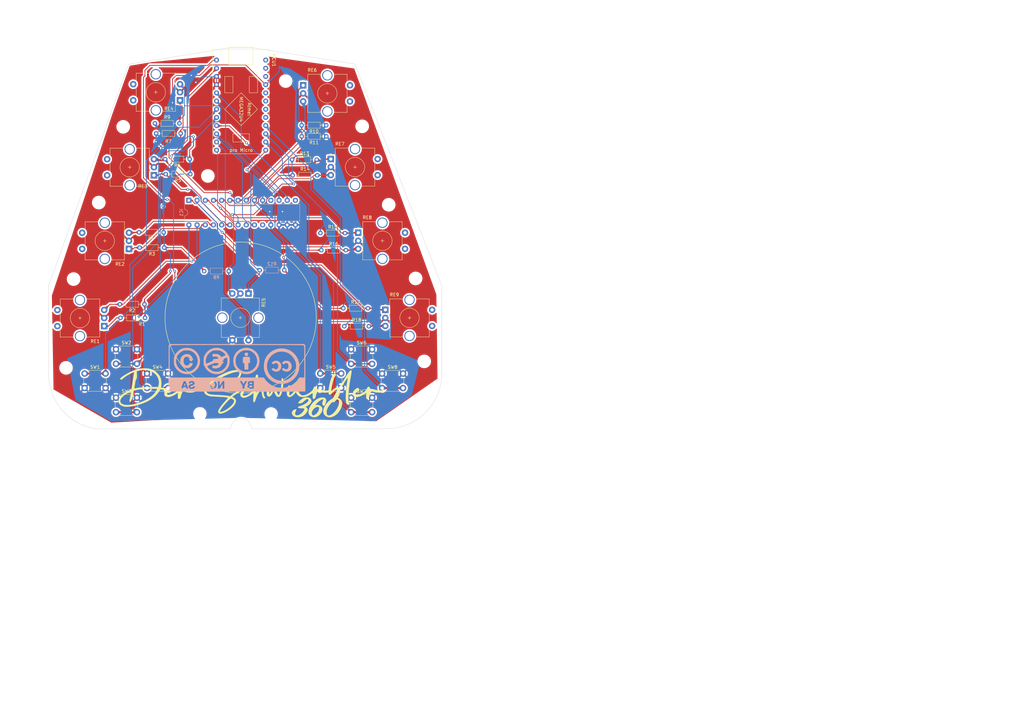
<source format=kicad_pcb>
(kicad_pcb (version 20211014) (generator pcbnew)
  (title_block (title "Schwurbler-360-2022") (date "2022-02-04") (rev "v1.1.0") (company "Arduino Pro Micro") (comment 1 "2022 Version") (comment 2 "8 PushButton, 8 Rotary Encoder, 1 Rotary Encoder with Push"))
  (layers (0 "F.Cu" signal) (31 "B.Cu" signal) (34 "B.Paste" user) (35 "F.Paste" user) (36 "B.SilkS" user "B.Silkscreen") (37 "F.SilkS" user "F.Silkscreen") (38 "B.Mask" user) (39 "F.Mask" user) (44 "Edge.Cuts" user))
  (net 0 "")
  (net 1 "/SDA")
  (net 2 "/SCL")
  (net 3 "/GND")
  (net 4 "/5V")
  (net 5 "/PWM")
  (net 6 "/RE1_CLK")
  (net 7 "/RE1_DT")
  (net 8 "/RE2_CLK")
  (net 9 "/RE2_DT")
  (net 10 "/RE3_CLK")
  (net 11 "/RE3_DT")
  (net 12 "/RE4_CLK")
  (net 13 "/RE6_CLK")
  (net 14 "/RE4_DT")
  (net 15 "/RE6_DT")
  (net 16 "/RE7_CLK")
  (net 17 "/RE7_DT")
  (net 18 "/RE8_CLK")
  (net 19 "/RE8_DT")
  (net 20 "/RE9_DT")
  (net 21 "/RE9_CLK")
  (net 22 "/Push_8")
  (net 23 "/Push_6")
  (net 24 "/RE5_CLK")
  (net 25 "/RE5_DT")
  (net 26 "/RE_Push")
  (net 27 "/Push_5")
  (net 28 "/Push_7")
  (net 29 "/Push_3")
  (net 30 "/Push_1")
  (net 31 "/Push_4")
  (net 32 "/Push_2")
  (footprint "Schwurbler:360" (layer "F.Cu") (at 121.2088 154.2542)
    (fp_text reference "logo360" hide)
    (fp_text value "LOGO" hide)
  )
  (footprint "Resistor_THT:R_Axial_DIN0204_L3.6mm_D1.6mm_P7.62mm_Horizontal" (layer "F.Cu") (at 68.5927 125.844 180)
    (fp_text reference "R1")
    (fp_text value "10k")
  )
  (footprint "Resistor_THT:R_Axial_DIN0204_L3.6mm_D1.6mm_P7.62mm_Horizontal" (layer "F.Cu") (at 74.5363 104.076 180)
    (fp_text reference "R3")
    (fp_text value "10k")
  )
  (footprint "Resistor_THT:R_Axial_DIN0204_L3.6mm_D1.6mm_P7.62mm_Horizontal" (layer "F.Cu") (at 82.6262 81.2673 180)
    (fp_text reference "R5")
    (fp_text value "10k")
  )
  (footprint "Resistor_THT:R_Axial_DIN0204_L3.6mm_D1.6mm_P7.62mm_Horizontal" (layer "F.Cu") (at 82.4357 76.6064 180)
    (fp_text reference "R6")
    (fp_text value "10k")
  )
  (footprint "Resistor_THT:R_Axial_DIN0204_L3.6mm_D1.6mm_P7.62mm_Horizontal" (layer "F.Cu") (at 72.0217 68.6435)
    (fp_text reference "R7")
    (fp_text value "10k")
  )
  (footprint "Resistor_THT:R_Axial_DIN0204_L3.6mm_D1.6mm_P7.62mm_Horizontal" (layer "F.Cu") (at 71.6534 65.532)
    (fp_text reference "R9")
    (fp_text value "10k")
  )
  (footprint "Resistor_THT:R_Axial_DIN0204_L3.6mm_D1.6mm_P7.62mm_Horizontal" (layer "F.Cu") (at 124.752 66.1162 180)
    (fp_text reference "R10")
    (fp_text value "10k")
  )
  (footprint "Resistor_THT:R_Axial_DIN0204_L3.6mm_D1.6mm_P7.62mm_Horizontal" (layer "F.Cu") (at 124.778 69.5579 180)
    (fp_text reference "R11")
    (fp_text value "10k")
  )
  (footprint "Resistor_THT:R_Axial_DIN0204_L3.6mm_D1.6mm_P7.62mm_Horizontal" (layer "F.Cu") (at 114.173 76.7842)
    (fp_text reference "R13")
    (fp_text value "10k")
  )
  (footprint "Resistor_THT:R_Axial_DIN0204_L3.6mm_D1.6mm_P7.62mm_Horizontal" (layer "F.Cu") (at 114.351 81.6356)
    (fp_text reference "R14")
    (fp_text value "10k")
  )
  (footprint "Resistor_THT:R_Axial_DIN0204_L3.6mm_D1.6mm_P7.62mm_Horizontal" (layer "F.Cu") (at 123.228 104.851)
    (fp_text reference "R16")
    (fp_text value "10k")
  )
  (footprint "Resistor_THT:R_Axial_DIN0204_L3.6mm_D1.6mm_P7.62mm_Horizontal" (layer "F.Cu") (at 130.048 122.872)
    (fp_text reference "R17")
    (fp_text value "10k")
  )
  (footprint "Resistor_THT:R_Axial_DIN0204_L3.6mm_D1.6mm_P7.62mm_Horizontal" (layer "F.Cu") (at 130.353 128.448)
    (fp_text reference "R18")
    (fp_text value "10k")
  )
  (footprint "Rotary_Encoder:RotaryEncoder_Alps_EC11E-Switch_Vertical_H20mm_CircularMountingHoles" (layer "F.Cu") (at 55.9308 128.41 180)
    (fp_text reference "RE1")
    (fp_text value "Rotary_Encoder_Switch")
  )
  (footprint "Rotary_Encoder:RotaryEncoder_Alps_EC11E-Switch_Vertical_H20mm_CircularMountingHoles" (layer "F.Cu") (at 71.3486 81.6356 180)
    (fp_text reference "RE3")
    (fp_text value "Rotary_Encoder_Switch")
  )
  (footprint "Rotary_Encoder:RotaryEncoder_Alps_EC11E-Switch_Vertical_H20mm_CircularMountingHoles" (layer "F.Cu") (at 79.4385 58.3819 180)
    (fp_text reference "RE4")
    (fp_text value "Rotary_Encoder_Switch")
  )
  (footprint "Rotary_Encoder:RotaryEncoder_Alps_EC11E-Switch_Vertical_H20mm_CircularMountingHoles" (layer "F.Cu") (at 117.602 53.721)
    (fp_text reference "RE6")
    (fp_text value "Rotary_Encoder_Switch")
  )
  (footprint "Rotary_Encoder:RotaryEncoder_Alps_EC11E-Switch_Vertical_H20mm_CircularMountingHoles" (layer "F.Cu") (at 126.175 76.5793)
    (fp_text reference "RE7")
    (fp_text value "Rotary_Encoder_Switch")
  )
  (footprint "Rotary_Encoder:RotaryEncoder_Alps_EC11E-Switch_Vertical_H20mm_CircularMountingHoles" (layer "F.Cu") (at 134.671 99.441)
    (fp_text reference "RE8")
    (fp_text value "Rotary_Encoder_Switch")
  )
  (footprint "Rotary_Encoder:RotaryEncoder_Alps_EC11E-Switch_Vertical_H20mm_CircularMountingHoles" (layer "F.Cu") (at 143.066 123.355)
    (fp_text reference "RE9")
    (fp_text value "Rotary_Encoder_Switch")
  )
  (footprint "Button_Switch_THT:SW_PUSH_6mm_H5mm" (layer "F.Cu") (at 49.8602 143.116)
    (fp_text reference "SW1")
    (fp_text value "SW_Push")
  )
  (footprint "Button_Switch_THT:SW_PUSH_6mm_H5mm" (layer "F.Cu") (at 59.5884 135.585)
    (fp_text reference "SW2")
    (fp_text value "SW_Push")
  )
  (footprint "Button_Switch_THT:SW_PUSH_6mm_H5mm" (layer "F.Cu") (at 69.215 143.116)
    (fp_text reference "SW4")
    (fp_text value "SW_Push")
  )
  (footprint "Button_Switch_THT:SW_PUSH_6mm_H5mm" (layer "F.Cu") (at 122.898 143.104)
    (fp_text reference "SW5")
    (fp_text value "SW_Push")
  )
  (footprint "Button_Switch_THT:SW_PUSH_6mm_H5mm" (layer "F.Cu") (at 132.474 135.611)
    (fp_text reference "SW6")
    (fp_text value "SW_Push")
  )
  (footprint "Button_Switch_THT:SW_PUSH_6mm_H5mm" (layer "F.Cu") (at 142.062 143.129)
    (fp_text reference "SW8")
    (fp_text value "SW_Push")
  )
  (footprint "Schwurbler:proMicro5V" (layer "F.Cu") (at 106 45.9 -90)
    (fp_text reference "MCU1")
    (fp_text value "proMicro5V")
  )
  (footprint "Button_Switch_THT:SW_PUSH_6mm_H5mm" (layer "F.Cu") (at 132.474 150.609)
    (fp_text reference "SW7")
    (fp_text value "SW_Push")
  )
  (footprint "Resistor_THT:R_Axial_DIN0204_L3.6mm_D1.6mm_P7.62mm_Horizontal" (layer "F.Cu") (at 122.949 99.5553)
    (fp_text reference "R15")
    (fp_text value "10k")
  )
  (footprint "Resistor_THT:R_Axial_DIN0204_L3.6mm_D1.6mm_P7.62mm_Horizontal" (layer "F.Cu") (at 74.3585 99.3267 180)
    (fp_text reference "R4")
    (fp_text value "10k")
  )
  (footprint "Rotary_Encoder:RotaryEncoder_Alps_EC11E-Switch_Vertical_H20mm_CircularMountingHoles" (layer "F.Cu") (at 63.6143 104.458 180)
    (fp_text reference "RE2")
    (fp_text value "Rotary_Encoder_Switch")
  )
  (footprint "Resistor_THT:R_Axial_DIN0204_L3.6mm_D1.6mm_P7.62mm_Horizontal" (layer "F.Cu") (at 68.4149 121.641 180)
    (fp_text reference "R2")
    (fp_text value "10k")
  )
  (footprint "Rotary_Encoder:RotaryEncoder_Alps_EC11E-Switch_Vertical_H20mm_CircularMountingHoles" (layer "F.Cu") (at 100.648 118.3 -90)
    (fp_text reference "RE5")
    (fp_text value "Rotary_Encoder_Switch")
  )
  (footprint "Button_Switch_THT:SW_PUSH_6mm_H5mm" (layer "F.Cu") (at 59.5884 150.609)
    (fp_text reference "SW3")
    (fp_text value "SW_Push")
  )
  (footprint "Schwurbler:schwurbler_sign" (layer "F.Cu") (at 101.8413 149.0218)
    (fp_text reference "logo" hide)
    (fp_text value "LOGO" hide)
  )
  (footprint "MountingHole:MountingHole_3.2mm_M3_ISO14580" (layer "F.Cu") (at 61.8236 66.5988)
    (fp_text reference "MHTL" hide)
    (fp_text value "MountingHole_3.2mm_M3_ISO14580" hide)
  )
  (footprint "MountingHole:MountingHole_3.2mm_M3_ISO14580" (layer "F.Cu") (at 155.1178 139.3444)
    (fp_text reference "MHRB" hide)
    (fp_text value "MountingHole_3.2mm_M3_ISO14580" hide)
  )
  (footprint "MountingHole:MountingHole_3.2mm_M3_ISO14580" (layer "F.Cu") (at 44.1198 141.351)
    (fp_text reference "MHLB1" hide)
    (fp_text value "MountingHole_3.2mm_M3_ISO14580" hide)
  )
  (footprint "MountingHole:MountingHole_3.2mm_M3_ISO14580" (layer "F.Cu") (at 85.598 155.6004)
    (fp_text reference "MHBML" hide)
    (fp_text value "MountingHole_3.2mm_M3_ISO14580" hide)
  )
  (footprint "MountingHole:MountingHole_3.2mm_M3_ISO14580" (layer "F.Cu") (at 88.0618 81.8388)
    (fp_text reference "MHMC" hide)
    (fp_text value "MountingHole_3.2mm_M3_ISO14580" hide)
  )
  (footprint "MountingHole:MountingHole_3.2mm_M3_ISO14580" (layer "F.Cu") (at 54.2544 90.0938)
    (fp_text reference "MHL1" hide)
    (fp_text value "MountingHole_3.2mm_M3_ISO14580" hide)
  )
  (footprint "MountingHole:MountingHole_3.2mm_M3_ISO14580" (layer "F.Cu") (at 135.89 66.4464)
    (fp_text reference "MHTR" hide)
    (fp_text value "MountingHole_3.2mm_M3_ISO14580" hide)
  )
  (footprint "MountingHole:MountingHole_3.2mm_M3_ISO14580" (layer "F.Cu") (at 112.1918 52.4002)
    (fp_text reference "MHTC" hide)
    (fp_text value "MountingHole_3.2mm_M3_ISO14580" hide)
  )
  (footprint "MountingHole:MountingHole_3.2mm_M3_ISO14580" (layer "F.Cu") (at 107.6706 155.6512)
    (fp_text reference "MHBMR" hide)
    (fp_text value "MountingHole_3.2mm_M3_ISO14580" hide)
  )
  (footprint "MountingHole:MountingHole_3.2mm_M3_ISO14580" (layer "F.Cu") (at 144.1196 90.7796)
    (fp_text reference "MHMR" hide)
    (fp_text value "MountingHole_3.2mm_M3_ISO14580" hide)
  )
  (footprint "MountingHole:MountingHole_3.2mm_M3_ISO14580" (layer "F.Cu") (at 152.4508 113.6142)
    (fp_text reference "MHR1" hide)
    (fp_text value "MountingHole_3.2mm_M3_ISO14580" hide)
  )
  (footprint "" (layer "F.Cu") (at 185.674 111.252)
    (fp_text reference "")
    (fp_text value "")
  )
  (footprint "MountingHole:MountingHole_3.2mm_M3_ISO14580" (layer "F.Cu") (at 46.4566 113.8174)
    (fp_text reference "MHL1" hide)
    (fp_text value "MountingHole_3.2mm_M3_ISO14580" hide)
  )
  (footprint "Schwurbler:ccbyncsa_o" (layer "B.Cu") (at 97.1296 141.3002 180)
    (fp_text reference "LOGOcc" hide)
    (fp_text value "LOGO" hide)
  )
  (footprint "Package_DIP:DIP-28_W7.62mm" (layer "B.Cu") (at 82.1817 89.3953 -90)
    (fp_text reference "IC1")
    (fp_text value "MCP23017_SP")
  )
  (footprint "Resistor_THT:R_Axial_DIN0204_L3.6mm_D1.6mm_P7.62mm_Horizontal" (layer "B.Cu") (at 86.9188 111.366)
    (fp_text reference "R8")
    (fp_text value "10k")
  )
  (footprint "Resistor_THT:R_Axial_DIN0204_L3.6mm_D1.6mm_P7.62mm_Horizontal" (layer "B.Cu") (at 111.747 111.062 180)
    (fp_text reference "R12")
    (fp_text value "10k")
  )
  (gr_circle (center 98.2218 125.771854) (end 121.662247 125.771854) (layer "F.SilkS") (width 0.15) (fill none))
  (gr_line (start 150.5458 125.8951) (end 150.5458 125.8443) (layer "F.SilkS") (width 0.15))
  (gr_line (start 133.6802 79.0956) (end 133.6675 79.0829) (layer "F.SilkS") (width 0.15))
  (gr_line (start 133.6421 47.1297) (end 102.2096 42.1259) (layer "Edge.Cuts") (width 0.1))
  (gr_line (start 38.7223 115.8113) (end 38.7223 143.256) (layer "Edge.Cuts") (width 0.1))
  (gr_line (start 94.5388 42.1132) (end 63.4873 47.2059) (layer "Edge.Cuts") (width 0.1))
  (gr_line (start 143.4465 160.2232) (end 101.5874 160.2486) (layer "Edge.Cuts") (width 0.1))
  (gr_line (start 160.5915 115.9256) (end 133.6421 47.1297) (layer "Edge.Cuts") (width 0.1))
  (gr_line (start 53.4289 160.2359) (end 95.161 160.2486) (layer "Edge.Cuts") (width 0.1))
  (gr_arc (start 53.428643 160.237682) (mid 42.909913 154.488253) (end 38.7223 143.256) (layer "Edge.Cuts") (width 0.1))
  (gr_line (start 160.553358 143.1544) (end 160.5915 115.9256) (layer "Edge.Cuts") (width 0.1))
  (gr_line (start 102.2096 42.1259) (end 94.5388 42.1132) (layer "Edge.Cuts") (width 0.1))
  (gr_arc (start 160.553358 143.1544) (mid 155.529427 155.226168) (end 143.4465 160.2232) (layer "Edge.Cuts") (width 0.1))
  (gr_line (start 63.4873 47.2059) (end 38.7223 115.8113) (layer "Edge.Cuts") (width 0.1))
  (gr_arc (start 95.161 160.2486) (mid 98.3742 157.0354) (end 101.5874 160.2486) (layer "Edge.Cuts") (width 0.1))
  (segment (start 98.4124 74.0207) (end 98.4124 63.7668) (width 0.25) (layer "B.Cu") (net 1))
  (segment (start 112.6617 88.27) (end 98.4124 74.0207) (width 0.25) (layer "B.Cu") (net 1))
  (segment (start 112.6617 89.3953) (end 112.6617 88.27) (width 0.25) (layer "B.Cu") (net 1))
  (segment (start 98.4124 63.7668) (end 90.7923 56.1467) (width 0.25) (layer "B.Cu") (net 1))
  (segment (start 93.5578 61.4522) (end 90.7923 58.6867) (width 0.25) (layer "B.Cu") (net 2))
  (segment (start 110.1217 89.3953) (end 110.1217 88.27) (width 0.25) (layer "B.Cu") (net 2))
  (segment (start 110.1217 88.27) (end 110.1217 87.428) (width 0.25) (layer "B.Cu") (net 2))
  (segment (start 93.5578 70.8641) (end 93.5578 61.4522) (width 0.25) (layer "B.Cu") (net 2))
  (segment (start 110.1217 87.428) (end 93.5578 70.8641) (width 0.25) (layer "B.Cu") (net 2))
  (segment (start 111.2012 92.8878) (end 111.2012 92.8878) (width 0.25) (layer "F.Cu") (net 3))
  (segment (start 107.2642 92.8878) (end 111.2012 92.8878) (width 0.25) (layer "F.Cu") (net 3))
  (segment (start 90.7923 51.0667) (end 90.6653 51.0667) (width 0.25) (layer "F.Cu") (net 3))
  (segment (start 90.7923 51.0667) (end 90.7923 53.6067) (width 0.25) (layer "F.Cu") (net 3))
  (segment (start 84.328 52.8066) (end 82.5138 52.8066) (width 0.25) (layer "F.Cu") (net 3))
  (segment (start 82.5138 52.8066) (end 79.4385 55.8819) (width 0.25) (layer "F.Cu") (net 3))
  (via (at 111.2012 92.8878) (size 0.8) (drill 0.4) (layers "F.Cu" "B.Cu") (net 3))
  (via (at 84.328 52.8066) (size 0.8) (drill 0.4) (layers "F.Cu" "B.Cu") (net 3))
  (via (at 107.2642 92.8878) (size 0.8) (drill 0.4) (layers "F.Cu" "B.Cu") (net 3))
  (segment (start 107.2642 92.8878) (end 107.2642 92.8878) (width 0.25) (layer "B.Cu") (net 3))
  (segment (start 84.328 52.8066) (end 84.328 52.8066) (width 0.25) (layer "B.Cu") (net 3))
  (segment (start 86.0679 51.0667) (end 84.328 52.8066) (width 0.25) (layer "B.Cu") (net 3))
  (segment (start 90.7923 51.0667) (end 86.0679 51.0667) (width 0.25) (layer "B.Cu") (net 3))
  (segment (start 105.0417 90.6653) (end 107.2642 92.8878) (width 0.25) (layer "B.Cu") (net 3))
  (segment (start 111.2012 92.8878) (end 111.2012 95.9358) (width 0.25) (layer "B.Cu") (net 3))
  (segment (start 111.2012 95.9358) (end 110.1217 97.0153) (width 0.25) (layer "B.Cu") (net 3))
  (segment (start 105.0417 89.3953) (end 105.0417 90.6653) (width 0.25) (layer "B.Cu") (net 3))
  (segment (start 115.2017 97.0153) (end 111.2012 93.0148) (width 0.25) (layer "B.Cu") (net 3))
  (segment (start 111.2012 93.0148) (end 111.2012 92.8878) (width 0.25) (layer "B.Cu") (net 3))
  (segment (start 111.2012 92.8878) (end 111.2012 95.5548) (width 0.25) (layer "B.Cu") (net 3))
  (segment (start 111.2012 95.5548) (end 112.6617 97.0153) (width 0.25) (layer "B.Cu") (net 3))
  (segment (start 76.454 111.379) (end 76.454 111.379) (width 0.25) (layer "F.Cu") (net 4))
  (segment (start 82.9564 50.6476) (end 82.9564 50.6476) (width 0.25) (layer "F.Cu") (net 4))
  (segment (start 77.1144 59.1312) (end 77.1144 59.1312) (width 0.25) (layer "F.Cu") (net 4))
  (segment (start 83.5914 69.6468) (end 83.5914 69.6468) (width 0.25) (layer "F.Cu") (net 4))
  (segment (start 74.168 73.3139) (end 74.168 73.3139) (width 0.25) (layer "F.Cu") (net 4))
  (segment (start 123.228 104.851) (end 113.7175 104.851) (width 0.25) (layer "F.Cu") (net 4))
  (segment (start 77.1144 51.7906) (end 77.1144 59.1312) (width 0.25) (layer "F.Cu") (net 4))
  (segment (start 82.4357 73.7743) (end 82.4357 76.6064) (width 0.25) (layer "F.Cu") (net 4))
  (segment (start 79.9431 104.076) (end 74.5363 104.076) (width 0.25) (layer "F.Cu") (net 4))
  (segment (start 68.4149 121.641) (end 68.4149 120.0785) (width 0.25) (layer "F.Cu") (net 4))
  (segment (start 72.0217 71.1676) (end 74.168 73.3139) (width 0.25) (layer "F.Cu") (net 4))
  (segment (start 106.0323 53.6067) (end 99.827299 47.401699) (width 0.25) (layer "F.Cu") (net 4))
  (segment (start 110.2614 81.6356) (end 114.351 81.6356) (width 0.25) (layer "F.Cu") (net 4))
  (segment (start 86.9188 111.0517) (end 79.9431 104.076) (width 0.25) (layer "F.Cu") (net 4))
  (segment (start 82.9564 50.6476) (end 78.2574 50.6476) (width 0.25) (layer "F.Cu") (net 4))
  (segment (start 99.827299 47.401699) (end 88.845311 47.401699) (width 0.25) (layer "F.Cu") (net 4))
  (segment (start 88.845311 47.401699) (end 85.59941 50.6476) (width 0.25) (layer "F.Cu") (net 4))
  (segment (start 83.5914 69.6468) (end 83.5914 72.6186) (width 0.25) (layer "F.Cu") (net 4))
  (segment (start 130.048 122.872) (end 123.557 122.872) (width 0.25) (layer "F.Cu") (net 4))
  (segment (start 102.5017 89.3953) (end 110.2614 81.6356) (width 0.25) (layer "F.Cu") (net 4))
  (segment (start 68.5927 121.8188) (end 68.5927 125.844) (width 0.25) (layer "F.Cu") (net 4))
  (segment (start 83.5914 72.6186) (end 82.4357 73.7743) (width 0.25) (layer "F.Cu") (net 4))
  (segment (start 68.4149 120.0785) (end 76.454 112.0394) (width 0.25) (layer "F.Cu") (net 4))
  (segment (start 76.454 112.0394) (end 76.454 111.379) (width 0.25) (layer "F.Cu") (net 4))
  (segment (start 119.2402 75.5355) (end 115.4217 75.5355) (width 0.25) (layer "F.Cu") (net 4))
  (segment (start 85.59941 50.6476) (end 82.9564 50.6476) (width 0.25) (layer "F.Cu") (net 4))
  (segment (start 78.2574 50.6476) (end 77.1144 51.7906) (width 0.25) (layer "F.Cu") (net 4))
  (segment (start 113.7175 104.851) (end 111.4716 107.0969) (width 0.25) (layer "F.Cu") (net 4))
  (segment (start 123.557 122.872) (end 111.747 111.062) (width 0.25) (layer "F.Cu") (net 4))
  (segment (start 115.4217 75.5355) (end 114.173 76.7842) (width 0.25) (layer "F.Cu") (net 4))
  (segment (start 86.9188 111.366) (end 86.9188 111.0517) (width 0.25) (layer "F.Cu") (net 4))
  (segment (start 68.4149 121.641) (end 68.5927 121.8188) (width 0.25) (layer "F.Cu") (net 4))
  (via (at 74.1172 91.1606) (size 0.8) (drill 0.4) (layers "F.Cu" "B.Cu") (net 4))
  (via (at 83.5914 69.6468) (size 0.8) (drill 0.4) (layers "F.Cu" "B.Cu") (net 4))
  (via (at 76.454 111.379) (size 0.8) (drill 0.4) (layers "F.Cu" "B.Cu") (net 4))
  (via (at 74.168 73.3139) (size 0.8) (drill 0.4) (layers "F.Cu" "B.Cu") (net 4))
  (via (at 119.2402 75.5355) (size 0.8) (drill 0.4) (layers "F.Cu" "B.Cu") (net 4))
  (via (at 72.0217 71.1676) (size 0.8) (drill 0.4) (layers "F.Cu" "B.Cu") (net 4))
  (via (at 77.1144 59.1312) (size 0.8) (drill 0.4) (layers "F.Cu" "B.Cu") (net 4))
  (via (at 111.4716 107.0969) (size 0.8) (drill 0.4) (layers "F.Cu" "B.Cu") (net 4))
  (via (at 82.9564 50.6476) (size 0.8) (drill 0.4) (layers "F.Cu" "B.Cu") (net 4))
  (segment (start 74.1172 91.1606) (end 74.1172 91.1606) (width 0.25) (layer "B.Cu") (net 4))
  (segment (start 72.0217 71.1676) (end 72.0217 68.6435) (width 0.25) (layer "B.Cu") (net 4))
  (segment (start 81.7626 69.6468) (end 78.0955 73.3139) (width 0.25) (layer "B.Cu") (net 4))
  (segment (start 114.351 81.6356) (end 114.173 81.4576) (width 0.25) (layer "B.Cu") (net 4))
  (segment (start 123.228 103.8482) (end 123.228 104.851) (width 0.25) (layer "B.Cu") (net 4))
  (segment (start 111.4716 102.0305) (end 107.5817 98.1406) (width 0.25) (layer "B.Cu") (net 4))
  (segment (start 74.3585 99.3267) (end 74.5363 99.5045) (width 0.25) (layer "B.Cu") (net 4))
  (segment (start 72.0217 71.1676) (end 72.0217 71.1676) (width 0.25) (layer "B.Cu") (net 4))
  (segment (start 102.5017 89.3953) (end 102.5017 90.5206) (width 0.25) (layer "B.Cu") (net 4))
  (segment (start 124.2475 66.9305) (end 124.752 66.426) (width 0.25) (layer "B.Cu") (net 4))
  (segment (start 107.5817 97.0153) (end 107.5817 98.1406) (width 0.25) (layer "B.Cu") (net 4))
  (segment (start 79.3115 81.2673) (end 74.1172 86.4616) (width 0.25) (layer "B.Cu") (net 4))
  (segment (start 82.4357 76.6064) (end 82.6262 76.7969) (width 0.25) (layer "B.Cu") (net 4))
  (segment (start 114.173 81.4576) (end 114.173 76.7842) (width 0.25) (layer "B.Cu") (net 4))
  (segment (start 107.5817 95.6006) (end 107.5817 97.0153) (width 0.25) (layer "B.Cu") (net 4))
  (segment (start 74.3585 91.4019) (end 74.1172 91.1606) (width 0.25) (layer "B.Cu") (net 4))
  (segment (start 110.1546 47.8988) (end 110.1546 49.4844) (width 0.25) (layer "B.Cu") (net 4))
  (segment (start 74.5363 99.5045) (end 74.5363 104.076) (width 0.25) (layer "B.Cu") (net 4))
  (segment (start 131.3898 120.4949) (end 130.048 121.8367) (width 0.25) (layer "B.Cu") (net 4))
  (segment (start 81.6044 75.7751) (end 82.4357 76.6064) (width 0.25) (layer "B.Cu") (net 4))
  (segment (start 74.1172 86.4616) (end 74.1172 91.1606) (width 0.25) (layer "B.Cu") (net 4))
  (segment (start 74.168 73.3139) (end 78.0955 73.3139) (width 0.25) (layer "B.Cu") (net 4))
  (segment (start 76.454 111.379) (end 76.454 105.9937) (width 0.25) (layer "B.Cu") (net 4))
  (segment (start 74.3585 99.3267) (end 74.3585 91.4019) (width 0.25) (layer "B.Cu") (net 4))
  (segment (start 111.747 111.062) (end 111.747 107.3723) (width 0.25) (layer "B.Cu") (net 4))
  (segment (start 124.752 66.426) (end 124.752 66.1162) (width 0.25) (layer "B.Cu") (net 4))
  (segment (start 83.5914 69.6468) (end 81.7626 69.6468) (width 0.25) (layer "B.Cu") (net 4))
  (segment (start 111.4716 107.0969) (end 111.4716 102.0305) (width 0.25) (layer "B.Cu") (net 4))
  (segment (start 71.6534 66.2222) (end 71.6534 65.532) (width 0.25) (layer "B.Cu") (net 4))
  (segment (start 124.7858 96.5048) (end 122.949 98.3416) (width 0.25) (layer "B.Cu") (net 4))
  (segment (start 72.9051 67.4739) (end 71.6534 66.2222) (width 0.25) (layer "B.Cu") (net 4))
  (segment (start 82.6262 76.7969) (end 82.6262 81.2673) (width 0.25) (layer "B.Cu") (net 4))
  (segment (start 126.3704 100.7058) (end 123.228 103.8482) (width 0.25) (layer "B.Cu") (net 4))
  (segment (start 133.4296 125.3714) (end 130.353 128.448) (width 0.25) (layer "B.Cu") (net 4))
  (segment (start 110.1546 49.4844) (end 106.0323 53.6067) (width 0.25) (layer "B.Cu") (net 4))
  (segment (start 130.048 121.8367) (end 130.048 122.872) (width 0.25) (layer "B.Cu") (net 4))
  (segment (start 111.747 107.3723) (end 111.4716 107.0969) (width 0.25) (layer "B.Cu") (net 4))
  (segment (start 78.9446 75.7751) (end 81.6044 75.7751) (width 0.25) (layer "B.Cu") (net 4))
  (segment (start 102.5017 90.5206) (end 107.5817 95.6006) (width 0.25) (layer "B.Cu") (net 4))
  (segment (start 76.454 105.9937) (end 74.5363 104.076) (width 0.25) (layer "B.Cu") (net 4))
  (segment (start 122.949 98.3416) (end 122.949 99.5553) (width 0.25) (layer "B.Cu") (net 4))
  (segment (start 82.6262 81.2673) (end 79.3115 81.2673) (width 0.25) (layer "B.Cu") (net 4))
  (segment (start 102.5017 97.0153) (end 101.3764 97.0153) (width 0.25) (layer "F.Cu") (net 5))
  (segment (start 91.9707 91.8416) (end 91.984 91.8416) (width 0.25) (layer "F.Cu") (net 5))
  (segment (start 100.5325 95.89) (end 101.3764 96.7339) (width 0.25) (layer "F.Cu") (net 5))
  (segment (start 101.3764 96.7339) (end 101.3764 97.0153) (width 0.25) (layer "F.Cu") (net 5))
  (segment (start 96.0324 95.89) (end 100.5325 95.89) (width 0.25) (layer "F.Cu") (net 5))
  (segment (start 91.984 91.8416) (end 96.0324 95.89) (width 0.25) (layer "F.Cu") (net 5))
  (via (at 91.9707 91.8416) (size 0.8) (drill 0.4) (layers "F.Cu" "B.Cu") (net 5))
  (segment (start 91.0717 90.9426) (end 91.0717 74.2061) (width 0.25) (layer "B.Cu") (net 5))
  (segment (start 91.9707 91.8416) (end 91.0717 90.9426) (width 0.25) (layer "B.Cu") (net 5))
  (segment (start 91.0717 74.2061) (end 90.7923 73.9267) (width 0.25) (layer "B.Cu") (net 5))
  (segment (start 59.8221 125.844) (end 60.9727 125.844) (width 0.25) (layer "F.Cu") (net 6))
  (segment (start 59.8221 125.844) (end 57.2561 128.41) (width 0.25) (layer "F.Cu") (net 6))
  (segment (start 55.9308 128.41) (end 57.2561 128.41) (width 0.25) (layer "F.Cu") (net 6))
  (segment (start 82.1817 109.3297) (end 66.6927 124.8187) (width 0.25) (layer "B.Cu") (net 6))
  (segment (start 66.6927 125.844) (end 66.6927 124.8187) (width 0.25) (layer "B.Cu") (net 6))
  (segment (start 82.1817 97.0153) (end 82.1817 109.3297) (width 0.25) (layer "B.Cu") (net 6))
  (segment (start 83.1086 108.2673) (end 75.1939 108.2673) (width 0.25) (layer "F.Cu") (net 7))
  (segment (start 60.7949 121.641) (end 57.6998 121.641) (width 0.25) (layer "F.Cu") (net 7))
  (segment (start 75.1939 108.2673) (end 61.8202 121.641) (width 0.25) (layer "F.Cu") (net 7))
  (segment (start 60.7949 121.641) (end 61.8202 121.641) (width 0.25) (layer "F.Cu") (net 7))
  (segment (start 57.6998 121.641) (end 55.9308 123.41) (width 0.25) (layer "F.Cu") (net 7))
  (via (at 83.1086 108.2673) (size 0.8) (drill 0.4) (layers "F.Cu" "B.Cu") (net 7))
  (segment (start 84.7217 106.6542) (end 83.1086 108.2673) (width 0.25) (layer "B.Cu") (net 7))
  (segment (start 84.7217 97.0153) (end 84.7217 106.6542) (width 0.25) (layer "B.Cu") (net 7))
  (segment (start 87.2617 97.0153) (end 86.1364 97.0153) (width 0.25) (layer "F.Cu") (net 8))
  (segment (start 86.1364 97.2967) (end 86.1364 97.0153) (width 0.25) (layer "F.Cu") (net 8))
  (segment (start 65.3216 104.076) (end 66.9163 104.076) (width 0.25) (layer "F.Cu") (net 8))
  (segment (start 67.9416 104.076) (end 73.877 98.1406) (width 0.25) (layer "F.Cu") (net 8))
  (segment (start 66.9163 104.076) (end 67.9416 104.076) (width 0.25) (layer "F.Cu") (net 8))
  (segment (start 63.6143 104.458) (end 64.9396 104.458) (width 0.25) (layer "F.Cu") (net 8))
  (segment (start 64.9396 104.458) (end 65.3216 104.076) (width 0.25) (layer "F.Cu") (net 8))
  (segment (start 73.877 98.1406) (end 85.2925 98.1406) (width 0.25) (layer "F.Cu") (net 8))
  (segment (start 85.2925 98.1406) (end 86.1364 97.2967) (width 0.25) (layer "F.Cu") (net 8))
  (segment (start 87.8325 95.89) (end 88.6764 96.7339) (width 0.25) (layer "F.Cu") (net 9))
  (segment (start 71.2005 95.89) (end 87.8325 95.89) (width 0.25) (layer "F.Cu") (net 9))
  (segment (start 66.7385 99.3267) (end 67.7638 99.3267) (width 0.25) (layer "F.Cu") (net 9))
  (segment (start 66.7385 99.3267) (end 63.7456 99.3267) (width 0.25) (layer "F.Cu") (net 9))
  (segment (start 88.6764 96.7339) (end 88.6764 97.0153) (width 0.25) (layer "F.Cu") (net 9))
  (segment (start 67.7638 99.3267) (end 71.2005 95.89) (width 0.25) (layer "F.Cu") (net 9))
  (segment (start 63.7456 99.3267) (end 63.6143 99.458) (width 0.25) (layer "F.Cu") (net 9))
  (segment (start 89.8017 97.0153) (end 88.6764 97.0153) (width 0.25) (layer "F.Cu") (net 9))
  (segment (start 73.0422 81.2673) (end 72.6739 81.6356) (width 0.25) (layer "F.Cu") (net 10))
  (segment (start 75.0062 81.2673) (end 79.7814 86.0425) (width 0.25) (layer "F.Cu") (net 10))
  (segment (start 75.0062 81.2673) (end 73.0422 81.2673) (width 0.25) (layer "F.Cu") (net 10))
  (segment (start 71.3486 81.6356) (end 72.6739 81.6356) (width 0.25) (layer "F.Cu") (net 10))
  (segment (start 79.7814 86.0425) (end 81.8261 86.0425) (width 0.25) (layer "F.Cu") (net 10))
  (via (at 81.8261 86.0425) (size 0.8) (drill 0.4) (layers "F.Cu" "B.Cu") (net 10))
  (segment (start 81.8261 86.0425) (end 83.033902 86.0425) (width 0.25) (layer "B.Cu") (net 10))
  (segment (start 85.9917 89.8213) (end 92.0604 95.89) (width 0.25) (layer "B.Cu") (net 10))
  (segment (start 92.0604 95.89) (end 92.3417 95.89) (width 0.25) (layer "B.Cu") (net 10))
  (segment (start 85.9917 89.000298) (end 85.9917 89.8213) (width 0.25) (layer "B.Cu") (net 10))
  (segment (start 92.3417 95.89) (end 92.3417 97.0153) (width 0.25) (layer "B.Cu") (net 10))
  (segment (start 83.033902 86.0425) (end 85.9917 89.000298) (width 0.25) (layer "B.Cu") (net 10))
  (segment (start 74.8157 76.6064) (end 74.8157 77.119) (width 0.25) (layer "F.Cu") (net 11))
  (segment (start 92.1434 95.89) (end 85.9917 89.7383) (width 0.25) (layer "F.Cu") (net 11))
  (segment (start 74.8157 77.119) (end 71.832 77.119) (width 0.25) (layer "F.Cu") (net 11))
  (segment (start 93.7564 97.0153) (end 93.7564 96.7339) (width 0.25) (layer "F.Cu") (net 11))
  (segment (start 85.9917 88.295) (end 74.8157 77.119) (width 0.25) (layer "F.Cu") (net 11))
  (segment (start 71.832 77.119) (end 71.3486 76.6356) (width 0.25) (layer "F.Cu") (net 11))
  (segment (start 85.9917 89.7383) (end 85.9917 88.295) (width 0.25) (layer "F.Cu") (net 11))
  (segment (start 92.9125 95.89) (end 92.1434 95.89) (width 0.25) (layer "F.Cu") (net 11))
  (segment (start 93.7564 96.7339) (end 92.9125 95.89) (width 0.25) (layer "F.Cu") (net 11))
  (segment (start 94.8817 97.0153) (end 93.7564 97.0153) (width 0.25) (layer "F.Cu") (net 11))
  (segment (start 76.0384 76.1486) (end 76.0384 73.2721) (width 0.25) (layer "F.Cu") (net 12))
  (segment (start 86.8882 86.9984) (end 76.0384 76.1486) (width 0.25) (layer "F.Cu") (net 12))
  (segment (start 94.8891 86.9984) (end 86.8882 86.9984) (width 0.25) (layer "F.Cu") (net 12))
  (segment (start 80.3667 60.6354) (end 79.4385 59.7072) (width 0.25) (layer "F.Cu") (net 12))
  (segment (start 80.3667 66.8932) (end 80.3667 60.6354) (width 0.25) (layer "F.Cu") (net 12))
  (segment (start 79.6417 67.6182) (end 80.3667 66.8932) (width 0.25) (layer "F.Cu") (net 12))
  (segment (start 79.6417 68.6435) (end 79.6417 69.6688) (width 0.25) (layer "F.Cu") (net 12))
  (segment (start 79.4385 58.3819) (end 79.4385 59.7072) (width 0.25) (layer "F.Cu") (net 12))
  (segment (start 79.6417 68.6435) (end 79.6417 67.6182) (width 0.25) (layer "F.Cu") (net 12))
  (segment (start 76.0384 73.2721) (end 79.6417 69.6688) (width 0.25) (layer "F.Cu") (net 12))
  (via (at 94.8891 86.9984) (size 0.8) (drill 0.4) (layers "F.Cu" "B.Cu") (net 12))
  (segment (start 97.4217 95.89) (end 97.4217 94.5909) (width 0.25) (layer "B.Cu") (net 12))
  (segment (start 97.4217 97.0153) (end 97.4217 95.89) (width 0.25) (layer "B.Cu") (net 12))
  (segment (start 96.2964 88.4057) (end 94.8891 86.9984) (width 0.25) (layer "B.Cu") (net 12))
  (segment (start 96.2964 93.4656) (end 96.2964 88.4057) (width 0.25) (layer "B.Cu") (net 12))
  (segment (start 97.4217 94.5909) (end 96.2964 93.4656) (width 0.25) (layer "B.Cu") (net 12))
  (segment (start 117.132 66.1162) (end 117.132 67.1415) (width 0.25) (layer "F.Cu") (net 13))
  (segment (start 117.132 67.1415) (end 118.2279 68.2374) (width 0.25) (layer "F.Cu") (net 13))
  (segment (start 118.2279 68.2374) (end 118.2279 71.1291) (width 0.25) (layer "F.Cu") (net 13))
  (segment (start 118.2279 71.1291) (end 99.9617 89.3953) (width 0.25) (layer "F.Cu") (net 13))
  (segment (start 117.132 66.1162) (end 117.132 65.0909) (width 0.25) (layer "B.Cu") (net 13))
  (segment (start 117.132 65.0909) (end 116.2442 64.2031) (width 0.25) (layer "B.Cu") (net 13))
  (segment (start 116.2442 64.2031) (end 116.2442 55.0788) (width 0.25) (layer "B.Cu") (net 13))
  (segment (start 116.2442 55.0788) (end 117.602 53.721) (width 0.25) (layer "B.Cu") (net 13))
  (segment (start 90.4153 65.0367) (end 91.1834 65.0367) (width 0.25) (layer "B.Cu") (net 14))
  (segment (start 99.9617 97.0153) (end 99.9617 95.89) (width 0.25) (layer "B.Cu") (net 14))
  (segment (start 80.7927 62.9874) (end 80.7927 60.0624) (width 0.25) (layer "B.Cu") (net 14))
  (segment (start 90.975 69.9721) (end 90.28 69.9721) (width 0.25) (layer "B.Cu") (net 14))
  (segment (start 90.28 69.9721) (end 89.6171 69.3092) (width 0.25) (layer "B.Cu") (net 14))
  (segment (start 79.2734 65.532) (end 79.2734 64.5067) (width 0.25) (layer "B.Cu") (net 14))
  (segment (start 79.2734 64.5067) (end 80.7927 62.9874) (width 0.25) (layer "B.Cu") (net 14))
  (segment (start 80.7927 54.7361) (end 79.4385 53.3819) (width 0.25) (layer "B.Cu") (net 14))
  (segment (start 98.7787 94.707) (end 98.7787 77.7758) (width 0.25) (layer "B.Cu") (net 14))
  (segment (start 91.9813 60.7682) (end 91.2755 60.0624) (width 0.25) (layer "B.Cu") (net 14))
  (segment (start 91.9813 64.2388) (end 91.9813 60.7682) (width 0.25) (layer "B.Cu") (net 14))
  (segment (start 98.7787 77.7758) (end 90.975 69.9721) (width 0.25) (layer "B.Cu") (net 14))
  (segment (start 89.6171 65.8349) (end 90.4153 65.0367) (width 0.25) (layer "B.Cu") (net 14))
  (segment (start 91.2755 60.0624) (end 80.7927 60.0624) (width 0.25) (layer "B.Cu") (net 14))
  (segment (start 91.1834 65.0367) (end 91.9813 64.2388) (width 0.25) (layer "B.Cu") (net 14))
  (segment (start 80.7927 60.0624) (end 80.7927 54.7361) (width 0.25) (layer "B.Cu") (net 14))
  (segment (start 89.6171 69.3092) (end 89.6171 65.8349) (width 0.25) (layer "B.Cu") (net 14))
  (segment (start 99.9617 95.89) (end 98.7787 94.707) (width 0.25) (layer "B.Cu") (net 14))
  (segment (start 98.547 89.1942) (end 98.547 89.3953) (width 0.25) (layer "F.Cu") (net 15))
  (segment (start 117.158 69.5579) (end 117.158 70.5832) (width 0.25) (layer "F.Cu") (net 15))
  (segment (start 117.158 70.5832) (end 98.547 89.1942) (width 0.25) (layer "F.Cu") (net 15))
  (segment (start 97.4217 89.3953) (end 98.547 89.3953) (width 0.25) (layer "F.Cu") (net 15))
  (segment (start 118.1913 59.3103) (end 117.602 58.721) (width 0.25) (layer "B.Cu") (net 15))
  (segment (start 117.158 68.5326) (end 118.1913 67.4993) (width 0.25) (layer "B.Cu") (net 15))
  (segment (start 117.158 69.5579) (end 117.158 68.5326) (width 0.25) (layer "B.Cu") (net 15))
  (segment (start 118.1913 67.4993) (end 118.1913 59.3103) (width 0.25) (layer "B.Cu") (net 15))
  (segment (start 112.0164 78.2233) (end 101.2317 89.008) (width 0.25) (layer "F.Cu") (net 16))
  (segment (start 121.793 77.2968) (end 120.8665 78.2233) (width 0.25) (layer "F.Cu") (net 16))
  (segment (start 96.007 89.6767) (end 96.007 89.3953) (width 0.25) (layer "F.Cu") (net 16))
  (segment (start 96.8509 90.5206) (end 96.007 89.6767) (width 0.25) (layer "F.Cu") (net 16))
  (segment (start 101.2317 89.008) (end 101.2317 89.7529) (width 0.25) (layer "F.Cu") (net 16))
  (segment (start 121.793 76.7842) (end 121.793 77.2968) (width 0.25) (layer "F.Cu") (net 16))
  (segment (start 126.175 76.5793) (end 124.8497 76.5793) (width 0.25) (layer "F.Cu") (net 16))
  (segment (start 121.793 77.2968) (end 124.1322 77.2968) (width 0.25) (layer "F.Cu") (net 16))
  (segment (start 100.464 90.5206) (end 96.8509 90.5206) (width 0.25) (layer "F.Cu") (net 16))
  (segment (start 101.2317 89.7529) (end 100.464 90.5206) (width 0.25) (layer "F.Cu") (net 16))
  (segment (start 94.8817 89.3953) (end 96.007 89.3953) (width 0.25) (layer "F.Cu") (net 16))
  (segment (start 120.8665 78.2233) (end 112.0164 78.2233) (width 0.25) (layer "F.Cu") (net 16))
  (segment (start 124.1322 77.2968) (end 124.8497 76.5793) (width 0.25) (layer "F.Cu") (net 16))
  (segment (start 94.8128 91.0224) (end 102.4671 91.0224) (width 0.25) (layer "F.Cu") (net 17))
  (segment (start 103.7717 88.9938) (end 110.1046 82.6609) (width 0.25) (layer "F.Cu") (net 17))
  (segment (start 110.1046 82.6609) (end 119.9204 82.6609) (width 0.25) (layer "F.Cu") (net 17))
  (segment (start 93.467 89.3953) (end 93.467 89.6766) (width 0.25) (layer "F.Cu") (net 17))
  (segment (start 102.4671 91.0224) (end 103.7717 89.7178) (width 0.25) (layer "F.Cu") (net 17))
  (segment (start 92.3417 89.3953) (end 93.467 89.3953) (width 0.25) (layer "F.Cu") (net 17))
  (segment (start 103.7717 89.7178) (end 103.7717 88.9938) (width 0.25) (layer "F.Cu") (net 17))
  (segment (start 121.971 81.6356) (end 120.9457 81.6356) (width 0.25) (layer "F.Cu") (net 17))
  (segment (start 119.9204 82.6609) (end 120.9457 81.6356) (width 0.25) (layer "F.Cu") (net 17))
  (segment (start 93.467 89.6766) (end 94.8128 91.0224) (width 0.25) (layer "F.Cu") (net 17))
  (segment (start 121.971 81.6356) (end 126.1187 81.6356) (width 0.25) (layer "B.Cu") (net 17))
  (segment (start 126.1187 81.6356) (end 126.175 81.5793) (width 0.25) (layer "B.Cu") (net 17))
  (segment (start 89.8017 89.3953) (end 90.927 89.3953) (width 0.25) (layer "F.Cu") (net 18))
  (segment (start 130.569 99.5553) (end 129.5437 99.5553) (width 0.25) (layer "F.Cu") (net 18))
  (segment (start 90.927 89.3953) (end 90.927 89.6766) (width 0.25) (layer "F.Cu") (net 18))
  (segment (start 95.5905 94.8112) (end 124.7996 94.8112) (width 0.25) (layer "F.Cu") (net 18))
  (segment (start 133.3457 99.441) (end 133.2314 99.5553) (width 0.25) (layer "F.Cu") (net 18))
  (segment (start 94.8938 93.6434) (end 94.8938 94.1145) (width 0.25) (layer "F.Cu") (net 18))
  (segment (start 134.671 99.441) (end 133.3457 99.441) (width 0.25) (layer "F.Cu") (net 18))
  (segment (start 133.2314 99.5553) (end 130.569 99.5553) (width 0.25) (layer "F.Cu") (net 18))
  (segment (start 124.7996 94.8112) (end 129.5437 99.5553) (width 0.25) (layer "F.Cu") (net 18))
  (segment (start 90.927 89.6766) (end 94.8938 93.6434) (width 0.25) (layer "F.Cu") (net 18))
  (segment (start 94.8938 94.1145) (end 95.5905 94.8112) (width 0.25) (layer "F.Cu") (net 18))
  (segment (start 88.387 89.3953) (end 88.387 89.6767) (width 0.25) (layer "F.Cu") (net 19))
  (segment (start 130.848 104.851) (end 129.8227 104.851) (width 0.25) (layer "F.Cu") (net 19))
  (segment (start 96.1516 96.6461) (end 96.1517 96.6461) (width 0.25) (layer "F.Cu") (net 19))
  (segment (start 96.1517 96.6461) (end 96.1517 97.3768) (width 0.25) (layer "F.Cu") (net 19))
  (segment (start 102.6006 103.8257) (end 128.7974 103.8257) (width 0.25) (layer "F.Cu") (net 19))
  (segment (start 87.2617 89.3953) (end 88.387 89.3953) (width 0.25) (layer "F.Cu") (net 19))
  (segment (start 93.1893 94.479) (end 93.9845 94.479) (width 0.25) (layer "F.Cu") (net 19))
  (segment (start 93.9845 94.479) (end 96.1516 96.6461) (width 0.25) (layer "F.Cu") (net 19))
  (segment (start 96.1517 97.3768) (end 102.6006 103.8257) (width 0.25) (layer "F.Cu") (net 19))
  (segment (start 88.387 89.6767) (end 93.1893 94.479) (width 0.25) (layer "F.Cu") (net 19))
  (segment (start 134.671 104.441) (end 134.261 104.851) (width 0.25) (layer "F.Cu") (net 19))
  (segment (start 128.7974 103.8257) (end 129.8227 104.851) (width 0.25) (layer "F.Cu") (net 19))
  (segment (start 134.261 104.851) (end 130.848 104.851) (width 0.25) (layer "F.Cu") (net 19))
  (segment (start 123.2371 109.4664) (end 136.6427 122.872) (width 0.25) (layer "F.Cu") (net 20))
  (segment (start 143.066 123.355) (end 141.7407 123.355) (width 0.25) (layer "F.Cu") (net 20))
  (segment (start 137.668 122.872) (end 141.2577 122.872) (width 0.25) (layer "F.Cu") (net 20))
  (segment (start 141.2577 122.872) (end 141.7407 123.355) (width 0.25) (layer "F.Cu") (net 20))
  (segment (start 92.4881 99.2837) (end 102.6708 109.4664) (width 0.25) (layer "F.Cu") (net 20))
  (segment (start 102.6708 109.4664) (end 123.2371 109.4664) (width 0.25) (layer "F.Cu") (net 20))
  (segment (start 137.668 122.872) (end 136.6427 122.872) (width 0.25) (layer "F.Cu") (net 20))
  (via (at 92.4881 99.2837) (size 0.8) (drill 0.4) (layers "F.Cu" "B.Cu") (net 20))
  (segment (start 85.003 90.5206) (end 90.9271 96.4447) (width 0.25) (layer "B.Cu") (net 20))
  (segment (start 90.9271 97.7227) (end 92.4881 99.2837) (width 0.25) (layer "B.Cu") (net 20))
  (segment (start 90.9271 96.4447) (end 90.9271 97.7227) (width 0.25) (layer "B.Cu") (net 20))
  (segment (start 84.7217 90.5206) (end 85.003 90.5206) (width 0.25) (layer "B.Cu") (net 20))
  (segment (start 84.7217 89.3953) (end 84.7217 90.5206) (width 0.25) (layer "B.Cu") (net 20))
  (segment (start 84.9635 90.5206) (end 84.1509 90.5206) (width 0.25) (layer "F.Cu") (net 21))
  (segment (start 82.1817 89.3953) (end 83.307 89.3953) (width 0.25) (layer "F.Cu") (net 21))
  (segment (start 83.307 89.6767) (end 83.307 89.3953) (width 0.25) (layer "F.Cu") (net 21))
  (segment (start 138.0423 127.0191) (end 118.5709 127.0191) (width 0.25) (layer "F.Cu") (net 21))
  (segment (start 138.9983 128.448) (end 138.9983 128.4008) (width 0.25) (layer "F.Cu") (net 21))
  (segment (start 91.0717 96.6288) (end 84.9635 90.5206) (width 0.25) (layer "F.Cu") (net 21))
  (segment (start 91.0717 99.5199) (end 91.0717 96.6288) (width 0.25) (layer "F.Cu") (net 21))
  (segment (start 139.0441 128.355) (end 143.066 128.355) (width 0.25) (layer "F.Cu") (net 21))
  (segment (start 137.973 128.448) (end 138.9983 128.448) (width 0.25) (layer "F.Cu") (net 21))
  (segment (start 84.1509 90.5206) (end 83.307 89.6767) (width 0.25) (layer "F.Cu") (net 21))
  (segment (start 139.0441 128.0209) (end 138.0423 127.0191) (width 0.25) (layer "F.Cu") (net 21))
  (segment (start 139.0441 128.355) (end 139.0441 128.0209) (width 0.25) (layer "F.Cu") (net 21))
  (segment (start 118.5709 127.0191) (end 91.0717 99.5199) (width 0.25) (layer "F.Cu") (net 21))
  (segment (start 138.9983 128.4008) (end 139.0441 128.355) (width 0.25) (layer "F.Cu") (net 21))
  (segment (start 142.062 147.629) (end 148.562 147.629) (width 0.25) (layer "F.Cu") (net 22))
  (segment (start 129.0932 95.0538) (end 129.0932 115.7473) (width 0.25) (layer "B.Cu") (net 22))
  (segment (start 106.0323 66.3067) (end 119.9913 80.2657) (width 0.25) (layer "B.Cu") (net 22))
  (segment (start 136.5804 142.1474) (end 142.062 147.629) (width 0.25) (layer "B.Cu") (net 22))
  (segment (start 119.9913 85.9519) (end 129.0932 95.0538) (width 0.25) (layer "B.Cu") (net 22))
  (segment (start 136.5804 123.2345) (end 136.5804 142.1474) (width 0.25) (layer "B.Cu") (net 22))
  (segment (start 119.9913 80.2657) (end 119.9913 85.9519) (width 0.25) (layer "B.Cu") (net 22))
  (segment (start 129.0932 115.7473) (end 136.5804 123.2345) (width 0.25) (layer "B.Cu") (net 22))
  (segment (start 132.474 140.111) (end 138.974 140.111) (width 0.25) (layer "F.Cu") (net 23))
  (segment (start 113.1121 81.884) (end 113.1121 75.9265) (width 0.25) (layer "B.Cu") (net 23))
  (segment (start 113.1121 75.9265) (end 106.0323 68.8467) (width 0.25) (layer "B.Cu") (net 23))
  (segment (start 114.9473 83.6173) (end 114.8454 83.6173) (width 0.25) (layer "B.Cu") (net 23))
  (segment (start 132.474 140.111) (end 128.2319 135.8689) (width 0.25) (layer "B.Cu") (net 23))
  (segment (start 114.8454 83.6173) (end 113.1121 81.884) (width 0.25) (layer "B.Cu") (net 23))
  (segment (start 128.2319 96.9019) (end 114.9473 83.6173) (width 0.25) (layer "B.Cu") (net 23))
  (segment (start 128.2319 135.8689) (end 128.2319 96.9019) (width 0.25) (layer "B.Cu") (net 23))
  (segment (start 111.0337 84.3426) (end 106.3117 89.0646) (width 0.25) (layer "F.Cu") (net 24))
  (segment (start 114.6468 84.3426) (end 111.0337 84.3426) (width 0.25) (layer "F.Cu") (net 24))
  (segment (start 106.3117 89.0646) (end 106.3117 89.7303) (width 0.25) (layer "F.Cu") (net 24))
  (segment (start 102.2279 93.8141) (end 95.6191 93.8141) (width 0.25) (layer "F.Cu") (net 24))
  (segment (start 106.3117 89.7303) (end 102.2279 93.8141) (width 0.25) (layer "F.Cu") (net 24))
  (via (at 95.6191 93.8141) (size 0.8) (drill 0.4) (layers "F.Cu" "B.Cu") (net 24))
  (via (at 114.6468 84.3426) (size 0.8) (drill 0.4) (layers "F.Cu" "B.Cu") (net 24))
  (segment (start 96.0185 94.2135) (end 96.0185 108.861) (width 0.25) (layer "B.Cu") (net 24))
  (segment (start 94.5388 111.366) (end 94.5388 117.1908) (width 0.25) (layer "B.Cu") (net 24))
  (segment (start 94.5388 111.366) (end 94.5388 110.3407) (width 0.25) (layer "B.Cu") (net 24))
  (segment (start 96.0185 108.861) (end 94.5388 110.3407) (width 0.25) (layer "B.Cu") (net 24))
  (segment (start 94.5388 117.1908) (end 95.648 118.3) (width 0.25) (layer "B.Cu") (net 24))
  (segment (start 106.0323 71.3867) (end 111.1594 76.5138) (width 0.25) (layer "B.Cu") (net 24))
  (segment (start 111.1594 80.8552) (end 114.6468 84.3426) (width 0.25) (layer "B.Cu") (net 24))
  (segment (start 111.1594 76.5138) (end 111.1594 80.8552) (width 0.25) (layer "B.Cu") (net 24))
  (segment (start 95.6191 93.8141) (end 96.0185 94.2135) (width 0.25) (layer "B.Cu") (net 24))
  (segment (start 100.1801 79.9312) (end 106.0323 74.079) (width 0.25) (layer "F.Cu") (net 25))
  (segment (start 106.0323 74.079) (end 106.0323 73.9267) (width 0.25) (layer "F.Cu") (net 25))
  (via (at 100.1801 79.9312) (size 0.8) (drill 0.4) (layers "F.Cu" "B.Cu") (net 25))
  (segment (start 104.127 111.5746) (end 101.3764 108.824) (width 0.25) (layer "B.Cu") (net 25))
  (segment (start 104.127 111.5746) (end 104.127 112.0873) (width 0.25) (layer "B.Cu") (net 25))
  (segment (start 104.127 111.062) (end 104.127 111.5746) (width 0.25) (layer "B.Cu") (net 25))
  (segment (start 104.127 112.0873) (end 100.648 115.5663) (width 0.25) (layer "B.Cu") (net 25))
  (segment (start 101.3764 108.824) (end 101.3764 81.1275) (width 0.25) (layer "B.Cu") (net 25))
  (segment (start 100.648 115.5663) (end 100.648 118.3) (width 0.25) (layer "B.Cu") (net 25))
  (segment (start 101.3764 81.1275) (end 100.1801 79.9312) (width 0.25) (layer "B.Cu") (net 25))
  (segment (start 93.4765 118.03) (end 100.648 125.2015) (width 0.25) (layer "B.Cu") (net 26))
  (segment (start 93.4765 74.0709) (end 93.4765 118.03) (width 0.25) (layer "B.Cu") (net 26))
  (segment (start 100.648 125.2015) (end 100.648 132.8) (width 0.25) (layer "B.Cu") (net 26))
  (segment (start 90.7923 71.3867) (end 93.4765 74.0709) (width 0.25) (layer "B.Cu") (net 26))
  (segment (start 122.898 143.104) (end 129.398 143.104) (width 0.25) (layer "F.Cu") (net 27))
  (segment (start 108.8517 86.9061) (end 90.7923 68.8467) (width 0.25) (layer "B.Cu") (net 27))
  (segment (start 108.8517 98.6598) (end 108.8517 86.9061) (width 0.25) (layer "B.Cu") (net 27))
  (segment (start 122.898 143.104) (end 122.898 112.7061) (width 0.25) (layer "B.Cu") (net 27))
  (segment (start 122.898 112.7061) (end 108.8517 98.6598) (width 0.25) (layer "B.Cu") (net 27))
  (segment (start 132.474 155.109) (end 138.974 155.109) (width 0.25) (layer "F.Cu") (net 28))
  (segment (start 94.7935 66.3067) (end 100.0823 71.5955) (width 0.25) (layer "F.Cu") (net 28))
  (segment (start 90.7923 66.3067) (end 94.7935 66.3067) (width 0.25) (layer "F.Cu") (net 28))
  (via (at 100.0823 71.5955) (size 0.8) (drill 0.4) (layers "F.Cu" "B.Cu") (net 28))
  (segment (start 100.0823 71.5955) (end 119.3636 90.8768) (width 0.25) (layer "B.Cu") (net 28))
  (segment (start 119.3636 106.775) (end 127.0044 114.4158) (width 0.25) (layer "B.Cu") (net 28))
  (segment (start 127.0044 114.4158) (end 127.0044 149.6394) (width 0.25) (layer "B.Cu") (net 28))
  (segment (start 127.0044 149.6394) (end 132.474 155.109) (width 0.25) (layer "B.Cu") (net 28))
  (segment (start 119.3636 90.8768) (end 119.3636 106.775) (width 0.25) (layer "B.Cu") (net 28))
  (segment (start 59.5884 155.109) (end 66.0884 155.109) (width 0.25) (layer "F.Cu") (net 29))
  (segment (start 64.7581 110.2954) (end 72.8084 102.2451) (width 0.25) (layer "B.Cu") (net 29))
  (segment (start 66.0884 155.109) (end 64.7581 153.7787) (width 0.25) (layer "B.Cu") (net 29))
  (segment (start 64.7581 153.7787) (end 64.7581 110.2954) (width 0.25) (layer "B.Cu") (net 29))
  (segment (start 75.9528 74.0103) (end 80.5487 74.0103) (width 0.25) (layer "B.Cu") (net 29))
  (segment (start 72.8084 102.2451) (end 72.8084 77.1547) (width 0.25) (layer "B.Cu") (net 29))
  (segment (start 72.8084 77.1547) (end 75.9528 74.0103) (width 0.25) (layer "B.Cu") (net 29))
  (segment (start 80.5487 74.0103) (end 90.7923 63.7667) (width 0.25) (layer "B.Cu") (net 29))
  (segment (start 49.8602 143.116) (end 56.3602 143.116) (width 0.25) (layer "F.Cu") (net 30))
  (segment (start 69.0164 104.2085) (end 63.8854 109.3395) (width 0.25) (layer "B.Cu") (net 30))
  (segment (start 56.3602 130.8066) (end 56.3602 143.116) (width 0.25) (layer "B.Cu") (net 30))
  (segment (start 85.302 66.717) (end 79.3852 66.717) (width 0.25) (layer "B.Cu") (net 30))
  (segment (start 69.0164 77.0858) (end 69.0164 104.2085) (width 0.25) (layer "B.Cu") (net 30))
  (segment (start 63.8854 123.2814) (end 56.3602 130.8066) (width 0.25) (layer "B.Cu") (net 30))
  (segment (start 90.7923 61.2267) (end 85.302 66.717) (width 0.25) (layer "B.Cu") (net 30))
  (segment (start 79.3852 66.717) (end 69.0164 77.0858) (width 0.25) (layer "B.Cu") (net 30))
  (segment (start 63.8854 109.3395) (end 63.8854 123.2814) (width 0.25) (layer "B.Cu") (net 30))
  (segment (start 90.7923 48.5267) (end 81.6997 57.6193) (width 0.25) (layer "F.Cu") (net 31))
  (segment (start 81.6997 57.6193) (end 81.6997 70.7452) (width 0.25) (layer "F.Cu") (net 31))
  (segment (start 69.215 147.616) (end 75.715 147.616) (width 0.25) (layer "F.Cu") (net 31))
  (segment (start 81.6997 70.7452) (end 76.8191 75.6258) (width 0.25) (layer "F.Cu") (net 31))
  (via (at 76.8191 75.6258) (size 0.8) (drill 0.4) (layers "F.Cu" "B.Cu") (net 31))
  (segment (start 73.318 81.3142) (end 73.318 111.4124) (width 0.25) (layer "B.Cu") (net 31))
  (segment (start 65.6556 119.0748) (end 65.6556 126.7149) (width 0.25) (layer "B.Cu") (net 31))
  (segment (start 76.8191 75.6258) (end 76.8191 77.8131) (width 0.25) (layer "B.Cu") (net 31))
  (segment (start 73.318 111.4124) (end 65.6556 119.0748) (width 0.25) (layer "B.Cu") (net 31))
  (segment (start 65.6556 126.7149) (end 67.4223 128.4816) (width 0.25) (layer "B.Cu") (net 31))
  (segment (start 76.8191 77.8131) (end 73.318 81.3142) (width 0.25) (layer "B.Cu") (net 31))
  (segment (start 67.4223 145.8233) (end 69.215 147.616) (width 0.25) (layer "B.Cu") (net 31))
  (segment (start 67.4223 128.4816) (end 67.4223 145.8233) (width 0.25) (layer "B.Cu") (net 31))
  (segment (start 77.8256 111.3536) (end 77.8256 111.3282) (width 0.25) (layer "F.Cu") (net 32))
  (segment (start 89.6239 45.9867) (end 90.7923 45.9867) (width 0.25) (layer "F.Cu") (net 32))
  (segment (start 68.0974 51.273998) (end 68.5546 50.816798) (width 0.25) (layer "F.Cu") (net 32))
  (segment (start 66.0884 140.085) (end 77.8256 128.3478) (width 0.25) (layer "F.Cu") (net 32))
  (segment (start 77.8256 128.3478) (end 77.8256 111.3536) (width 0.25) (layer "F.Cu") (net 32))
  (segment (start 68.0974 82.423) (end 68.0974 51.273998) (width 0.25) (layer "F.Cu") (net 32))
  (segment (start 68.5546 50.816798) (end 68.5546 49.0728) (width 0.25) (layer "F.Cu") (net 32))
  (segment (start 75.4888 89.154) (end 74.8284 89.154) (width 0.25) (layer "F.Cu") (net 32))
  (segment (start 70.104 47.5234) (end 88.0872 47.5234) (width 0.25) (layer "F.Cu") (net 32))
  (segment (start 59.5884 140.085) (end 66.0884 140.085) (width 0.25) (layer "F.Cu") (net 32))
  (segment (start 68.5546 49.0728) (end 70.104 47.5234) (width 0.25) (layer "F.Cu") (net 32))
  (segment (start 88.0872 47.5234) (end 89.6239 45.9867) (width 0.25) (layer "F.Cu") (net 32))
  (segment (start 74.8284 89.154) (end 68.0974 82.423) (width 0.25) (layer "F.Cu") (net 32))
  (via (at 75.4888 89.154) (size 0.8) (drill 0.4) (layers "F.Cu" "B.Cu") (net 32))
  (via (at 77.8256 111.3536) (size 0.8) (drill 0.4) (layers "F.Cu" "B.Cu") (net 32))
  (segment (start 75.4888 89.154) (end 75.4888 89.154) (width 0.25) (layer "B.Cu") (net 32))
  (segment (start 76.0222 89.154) (end 75.4888 89.154) (width 0.25) (layer "B.Cu") (net 32))
  (segment (start 77.425601 90.557401) (end 76.0222 89.154) (width 0.25) (layer "B.Cu") (net 32))
  (segment (start 77.425601 110.953601) (end 77.425601 90.557401) (width 0.25) (layer "B.Cu") (net 32))
  (segment (start 77.8256 111.3536) (end 77.425601 110.953601) (width 0.25) (layer "B.Cu") (net 32))
  (zone (net 31) (net_name "/Push_4") (layer "F.Cu") (priority 16962) (connect_pads yes (clearance 0.2)) (min_thickness 0.0254) (fill yes (thermal_gap 0.508) (thermal_bridge_width 0.508))
    (polygon (pts (xy 77.200163 75.06796) (xy 77.167586 75.098344) (xy 77.13387 75.125484) (xy 77.099014 75.14938) (xy 77.063018 75.170032) (xy 77.025881 75.18744) (xy 76.987605 75.201604) (xy 76.948189 75.212524) (xy 76.907632 75.2202) (xy 76.865936 75.224632) (xy 76.8231 75.225821) (xy 76.677679 75.767221) (xy 77.219079 75.6218) (xy 77.220267 75.578963) (xy 77.224699 75.537267) (xy 77.232375 75.49671) (xy 77.243295 75.457294) (xy 77.257459 75.419018) (xy 77.274867 75.381881) (xy 77.295519 75.345885) (xy 77.319415 75.311029) (xy 77.346555 75.277313) (xy 77.37694 75.244737)))
  )
  (zone (net 20) (net_name "/RE9_DT") (layer "F.Cu") (priority 16962) (connect_pads yes (clearance 0.2)) (min_thickness 0.0254) (fill yes (thermal_gap 0.508) (thermal_bridge_width 0.508))
    (polygon (pts (xy 141.7407 123.479999) (xy 141.755369 123.485749) (xy 141.78036 123.502999) (xy 141.815673 123.531749) (xy 141.861306 123.571999) (xy 141.917262 123.623749) (xy 141.983538 123.686999) (xy 142.060136 123.761749) (xy 142.147055 123.847999) (xy 142.244296 123.945749) (xy 142.351858 124.055) (xy 143.566 123.355) (xy 142.351858 122.655) (xy 142.244296 122.76425) (xy 142.147055 122.862) (xy 142.060136 122.94825) (xy 141.983538 123.023) (xy 141.917262 123.08625) (xy 141.861306 123.138) (xy 141.815673 123.17825) (xy 141.78036 123.207) (xy 141.755369 123.22425) (xy 141.7407 123.230001)))
  )
  (zone (net 8) (net_name "/RE2_CLK") (layer "F.Cu") (priority 16962) (connect_pads yes (clearance 0.2)) (min_thickness 0.0254) (fill yes (thermal_gap 0.508) (thermal_bridge_width 0.508))
    (polygon (pts (xy 86.1364 97.140299) (xy 86.164908 97.144649) (xy 86.199391 97.157699) (xy 86.239851 97.179449) (xy 86.286286 97.209899) (xy 86.338697 97.249049) (xy 86.397083 97.296899) (xy 86.461445 97.353449) (xy 86.531783 97.418699) (xy 86.608096 97.492649) (xy 86.690386 97.5753) (xy 87.6617 97.0153) (xy 86.690386 96.4553) (xy 86.608096 96.53795) (xy 86.531783 96.6119) (xy 86.461445 96.67715) (xy 86.397083 96.7337) (xy 86.338697 96.78155) (xy 86.286286 96.8207) (xy 86.239851 96.85115) (xy 86.199391 96.8729) (xy 86.164908 96.88595) (xy 86.1364 96.890301)))
  )
  (zone (net 4) (net_name "/5V") (layer "F.Cu") (priority 16962) (connect_pads yes (clearance 0.2)) (min_thickness 0.0254) (fill yes (thermal_gap 0.508) (thermal_bridge_width 0.508))
    (polygon (pts (xy 76.579 112.0394) (xy 76.580549 111.995546) (xy 76.585199 111.95311) (xy 76.592949 111.912091) (xy 76.603799 111.87249) (xy 76.617749 111.834307) (xy 76.634799 111.797542) (xy 76.654949 111.762194) (xy 76.678199 111.728264) (xy 76.704549 111.695751) (xy 76.734 111.664657) (xy 76.454 111.179) (xy 76.174 111.664657) (xy 76.20345 111.695751) (xy 76.2298 111.728264) (xy 76.25305 111.762194) (xy 76.2732 111.797542) (xy 76.29025 111.834307) (xy 76.3042 111.87249) (xy 76.31505 111.912091) (xy 76.3228 111.95311) (xy 76.32745 111.995546) (xy 76.329 112.0394)))
  )
  (zone (net 15) (net_name "/RE6_DT") (layer "F.Cu") (priority 16962) (connect_pads yes (clearance 0.2)) (min_thickness 0.0254) (fill yes (thermal_gap 0.508) (thermal_bridge_width 0.508))
    (polygon (pts (xy 117.283 70.5832) (xy 117.286649 70.547772) (xy 117.297599 70.508542) (xy 117.315849 70.465509) (xy 117.341399 70.418673) (xy 117.374249 70.368035) (xy 117.414399 70.313593) (xy 117.461849 70.255349) (xy 117.516599 70.193302) (xy 117.578649 70.127451) (xy 117.647999 70.057799) (xy 117.158 69.2079) (xy 116.668001 70.057799) (xy 116.73735 70.127451) (xy 116.7994 70.193302) (xy 116.85415 70.255349) (xy 116.9016 70.313593) (xy 116.94175 70.368035) (xy 116.9746 70.418673) (xy 117.00015 70.465509) (xy 117.0184 70.508542) (xy 117.02935 70.547772) (xy 117.033 70.5832)))
  )
  (zone (net 18) (net_name "/RE8_CLK") (layer "F.Cu") (priority 16962) (connect_pads yes (clearance 0.2)) (min_thickness 0.0254) (fill yes (thermal_gap 0.508) (thermal_bridge_width 0.508))
    (polygon (pts (xy 90.927 89.270301) (xy 90.898491 89.26595) (xy 90.864008 89.2529) (xy 90.823548 89.23115) (xy 90.777113 89.2007) (xy 90.724703 89.16155) (xy 90.666316 89.1137) (xy 90.601954 89.05715) (xy 90.531616 88.9919) (xy 90.455303 88.91795) (xy 90.373014 88.8353) (xy 89.4017 89.3953) (xy 90.373014 89.9553) (xy 90.455303 89.872649) (xy 90.531616 89.798699) (xy 90.601954 89.733449) (xy 90.666316 89.676899) (xy 90.724703 89.629049) (xy 90.777113 89.589899) (xy 90.823548 89.559449) (xy 90.864008 89.537699) (xy 90.898491 89.524649) (xy 90.927 89.520299)))
  )
  (zone (net 9) (net_name "/RE2_DT") (layer "F.Cu") (priority 16962) (connect_pads yes (clearance 0.2)) (min_thickness 0.0254) (fill yes (thermal_gap 0.508) (thermal_bridge_width 0.508))
    (polygon (pts (xy 65.350335 99.4517) (xy 65.454706 99.455349) (xy 65.555623 99.466299) (xy 65.653086 99.484549) (xy 65.747094 99.510099) (xy 65.837648 99.542949) (xy 65.924747 99.583099) (xy 66.008392 99.630549) (xy 66.088583 99.685299) (xy 66.165319 99.747349) (xy 66.238601 99.816699) (xy 67.0885 99.3267) (xy 66.238601 98.836701) (xy 66.165319 98.90605) (xy 66.088583 98.9681) (xy 66.008392 99.02285) (xy 65.924747 99.0703) (xy 65.837648 99.11045) (xy 65.747094 99.1433) (xy 65.653086 99.16885) (xy 65.555623 99.1871) (xy 65.454706 99.19805) (xy 65.350335 99.2017)))
  )
  (zone (net 32) (net_name "/Push_2") (layer "F.Cu") (priority 16962) (connect_pads yes (clearance 0.2)) (min_thickness 0.0254) (fill yes (thermal_gap 0.508) (thermal_bridge_width 0.508))
    (polygon (pts (xy 67.493721 138.502902) (xy 67.373531 138.614959) (xy 67.249044 138.715052) (xy 67.120258 138.803179) (xy 66.987173 138.879342) (xy 66.84979 138.943539) (xy 66.708109 138.995772) (xy 66.562129 139.036039) (xy 66.411851 139.064341) (xy 66.257274 139.080678) (xy 66.0984 139.085051) (xy 65.734847 140.438553) (xy 67.088349 140.075) (xy 67.092721 139.916125) (xy 67.109058 139.761548) (xy 67.13736 139.61127) (xy 67.177627 139.46529) (xy 67.22986 139.323609) (xy 67.294057 139.186226) (xy 67.37022 139.053141) (xy 67.458347 138.924355) (xy 67.55844 138.799868) (xy 67.670498 138.679679)))
  )
  (zone (net 17) (net_name "/RE7_DT") (layer "F.Cu") (priority 16962) (connect_pads yes (clearance 0.2)) (min_thickness 0.0254) (fill yes (thermal_gap 0.508) (thermal_bridge_width 0.508))
    (polygon (pts (xy 120.9457 81.7606) (xy 120.981127 81.764249) (xy 121.020357 81.775199) (xy 121.06339 81.793449) (xy 121.110226 81.818999) (xy 121.160864 81.851849) (xy 121.215306 81.891999) (xy 121.27355 81.939449) (xy 121.335597 81.994199) (xy 121.401448 82.056249) (xy 121.471101 82.125599) (xy 122.321 81.6356) (xy 121.471101 81.145601) (xy 121.401448 81.21495) (xy 121.335597 81.277) (xy 121.27355 81.33175) (xy 121.215306 81.3792) (xy 121.160864 81.41935) (xy 121.110226 81.4522) (xy 121.06339 81.47775) (xy 121.020357 81.496) (xy 120.981127 81.50695) (xy 120.9457 81.5106)))
  )
  (zone (net 25) (net_name "/RE5_DT") (layer "F.Cu") (priority 16962) (connect_pads yes (clearance 0.2)) (min_thickness 0.0254) (fill yes (thermal_gap 0.508) (thermal_bridge_width 0.508))
    (polygon (pts (xy 100.561163 79.37336) (xy 100.528586 79.403744) (xy 100.49487 79.430884) (xy 100.460014 79.45478) (xy 100.424018 79.475432) (xy 100.386881 79.49284) (xy 100.348605 79.507004) (xy 100.309189 79.517924) (xy 100.268632 79.5256) (xy 100.226936 79.530032) (xy 100.1841 79.531221) (xy 100.038679 80.072621) (xy 100.580079 79.9272) (xy 100.581267 79.884363) (xy 100.585699 79.842667) (xy 100.593375 79.80211) (xy 100.604295 79.762694) (xy 100.618459 79.724418) (xy 100.635867 79.687281) (xy 100.656519 79.651285) (xy 100.680415 79.616429) (xy 100.707555 79.582713) (xy 100.73794 79.550137)))
  )
  (zone (net 32) (net_name "/Push_2") (layer "F.Cu") (priority 16962) (connect_pads yes (clearance 0.2)) (min_thickness 0.0254) (fill yes (thermal_gap 0.508) (thermal_bridge_width 0.508))
    (polygon (pts (xy 61.700825 139.960001) (xy 61.536601 139.95425) (xy 61.377799 139.937) (xy 61.224418 139.90825) (xy 61.076458 139.868) (xy 60.933919 139.81625) (xy 60.796801 139.753) (xy 60.665104 139.67825) (xy 60.538829 139.592) (xy 60.417975 139.49425) (xy 60.302542 139.385) (xy 59.0884 140.085) (xy 60.302542 140.785) (xy 60.417975 140.675749) (xy 60.538829 140.577999) (xy 60.665104 140.491749) (xy 60.796801 140.416999) (xy 60.933919 140.353749) (xy 61.076458 140.301999) (xy 61.224418 140.261749) (xy 61.377799 140.232999) (xy 61.536601 140.215749) (xy 61.700825 140.209999)))
  )
  (zone (net 8) (net_name "/RE2_CLK") (layer "F.Cu") (priority 16962) (connect_pads yes (clearance 0.2)) (min_thickness 0.0254) (fill yes (thermal_gap 0.508) (thermal_bridge_width 0.508))
    (polygon (pts (xy 65.528135 104.201) (xy 65.632506 104.204649) (xy 65.733423 104.215599) (xy 65.830886 104.233849) (xy 65.924894 104.259399) (xy 66.015448 104.292249) (xy 66.102547 104.332399) (xy 66.186192 104.379849) (xy 66.266383 104.434599) (xy 66.343119 104.496649) (xy 66.416401 104.565999) (xy 67.2663 104.076) (xy 66.416401 103.586001) (xy 66.343119 103.65535) (xy 66.266383 103.7174) (xy 66.186192 103.77215) (xy 66.102547 103.8196) (xy 66.015448 103.85975) (xy 65.924894 103.8926) (xy 65.830886 103.91815) (xy 65.733423 103.9364) (xy 65.632506 103.94735) (xy 65.528135 103.951)))
  )
  (zone (net 9) (net_name "/RE2_DT") (layer "F.Cu") (priority 16962) (connect_pads yes (clearance 0.2)) (min_thickness 0.0254) (fill yes (thermal_gap 0.508) (thermal_bridge_width 0.508))
    (polygon (pts (xy 67.7638 99.2017) (xy 67.728372 99.19805) (xy 67.689142 99.1871) (xy 67.646109 99.16885) (xy 67.599273 99.1433) (xy 67.548635 99.11045) (xy 67.494193 99.0703) (xy 67.435949 99.02285) (xy 67.373902 98.9681) (xy 67.308051 98.90605) (xy 67.238399 98.836701) (xy 66.3885 99.3267) (xy 67.238399 99.816699) (xy 67.308051 99.747349) (xy 67.373902 99.685299) (xy 67.435949 99.630549) (xy 67.494193 99.583099) (xy 67.548635 99.542949) (xy 67.599273 99.510099) (xy 67.646109 99.484549) (xy 67.689142 99.466299) (xy 67.728372 99.455349) (xy 67.7638 99.4517)))
  )
  (zone (net 22) (net_name "/Push_8") (layer "F.Cu") (priority 16962) (connect_pads yes (clearance 0.2)) (min_thickness 0.0254) (fill yes (thermal_gap 0.508) (thermal_bridge_width 0.508))
    (polygon (pts (xy 144.174425 147.504001) (xy 144.010201 147.49825) (xy 143.851399 147.481) (xy 143.698018 147.45225) (xy 143.550058 147.412) (xy 143.407519 147.36025) (xy 143.270401 147.297) (xy 143.138704 147.22225) (xy 143.012429 147.136) (xy 142.891575 147.03825) (xy 142.776142 146.929) (xy 141.562 147.629) (xy 142.776142 148.329) (xy 142.891575 148.219749) (xy 143.012429 148.121999) (xy 143.138704 148.035749) (xy 143.270401 147.960999) (xy 143.407519 147.897749) (xy 143.550058 147.845999) (xy 143.698018 147.805749) (xy 143.851399 147.776999) (xy 144.010201 147.759749) (xy 144.174425 147.753999)))
  )
  (zone (net 8) (net_name "/RE2_CLK") (layer "F.Cu") (priority 16962) (connect_pads yes (clearance 0.2)) (min_thickness 0.0254) (fill yes (thermal_gap 0.508) (thermal_bridge_width 0.508))
    (polygon (pts (xy 64.9396 104.333001) (xy 64.92493 104.32725) (xy 64.899939 104.31) (xy 64.864626 104.28125) (xy 64.818993 104.241) (xy 64.763038 104.18925) (xy 64.696761 104.126) (xy 64.620163 104.05125) (xy 64.533244 103.965) (xy 64.436003 103.86725) (xy 64.328442 103.758) (xy 63.1143 104.458) (xy 64.328442 105.158) (xy 64.436003 105.048749) (xy 64.533244 104.950999) (xy 64.620163 104.864749) (xy 64.696761 104.789999) (xy 64.763038 104.726749) (xy 64.818993 104.674999) (xy 64.864626 104.634749) (xy 64.899939 104.605999) (xy 64.92493 104.588749) (xy 64.9396 104.582999)))
  )
  (zone (net 27) (net_name "/Push_5") (layer "F.Cu") (priority 16962) (connect_pads yes (clearance 0.2)) (min_thickness 0.0254) (fill yes (thermal_gap 0.508) (thermal_bridge_width 0.508))
    (polygon (pts (xy 125.010425 142.979001) (xy 124.846201 142.97325) (xy 124.687399 142.956) (xy 124.534018 142.92725) (xy 124.386058 142.887) (xy 124.243519 142.83525) (xy 124.106401 142.772) (xy 123.974704 142.69725) (xy 123.848429 142.611) (xy 123.727575 142.51325) (xy 123.612142 142.404) (xy 122.398 143.104) (xy 123.612142 143.804) (xy 123.727575 143.694749) (xy 123.848429 143.596999) (xy 123.974704 143.510749) (xy 124.106401 143.435999) (xy 124.243519 143.372749) (xy 124.386058 143.320999) (xy 124.534018 143.280749) (xy 124.687399 143.251999) (xy 124.846201 143.234749) (xy 125.010425 143.228999)))
  )
  (zone (net 24) (net_name "/RE5_CLK") (layer "F.Cu") (priority 16962) (connect_pads yes (clearance 0.2)) (min_thickness 0.0254) (fill yes (thermal_gap 0.508) (thermal_bridge_width 0.508))
    (polygon (pts (xy 113.982896 84.4676) (xy 114.027415 84.469149) (xy 114.070447 84.473799) (xy 114.111991 84.481549) (xy 114.152047 84.492399) (xy 114.190616 84.506349) (xy 114.227697 84.523399) (xy 114.26329 84.543549) (xy 114.297395 84.566799) (xy 114.330013 84.593149) (xy 114.361143 84.6226) (xy 114.8468 84.3426) (xy 114.361143 84.0626) (xy 114.330013 84.09205) (xy 114.297395 84.1184) (xy 114.26329 84.14165) (xy 114.227697 84.1618) (xy 114.190616 84.17885) (xy 114.152047 84.1928) (xy 114.111991 84.20365) (xy 114.070447 84.2114) (xy 114.027415 84.21605) (xy 113.982896 84.2176)))
  )
  (zone (net 27) (net_name "/Push_5") (layer "F.Cu") (priority 16962) (connect_pads yes (clearance 0.2)) (min_thickness 0.0254) (fill yes (thermal_gap 0.508) (thermal_bridge_width 0.508))
    (polygon (pts (xy 127.285575 143.228999) (xy 127.449798 143.234749) (xy 127.6086 143.251999) (xy 127.761981 143.280749) (xy 127.909941 143.320999) (xy 128.05248 143.372749) (xy 128.189598 143.435999) (xy 128.321295 143.510749) (xy 128.44757 143.596999) (xy 128.568424 143.694749) (xy 128.683858 143.804) (xy 129.898 143.104) (xy 128.683858 142.404) (xy 128.568424 142.51325) (xy 128.44757 142.611) (xy 128.321295 142.69725) (xy 128.189598 142.772) (xy 128.05248 142.83525) (xy 127.909941 142.887) (xy 127.761981 142.92725) (xy 127.6086 142.956) (xy 127.449798 142.97325) (xy 127.285575 142.979001)))
  )
  (zone (net 4) (net_name "/5V") (layer "F.Cu") (priority 16962) (connect_pads yes (clearance 0.2)) (min_thickness 0.0254) (fill yes (thermal_gap 0.508) (thermal_bridge_width 0.508))
    (polygon (pts (xy 128.659835 122.997) (xy 128.764206 123.000649) (xy 128.865123 123.011599) (xy 128.962586 123.029849) (xy 129.056594 123.055399) (xy 129.147148 123.088249) (xy 129.234247 123.128399) (xy 129.317892 123.175849) (xy 129.398083 123.230599) (xy 129.474819 123.292649) (xy 129.548101 123.361999) (xy 130.398 122.872) (xy 129.548101 122.382001) (xy 129.474819 122.45135) (xy 129.398083 122.5134) (xy 129.317892 122.56815) (xy 129.234247 122.6156) (xy 129.147148 122.65575) (xy 129.056594 122.6886) (xy 128.962586 122.71415) (xy 128.865123 122.7324) (xy 128.764206 122.74335) (xy 128.659835 122.747)))
  )
  (zone (net 9) (net_name "/RE2_DT") (layer "F.Cu") (priority 16962) (connect_pads yes (clearance 0.2)) (min_thickness 0.0254) (fill yes (thermal_gap 0.508) (thermal_bridge_width 0.508))
    (polygon (pts (xy 88.6764 97.140299) (xy 88.704908 97.144649) (xy 88.739391 97.157699) (xy 88.779851 97.179449) (xy 88.826286 97.209899) (xy 88.878697 97.249049) (xy 88.937083 97.296899) (xy 89.001445 97.353449) (xy 89.071783 97.418699) (xy 89.148096 97.492649) (xy 89.230386 97.5753) (xy 90.2017 97.0153) (xy 89.230386 96.4553) (xy 89.148096 96.53795) (xy 89.071783 96.6119) (xy 89.001445 96.67715) (xy 88.937083 96.7337) (xy 88.878697 96.78155) (xy 88.826286 96.8207) (xy 88.779851 96.85115) (xy 88.739391 96.8729) (xy 88.704908 96.88595) (xy 88.6764 96.890301)))
  )
  (zone (net 32) (net_name "/Push_2") (layer "F.Cu") (priority 16962) (connect_pads yes (clearance 0.2)) (min_thickness 0.0254) (fill yes (thermal_gap 0.508) (thermal_bridge_width 0.508))
    (polygon (pts (xy 63.975975 140.209999) (xy 64.140198 140.215749) (xy 64.299 140.232999) (xy 64.452381 140.261749) (xy 64.600341 140.301999) (xy 64.74288 140.353749) (xy 64.879998 140.416999) (xy 65.011695 140.491749) (xy 65.13797 140.577999) (xy 65.258824 140.675749) (xy 65.374258 140.785) (xy 66.5884 140.085) (xy 65.374258 139.385) (xy 65.258824 139.49425) (xy 65.13797 139.592) (xy 65.011695 139.67825) (xy 64.879998 139.753) (xy 64.74288 139.81625) (xy 64.600341 139.868) (xy 64.452381 139.90825) (xy 64.299 139.937) (xy 64.140198 139.95425) (xy 63.975975 139.960001)))
  )
  (zone (net 11) (net_name "/RE3_DT") (layer "F.Cu") (priority 16962) (connect_pads yes (clearance 0.2)) (min_thickness 0.0254) (fill yes (thermal_gap 0.508) (thermal_bridge_width 0.508))
    (polygon (pts (xy 93.7564 97.140299) (xy 93.784908 97.144649) (xy 93.819391 97.157699) (xy 93.859851 97.179449) (xy 93.906286 97.209899) (xy 93.958697 97.249049) (xy 94.017083 97.296899) (xy 94.081445 97.353449) (xy 94.151783 97.418699) (xy 94.228096 97.492649) (xy 94.310386 97.5753) (xy 95.2817 97.0153) (xy 94.310386 96.4553) (xy 94.228096 96.53795) (xy 94.151783 96.6119) (xy 94.081445 96.67715) (xy 94.017083 96.7337) (xy 93.958697 96.78155) (xy 93.906286 96.8207) (xy 93.859851 96.85115) (xy 93.819391 96.8729) (xy 93.784908 96.88595) (xy 93.7564 96.890301)))
  )
  (zone (net 31) (net_name "/Push_4") (layer "F.Cu") (priority 16962) (connect_pads yes (clearance 0.2)) (min_thickness 0.0254) (fill yes (thermal_gap 0.508) (thermal_bridge_width 0.508))
    (polygon (pts (xy 89.728398 49.767378) (xy 89.819383 49.682545) (xy 89.913613 49.60677) (xy 90.011089 49.540053) (xy 90.111811 49.482394) (xy 90.215779 49.433793) (xy 90.322992 49.39425) (xy 90.43345 49.363765) (xy 90.547154 49.342338) (xy 90.664104 49.329969) (xy 90.7843 49.326659) (xy 91.075142 48.243858) (xy 89.992341 48.5347) (xy 89.98903 48.654895) (xy 89.976661 48.771845) (xy 89.955234 48.885549) (xy 89.924749 48.996008) (xy 89.885206 49.103221) (xy 89.836605 49.207188) (xy 89.778946 49.30791) (xy 89.712229 49.405386) (xy 89.636454 49.499617) (xy 89.551622 49.590602)))
  )
  (zone (net 10) (net_name "/RE3_CLK") (layer "F.Cu") (priority 16962) (connect_pads yes (clearance 0.2)) (min_thickness 0.0254) (fill yes (thermal_gap 0.508) (thermal_bridge_width 0.508))
    (polygon (pts (xy 73.618035 81.3923) (xy 73.722406 81.395949) (xy 73.823323 81.406899) (xy 73.920786 81.425149) (xy 74.014794 81.450699) (xy 74.105348 81.483549) (xy 74.192447 81.523699) (xy 74.276092 81.571149) (xy 74.356283 81.625899) (xy 74.433019 81.687949) (xy 74.506301 81.757299) (xy 75.3562 81.2673) (xy 74.506301 80.777301) (xy 74.433019 80.84665) (xy 74.356283 80.9087) (xy 74.276092 80.96345) (xy 74.192447 81.0109) (xy 74.105348 81.05105) (xy 74.014794 81.0839) (xy 73.920786 81.10945) (xy 73.823323 81.1277) (xy 73.722406 81.13865) (xy 73.618035 81.1423)))
  )
  (zone (net 7) (net_name "/RE1_DT") (layer "F.Cu") (priority 16962) (connect_pads yes (clearance 0.2)) (min_thickness 0.0254) (fill yes (thermal_gap 0.508) (thermal_bridge_width 0.508))
    (polygon (pts (xy 82.444696 108.3923) (xy 82.489215 108.393849) (xy 82.532247 108.398499) (xy 82.573791 108.406249) (xy 82.613847 108.417099) (xy 82.652416 108.431049) (xy 82.689497 108.448099) (xy 82.72509 108.468249) (xy 82.759195 108.491499) (xy 82.791813 108.517849) (xy 82.822943 108.5473) (xy 83.3086 108.2673) (xy 82.822943 107.9873) (xy 82.791813 108.01675) (xy 82.759195 108.0431) (xy 82.72509 108.06635) (xy 82.689497 108.0865) (xy 82.652416 108.10355) (xy 82.613847 108.1175) (xy 82.573791 108.12835) (xy 82.532247 108.1361) (xy 82.489215 108.14075) (xy 82.444696 108.1423)))
  )
  (zone (net 32) (net_name "/Push_2") (layer "F.Cu") (priority 16962) (connect_pads yes (clearance 0.2)) (min_thickness 0.0254) (fill yes (thermal_gap 0.508) (thermal_bridge_width 0.508))
    (polygon (pts (xy 74.8284 89.279) (xy 74.872253 89.280549) (xy 74.914689 89.285199) (xy 74.955708 89.292949) (xy 74.995309 89.303799) (xy 75.033492 89.317749) (xy 75.070257 89.334799) (xy 75.105605 89.354949) (xy 75.139535 89.378199) (xy 75.172048 89.404549) (xy 75.203143 89.434) (xy 75.6888 89.154) (xy 75.203143 88.874) (xy 75.172048 88.90345) (xy 75.139535 88.9298) (xy 75.105605 88.95305) (xy 75.070257 88.9732) (xy 75.033492 88.99025) (xy 74.995309 89.0042) (xy 74.955708 89.01505) (xy 74.914689 89.0228) (xy 74.872253 89.02745) (xy 74.8284 89.029)))
  )
  (zone (net 4) (net_name "/5V") (layer "F.Cu") (priority 16962) (connect_pads yes (clearance 0.2)) (min_thickness 0.0254) (fill yes (thermal_gap 0.508) (thermal_bridge_width 0.508))
    (polygon (pts (xy 111.852663 106.53906) (xy 111.820086 106.569444) (xy 111.78637 106.596584) (xy 111.751514 106.62048) (xy 111.715518 106.641132) (xy 111.678381 106.65854) (xy 111.640105 106.672704) (xy 111.600689 106.683624) (xy 111.560132 106.6913) (xy 111.518436 106.695732) (xy 111.4756 106.696921) (xy 111.330179 107.238321) (xy 111.871579 107.0929) (xy 111.872767 107.050063) (xy 111.877199 107.008367) (xy 111.884875 106.96781) (xy 111.895795 106.928394) (xy 111.909959 106.890118) (xy 111.927367 106.852981) (xy 111.948019 106.816985) (xy 111.971915 106.782129) (xy 111.999055 106.748413) (xy 112.02944 106.715837)))
  )
  (zone (net 23) (net_name "/Push_6") (layer "F.Cu") (priority 16962) (connect_pads yes (clearance 0.2)) (min_thickness 0.0254) (fill yes (thermal_gap 0.508) (thermal_bridge_width 0.508))
    (polygon (pts (xy 136.861575 140.235999) (xy 137.025798 140.241749) (xy 137.1846 140.258999) (xy 137.337981 140.287749) (xy 137.485941 140.327999) (xy 137.62848 140.379749) (xy 137.765598 140.442999) (xy 137.897295 140.517749) (xy 138.02357 140.603999) (xy 138.144424 140.701749) (xy 138.259858 140.811) (xy 139.474 140.111) (xy 138.259858 139.411) (xy 138.144424 139.52025) (xy 138.02357 139.618) (xy 137.897295 139.70425) (xy 137.765598 139.779) (xy 137.62848 139.84225) (xy 137.485941 139.894) (xy 137.337981 139.93425) (xy 137.1846 139.963) (xy 137.025798 139.98025) (xy 136.861575 139.986001)))
  )
  (zone (net 4) (net_name "/5V") (layer "F.Cu") (priority 16962) (connect_pads yes (clearance 0.2)) (min_thickness 0.0254) (fill yes (thermal_gap 0.508) (thermal_bridge_width 0.508))
    (polygon (pts (xy 83.7164 70.310704) (xy 83.717949 70.266184) (xy 83.722599 70.223152) (xy 83.730349 70.181608) (xy 83.741199 70.141552) (xy 83.755149 70.102983) (xy 83.772199 70.065902) (xy 83.792349 70.030309) (xy 83.815599 69.996204) (xy 83.841949 69.963586) (xy 83.8714 69.932457) (xy 83.5914 69.4468) (xy 83.3114 69.932457) (xy 83.34085 69.963586) (xy 83.3672 69.996204) (xy 83.39045 70.030309) (xy 83.4106 70.065902) (xy 83.42765 70.102983) (xy 83.4416 70.141552) (xy 83.45245 70.181608) (xy 83.4602 70.223152) (xy 83.46485 70.266184) (xy 83.4664 70.310704)))
  )
  (zone (net 12) (net_name "/RE4_CLK") (layer "F.Cu") (priority 16962) (connect_pads yes (clearance 0.2)) (min_thickness 0.0254) (fill yes (thermal_gap 0.508) (thermal_bridge_width 0.508))
    (polygon (pts (xy 94.225196 87.1234) (xy 94.269715 87.124949) (xy 94.312747 87.129599) (xy 94.354291 87.137349) (xy 94.394347 87.148199) (xy 94.432916 87.162149) (xy 94.469997 87.179199) (xy 94.50559 87.199349) (xy 94.539695 87.222599) (xy 94.572313 87.248949) (xy 94.603443 87.2784) (xy 95.0891 86.9984) (xy 94.603443 86.7184) (xy 94.572313 86.74785) (xy 94.539695 86.7742) (xy 94.50559 86.79745) (xy 94.469997 86.8176) (xy 94.432916 86.83465) (xy 94.394347 86.8486) (xy 94.354291 86.85945) (xy 94.312747 86.8672) (xy 94.269715 86.87185) (xy 94.225196 86.8734)))
  )
  (zone (net 32) (net_name "/Push_2") (layer "F.Cu") (priority 16962) (connect_pads yes (clearance 0.2)) (min_thickness 0.0254) (fill yes (thermal_gap 0.508) (thermal_bridge_width 0.508))
    (polygon (pts (xy 77.9506 112.017504) (xy 77.952149 111.972984) (xy 77.956799 111.929952) (xy 77.964549 111.888408) (xy 77.975399 111.848352) (xy 77.989349 111.809783) (xy 78.006399 111.772702) (xy 78.026549 111.737109) (xy 78.049799 111.703004) (xy 78.076149 111.670386) (xy 78.1056 111.639257) (xy 77.8256 111.1536) (xy 77.5456 111.639257) (xy 77.57505 111.670386) (xy 77.6014 111.703004) (xy 77.62465 111.737109) (xy 77.6448 111.772702) (xy 77.66185 111.809783) (xy 77.6758 111.848352) (xy 77.68665 111.888408) (xy 77.6944 111.929952) (xy 77.69905 111.972984) (xy 77.7006 112.017504)))
  )
  (zone (net 10) (net_name "/RE3_CLK") (layer "F.Cu") (priority 16962) (connect_pads yes (clearance 0.2)) (min_thickness 0.0254) (fill yes (thermal_gap 0.508) (thermal_bridge_width 0.508))
    (polygon (pts (xy 72.6739 81.510601) (xy 72.65923 81.50485) (xy 72.634239 81.4876) (xy 72.598926 81.45885) (xy 72.553293 81.4186) (xy 72.497338 81.36685) (xy 72.431061 81.3036) (xy 72.354463 81.22885) (xy 72.267544 81.1426) (xy 72.170303 81.04485) (xy 72.062742 80.9356) (xy 70.8486 81.6356) (xy 72.062742 82.3356) (xy 72.170303 82.226349) (xy 72.267544 82.128599) (xy 72.354463 82.042349) (xy 72.431061 81.967599) (xy 72.497338 81.904349) (xy 72.553293 81.852599) (xy 72.598926 81.812349) (xy 72.634239 81.783599) (xy 72.65923 81.766349) (xy 72.6739 81.760599)))
  )
  (zone (net 21) (net_name "/RE9_CLK") (layer "F.Cu") (priority 16962) (connect_pads yes (clearance 0.2)) (min_thickness 0.0254) (fill yes (thermal_gap 0.508) (thermal_bridge_width 0.508))
    (polygon (pts (xy 140.953575 128.479999) (xy 141.117798 128.485749) (xy 141.2766 128.502999) (xy 141.429981 128.531749) (xy 141.577941 128.571999) (xy 141.72048 128.623749) (xy 141.857598 128.686999) (xy 141.989295 128.761749) (xy 142.11557 128.847999) (xy 142.236424 128.945749) (xy 142.351858 129.055) (xy 143.566 128.355) (xy 142.351858 127.655) (xy 142.236424 127.76425) (xy 142.11557 127.862) (xy 141.989295 127.94825) (xy 141.857598 128.023) (xy 141.72048 128.08625) (xy 141.577941 128.138) (xy 141.429981 128.17825) (xy 141.2766 128.207) (xy 141.117798 128.22425) (xy 140.953575 128.230001)))
  )
  (zone (net 4) (net_name "/5V") (layer "F.Cu") (priority 16962) (connect_pads yes (clearance 0.2)) (min_thickness 0.0254) (fill yes (thermal_gap 0.508) (thermal_bridge_width 0.508))
    (polygon (pts (xy 72.57954 71.548663) (xy 72.549155 71.516086) (xy 72.522015 71.48237) (xy 72.498119 71.447514) (xy 72.477467 71.411518) (xy 72.460059 71.374381) (xy 72.445895 71.336105) (xy 72.434975 71.296689) (xy 72.427299 71.256132) (xy 72.422867 71.214436) (xy 72.421679 71.1716) (xy 71.880279 71.026179) (xy 72.0257 71.567579) (xy 72.068536 71.568767) (xy 72.110232 71.573199) (xy 72.150789 71.580875) (xy 72.190205 71.591795) (xy 72.228481 71.605959) (xy 72.265618 71.623367) (xy 72.301614 71.644019) (xy 72.33647 71.667915) (xy 72.370186 71.695055) (xy 72.402763 71.72544)))
  )
  (zone (net 29) (net_name "/Push_3") (layer "F.Cu") (priority 16962) (connect_pads yes (clearance 0.2)) (min_thickness 0.0254) (fill yes (thermal_gap 0.508) (thermal_bridge_width 0.508))
    (polygon (pts (xy 63.975975 155.233999) (xy 64.140198 155.239749) (xy 64.299 155.256999) (xy 64.452381 155.285749) (xy 64.600341 155.325999) (xy 64.74288 155.377749) (xy 64.879998 155.440999) (xy 65.011695 155.515749) (xy 65.13797 155.601999) (xy 65.258824 155.699749) (xy 65.374258 155.809) (xy 66.5884 155.109) (xy 65.374258 154.409) (xy 65.258824 154.51825) (xy 65.13797 154.616) (xy 65.011695 154.70225) (xy 64.879998 154.777) (xy 64.74288 154.84025) (xy 64.600341 154.892) (xy 64.452381 154.93225) (xy 64.299 154.961) (xy 64.140198 154.97825) (xy 63.975975 154.984001)))
  )
  (zone (net 31) (net_name "/Push_4") (layer "F.Cu") (priority 16962) (connect_pads yes (clearance 0.2)) (min_thickness 0.0254) (fill yes (thermal_gap 0.508) (thermal_bridge_width 0.508))
    (polygon (pts (xy 73.602575 147.740999) (xy 73.766798 147.746749) (xy 73.9256 147.763999) (xy 74.078981 147.792749) (xy 74.226941 147.832999) (xy 74.36948 147.884749) (xy 74.506598 147.947999) (xy 74.638295 148.022749) (xy 74.76457 148.108999) (xy 74.885424 148.206749) (xy 75.000858 148.316) (xy 76.215 147.616) (xy 75.000858 146.916) (xy 74.885424 147.02525) (xy 74.76457 147.123) (xy 74.638295 147.20925) (xy 74.506598 147.284) (xy 74.36948 147.34725) (xy 74.226941 147.399) (xy 74.078981 147.43925) (xy 73.9256 147.468) (xy 73.766798 147.48525) (xy 73.602575 147.491001)))
  )
  (zone (net 12) (net_name "/RE4_CLK") (layer "F.Cu") (priority 16962) (connect_pads yes (clearance 0.2)) (min_thickness 0.0254) (fill yes (thermal_gap 0.508) (thermal_bridge_width 0.508))
    (polygon (pts (xy 79.5167 67.6182) (xy 79.51305 67.653627) (xy 79.5021 67.692857) (xy 79.48385 67.73589) (xy 79.4583 67.782726) (xy 79.42545 67.833364) (xy 79.3853 67.887806) (xy 79.33785 67.94605) (xy 79.2831 68.008097) (xy 79.22105 68.073948) (xy 79.151701 68.143601) (xy 79.6417 68.9935) (xy 80.131699 68.143601) (xy 80.062349 68.073948) (xy 80.000299 68.008097) (xy 79.945549 67.94605) (xy 79.898099 67.887806) (xy 79.857949 67.833364) (xy 79.825099 67.782726) (xy 79.799549 67.73589) (xy 79.781299 67.692857) (xy 79.770349 67.653627) (xy 79.7667 67.6182)))
  )
  (zone (net 19) (net_name "/RE8_DT") (layer "F.Cu") (priority 16962) (connect_pads yes (clearance 0.2)) (min_thickness 0.0254) (fill yes (thermal_gap 0.508) (thermal_bridge_width 0.508))
    (polygon (pts (xy 132.148575 104.975999) (xy 132.390698 104.903849) (xy 132.6192 104.851399) (xy 132.834081 104.818649) (xy 133.035341 104.805599) (xy 133.22298 104.812249) (xy 133.396998 104.838599) (xy 133.557395 104.884649) (xy 133.70417 104.950399) (xy 133.837324 105.035849) (xy 133.956858 105.141) (xy 135.171 104.441) (xy 133.956858 103.741) (xy 133.837324 103.85435) (xy 133.70417 103.9644) (xy 133.557395 104.07115) (xy 133.396998 104.1746) (xy 133.22298 104.27475) (xy 133.035341 104.3716) (xy 132.834081 104.46515) (xy 132.6192 104.5554) (xy 132.390698 104.64235) (xy 132.148575 104.726001)))
  )
  (zone (net 4) (net_name "/5V") (layer "F.Cu") (priority 16962) (connect_pads yes (clearance 0.2)) (min_thickness 0.0254) (fill yes (thermal_gap 0.508) (thermal_bridge_width 0.508))
    (polygon (pts (xy 82.3107 75.218235) (xy 82.30705 75.322606) (xy 82.2961 75.423523) (xy 82.27785 75.520986) (xy 82.2523 75.614994) (xy 82.21945 75.705548) (xy 82.1793 75.792647) (xy 82.13185 75.876292) (xy 82.0771 75.956483) (xy 82.01505 76.033219) (xy 81.945701 76.106501) (xy 82.4357 76.9564) (xy 82.925699 76.106501) (xy 82.856349 76.033219) (xy 82.794299 75.956483) (xy 82.739549 75.876292) (xy 82.692099 75.792647) (xy 82.651949 75.705548) (xy 82.619099 75.614994) (xy 82.593549 75.520986) (xy 82.575299 75.423523) (xy 82.564349 75.322606) (xy 82.5607 75.218235)))
  )
  (zone (net 10) (net_name "/RE3_CLK") (layer "F.Cu") (priority 16962) (connect_pads yes (clearance 0.2)) (min_thickness 0.0254) (fill yes (thermal_gap 0.508) (thermal_bridge_width 0.508))
    (polygon (pts (xy 76.076169 82.160492) (xy 76.004948 82.084109) (xy 75.941331 82.005007) (xy 75.885319 81.923186) (xy 75.836912 81.838646) (xy 75.796109 81.751386) (xy 75.762911 81.661407) (xy 75.737317 81.568709) (xy 75.719328 81.473292) (xy 75.708944 81.375155) (xy 75.706164 81.2743) (xy 74.758713 81.019813) (xy 75.0132 81.967264) (xy 75.114055 81.970044) (xy 75.212192 81.980428) (xy 75.307609 81.998417) (xy 75.400307 82.024011) (xy 75.490286 82.057209) (xy 75.577546 82.098012) (xy 75.662086 82.146419) (xy 75.743907 82.202431) (xy 75.823009 82.266048) (xy 75.899392 82.337269)))
  )
  (zone (net 22) (net_name "/Push_8") (layer "F.Cu") (priority 16962) (connect_pads yes (clearance 0.2)) (min_thickness 0.0254) (fill yes (thermal_gap 0.508) (thermal_bridge_width 0.508))
    (polygon (pts (xy 146.449575 147.753999) (xy 146.613798 147.759749) (xy 146.7726 147.776999) (xy 146.925981 147.805749) (xy 147.073941 147.845999) (xy 147.21648 147.897749) (xy 147.353598 147.960999) (xy 147.485295 148.035749) (xy 147.61157 148.121999) (xy 147.732424 148.219749) (xy 147.847858 148.329) (xy 149.062 147.629) (xy 147.847858 146.929) (xy 147.732424 147.03825) (xy 147.61157 147.136) (xy 147.485295 147.22225) (xy 147.353598 147.297) (xy 147.21648 147.36025) (xy 147.073941 147.412) (xy 146.925981 147.45225) (xy 146.7726 147.481) (xy 146.613798 147.49825) (xy 146.449575 147.504001)))
  )
  (zone (net 3) (net_name "/GND") (layer "F.Cu") (connect_pads (clearance 0.508)) (min_thickness 0.254) (fill yes (thermal_gap 0.508) (thermal_bridge_width 0.508))
    (polygon (pts (xy 107.0356 44.8437) (xy 133.4262 48.5013) (xy 158.877 118.5926) (xy 159.2453 144.6911) (xy 140.2207 157.9245) (xy 98.6155 156.0068) (xy 58.1406 158.3436) (xy 40.2336 148.0566) (xy 39.7256 118.9101) (xy 63.246 48.2727) (xy 63.4492 47.2567) (xy 90.0176 44.5897)))
  )
  (zone (net 4) (net_name "/5V") (layer "F.Cu") (priority 16962) (connect_pads yes (clearance 0.2)) (min_thickness 0.0254) (fill yes (thermal_gap 0.508) (thermal_bridge_width 0.508))
    (polygon (pts (xy 112.962835 81.7606) (xy 113.067206 81.764249) (xy 113.168123 81.775199) (xy 113.265586 81.793449) (xy 113.359594 81.818999) (xy 113.450148 81.851849) (xy 113.537247 81.891999) (xy 113.620892 81.939449) (xy 113.701083 81.994199) (xy 113.777819 82.056249) (xy 113.851101 82.125599) (xy 114.701 81.6356) (xy 113.851101 81.145601) (xy 113.777819 81.21495) (xy 113.701083 81.277) (xy 113.620892 81.33175) (xy 113.537247 81.3792) (xy 113.450148 81.41935) (xy 113.359594 81.4522) (xy 113.265586 81.47775) (xy 113.168123 81.496) (xy 113.067206 81.50695) (xy 112.962835 81.5106)))
  )
  (zone (net 16) (net_name "/RE7_CLK") (layer "F.Cu") (priority 16962) (connect_pads yes (clearance 0.2)) (min_thickness 0.0254) (fill yes (thermal_gap 0.508) (thermal_bridge_width 0.508))
    (polygon (pts (xy 123.181165 77.1718) (xy 123.076793 77.070756) (xy 122.975876 76.972664) (xy 122.878413 76.877524) (xy 122.784405 76.785336) (xy 122.693851 76.6961) (xy 122.606752 76.609816) (xy 122.523107 76.526484) (xy 122.442916 76.446104) (xy 122.36618 76.368676) (xy 122.292899 76.294201) (xy 121.443 76.7842) (xy 122.292899 77.274199) (xy 122.36618 77.209975) (xy 122.442916 77.163303) (xy 122.523107 77.134183) (xy 122.606752 77.122615) (xy 122.693851 77.128599) (xy 122.784405 77.152135) (xy 122.878413 77.193223) (xy 122.975876 77.251863) (xy 123.076793 77.328055) (xy 123.181165 77.4218)))
  )
  (zone (net 4) (net_name "/5V") (layer "F.Cu") (priority 16962) (connect_pads yes (clearance 0.2)) (min_thickness 0.0254) (fill yes (thermal_gap 0.508) (thermal_bridge_width 0.508))
    (polygon (pts (xy 76.9894 58.467296) (xy 76.98785 58.511815) (xy 76.9832 58.554847) (xy 76.97545 58.596391) (xy 76.9646 58.636447) (xy 76.95065 58.675016) (xy 76.9336 58.712097) (xy 76.91345 58.74769) (xy 76.8902 58.781795) (xy 76.86385 58.814413) (xy 76.8344 58.845543) (xy 77.1144 59.3312) (xy 77.3944 58.845543) (xy 77.364949 58.814413) (xy 77.338599 58.781795) (xy 77.315349 58.74769) (xy 77.295199 58.712097) (xy 77.278149 58.675016) (xy 77.264199 58.636447) (xy 77.253349 58.596391) (xy 77.245599 58.554847) (xy 77.240949 58.511815) (xy 77.2394 58.467296)))
  )
  (zone (net 4) (net_name "/5V") (layer "F.Cu") (priority 16962) (connect_pads yes (clearance 0.2)) (min_thickness 0.0254) (fill yes (thermal_gap 0.508) (thermal_bridge_width 0.508))
    (polygon (pts (xy 68.2899 120.252835) (xy 68.28625 120.357206) (xy 68.2753 120.458123) (xy 68.25705 120.555586) (xy 68.2315 120.649594) (xy 68.19865 120.740148) (xy 68.1585 120.827247) (xy 68.11105 120.910892) (xy 68.0563 120.991083) (xy 67.99425 121.067819) (xy 67.924901 121.141101) (xy 68.4149 121.991) (xy 68.904899 121.141101) (xy 68.835549 121.067819) (xy 68.773499 120.991083) (xy 68.718749 120.910892) (xy 68.671299 120.827247) (xy 68.631149 120.740148) (xy 68.598299 120.649594) (xy 68.572749 120.555586) (xy 68.554499 120.458123) (xy 68.543549 120.357206) (xy 68.5399 120.252835)))
  )
  (zone (net 8) (net_name "/RE2_CLK") (layer "F.Cu") (priority 16962) (connect_pads yes (clearance 0.2)) (min_thickness 0.0254) (fill yes (thermal_gap 0.508) (thermal_bridge_width 0.508))
    (polygon (pts (xy 67.9416 103.951) (xy 67.906172 103.94735) (xy 67.866942 103.9364) (xy 67.823909 103.91815) (xy 67.777073 103.8926) (xy 67.726435 103.85975) (xy 67.671993 103.8196) (xy 67.613749 103.77215) (xy 67.551702 103.7174) (xy 67.485851 103.65535) (xy 67.416199 103.586001) (xy 66.5663 104.076) (xy 67.416199 104.565999) (xy 67.485851 104.496649) (xy 67.551702 104.434599) (xy 67.613749 104.379849) (xy 67.671993 104.332399) (xy 67.726435 104.292249) (xy 67.777073 104.259399) (xy 67.823909 104.233849) (xy 67.866942 104.215599) (xy 67.906172 104.204649) (xy 67.9416 104.201)))
  )
  (zone (net 16) (net_name "/RE7_CLK") (layer "F.Cu") (priority 16962) (connect_pads yes (clearance 0.2)) (min_thickness 0.0254) (fill yes (thermal_gap 0.508) (thermal_bridge_width 0.508))
    (polygon (pts (xy 124.8497 76.704299) (xy 124.864369 76.710049) (xy 124.88936 76.727299) (xy 124.924673 76.756049) (xy 124.970306 76.796299) (xy 125.026262 76.848049) (xy 125.092538 76.911299) (xy 125.169136 76.986049) (xy 125.256055 77.072299) (xy 125.353296 77.170049) (xy 125.460858 77.2793) (xy 126.675 76.5793) (xy 125.460858 75.8793) (xy 125.353296 75.98855) (xy 125.256055 76.0863) (xy 125.169136 76.17255) (xy 125.092538 76.2473) (xy 125.026262 76.31055) (xy 124.970306 76.3623) (xy 124.924673 76.40255) (xy 124.88936 76.4313) (xy 124.864369 76.44855) (xy 124.8497 76.454301)))
  )
  (zone (net 4) (net_name "/5V") (layer "F.Cu") (priority 16962) (connect_pads yes (clearance 0.2)) (min_thickness 0.0254) (fill yes (thermal_gap 0.508) (thermal_bridge_width 0.508))
    (polygon (pts (xy 103.565602 88.154622) (xy 103.474617 88.239454) (xy 103.380386 88.315229) (xy 103.28291 88.381946) (xy 103.182188 88.439605) (xy 103.078221 88.488206) (xy 102.971008 88.527749) (xy 102.860549 88.558234) (xy 102.746845 88.579661) (xy 102.629895 88.59203) (xy 102.5097 88.595341) (xy 102.218858 89.678142) (xy 103.301659 89.3873) (xy 103.304969 89.267104) (xy 103.317338 89.150154) (xy 103.338765 89.03645) (xy 103.36925 88.925992) (xy 103.408793 88.818779) (xy 103.457394 88.714811) (xy 103.515053 88.614089) (xy 103.58177 88.516613) (xy 103.657545 88.422383) (xy 103.742378 88.331398)))
  )
  (zone (net 17) (net_name "/RE7_DT") (layer "F.Cu") (priority 16962) (connect_pads yes (clearance 0.2)) (min_thickness 0.0254) (fill yes (thermal_gap 0.508) (thermal_bridge_width 0.508))
    (polygon (pts (xy 93.467 89.270301) (xy 93.438491 89.26595) (xy 93.404008 89.2529) (xy 93.363548 89.23115) (xy 93.317113 89.2007) (xy 93.264703 89.16155) (xy 93.206316 89.1137) (xy 93.141954 89.05715) (xy 93.071616 88.9919) (xy 92.995303 88.91795) (xy 92.913014 88.8353) (xy 91.9417 89.3953) (xy 92.913014 89.9553) (xy 92.995303 89.872649) (xy 93.071616 89.798699) (xy 93.141954 89.733449) (xy 93.206316 89.676899) (xy 93.264703 89.629049) (xy 93.317113 89.589899) (xy 93.363548 89.559449) (xy 93.404008 89.537699) (xy 93.438491 89.524649) (xy 93.467 89.520299)))
  )
  (zone (net 19) (net_name "/RE8_DT") (layer "F.Cu") (priority 16962) (connect_pads yes (clearance 0.2)) (min_thickness 0.0254) (fill yes (thermal_gap 0.508) (thermal_bridge_width 0.508))
    (polygon (pts (xy 88.387 89.270301) (xy 88.358491 89.26595) (xy 88.324008 89.2529) (xy 88.283548 89.23115) (xy 88.237113 89.2007) (xy 88.184703 89.16155) (xy 88.126316 89.1137) (xy 88.061954 89.05715) (xy 87.991616 88.9919) (xy 87.915303 88.91795) (xy 87.833014 88.8353) (xy 86.8617 89.3953) (xy 87.833014 89.9553) (xy 87.915303 89.872649) (xy 87.991616 89.798699) (xy 88.061954 89.733449) (xy 88.126316 89.676899) (xy 88.184703 89.629049) (xy 88.237113 89.589899) (xy 88.283548 89.559449) (xy 88.324008 89.537699) (xy 88.358491 89.524649) (xy 88.387 89.520299)))
  )
  (zone (net 32) (net_name "/Push_2") (layer "F.Cu") (priority 16962) (connect_pads yes (clearance 0.2)) (min_thickness 0.0254) (fill yes (thermal_gap 0.508) (thermal_bridge_width 0.508))
    (polygon (pts (xy 89.6239 46.1117) (xy 89.660597 46.11605) (xy 89.702407 46.1291) (xy 89.749332 46.15085) (xy 89.80137 46.1813) (xy 89.858522 46.22045) (xy 89.920787 46.2683) (xy 89.988166 46.32485) (xy 90.060659 46.3901) (xy 90.138265 46.46405) (xy 90.220986 46.5467) (xy 91.1923 45.9867) (xy 90.220986 45.4267) (xy 90.138265 45.50935) (xy 90.060659 45.5833) (xy 89.988166 45.64855) (xy 89.920787 45.7051) (xy 89.858522 45.75295) (xy 89.80137 45.7921) (xy 89.749332 45.82255) (xy 89.702407 45.8443) (xy 89.660597 45.85735) (xy 89.6239 45.8617)))
  )
  (zone (net 20) (net_name "/RE9_DT") (layer "F.Cu") (priority 16962) (connect_pads yes (clearance 0.2)) (min_thickness 0.0254) (fill yes (thermal_gap 0.508) (thermal_bridge_width 0.508))
    (polygon (pts (xy 136.6427 122.997) (xy 136.678127 123.000649) (xy 136.717357 123.011599) (xy 136.76039 123.029849) (xy 136.807226 123.055399) (xy 136.857864 123.088249) (xy 136.912306 123.128399) (xy 136.97055 123.175849) (xy 137.032597 123.230599) (xy 137.098448 123.292649) (xy 137.168101 123.361999) (xy 138.018 122.872) (xy 137.168101 122.382001) (xy 137.098448 122.45135) (xy 137.032597 122.5134) (xy 136.97055 122.56815) (xy 136.912306 122.6156) (xy 136.857864 122.65575) (xy 136.807226 122.6886) (xy 136.76039 122.71415) (xy 136.717357 122.7324) (xy 136.678127 122.74335) (xy 136.6427 122.747)))
  )
  (zone (net 5) (net_name "/PWM") (layer "F.Cu") (priority 16962) (connect_pads yes (clearance 0.2)) (min_thickness 0.0254) (fill yes (thermal_gap 0.508) (thermal_bridge_width 0.508))
    (polygon (pts (xy 92.54184 92.222663) (xy 92.508928 92.190086) (xy 92.479527 92.15637) (xy 92.453636 92.121514) (xy 92.431255 92.085518) (xy 92.412384 92.048381) (xy 92.397023 92.010105) (xy 92.385172 91.970689) (xy 92.376831 91.930132) (xy 92.372 91.888436) (xy 92.370679 91.8456) (xy 91.829279 91.700179) (xy 91.9747 92.241579) (xy 92.017669 92.242767) (xy 92.059764 92.247199) (xy 92.100986 92.254875) (xy 92.141333 92.265795) (xy 92.180806 92.279959) (xy 92.219406 92.297367) (xy 92.257131 92.318019) (xy 92.293982 92.341915) (xy 92.329959 92.369055) (xy 92.365063 92.39944)))
  )
  (zone (net 4) (net_name "/5V") (layer "F.Cu") (priority 16962) (connect_pads yes (clearance 0.2)) (min_thickness 0.0254) (fill yes (thermal_gap 0.508) (thermal_bridge_width 0.508))
    (polygon (pts (xy 68.4677 124.455835) (xy 68.46405 124.560206) (xy 68.4531 124.661123) (xy 68.43485 124.758586) (xy 68.4093 124.852594) (xy 68.37645 124.943148) (xy 68.3363 125.030247) (xy 68.28885 125.113892) (xy 68.2341 125.194083) (xy 68.17205 125.270819) (xy 68.102701 125.344101) (xy 68.5927 126.194) (xy 69.082699 125.344101) (xy 69.013349 125.270819) (xy 68.951299 125.194083) (xy 68.896549 125.113892) (xy 68.849099 125.030247) (xy 68.808949 124.943148) (xy 68.776099 124.852594) (xy 68.750549 124.758586) (xy 68.732299 124.661123) (xy 68.721349 124.560206) (xy 68.7177 124.455835)))
  )
  (zone (net 4) (net_name "/5V") (layer "F.Cu") (priority 16962) (connect_pads yes (clearance 0.2)) (min_thickness 0.0254) (fill yes (thermal_gap 0.508) (thermal_bridge_width 0.508))
    (polygon (pts (xy 112.816969 111.955192) (xy 112.745748 111.878809) (xy 112.682131 111.799707) (xy 112.626119 111.717886) (xy 112.577712 111.633346) (xy 112.536909 111.546086) (xy 112.503711 111.456107) (xy 112.478117 111.363409) (xy 112.460128 111.267992) (xy 112.449744 111.169855) (xy 112.446964 111.069) (xy 111.499513 110.814513) (xy 111.754 111.761964) (xy 111.854855 111.764744) (xy 111.952992 111.775128) (xy 112.048409 111.793117) (xy 112.141107 111.818711) (xy 112.231086 111.851909) (xy 112.318346 111.892712) (xy 112.402886 111.941119) (xy 112.484707 111.997131) (xy 112.563809 112.060748) (xy 112.640192 112.131969)))
  )
  (zone (net 4) (net_name "/5V") (layer "F.Cu") (priority 16962) (connect_pads yes (clearance 0.2)) (min_thickness 0.0254) (fill yes (thermal_gap 0.508) (thermal_bridge_width 0.508))
    (polygon (pts (xy 82.292496 50.7726) (xy 82.337015 50.774149) (xy 82.380047 50.778799) (xy 82.421591 50.786549) (xy 82.461647 50.797399) (xy 82.500216 50.811349) (xy 82.537297 50.828399) (xy 82.57289 50.848549) (xy 82.606995 50.871799) (xy 82.639613 50.898149) (xy 82.670743 50.9276) (xy 83.1564 50.6476) (xy 82.670743 50.3676) (xy 82.639613 50.39705) (xy 82.606995 50.4234) (xy 82.57289 50.44665) (xy 82.537297 50.4668) (xy 82.500216 50.48385) (xy 82.461647 50.4978) (xy 82.421591 50.50865) (xy 82.380047 50.5164) (xy 82.337015 50.52105) (xy 82.292496 50.5226)))
  )
  (zone (net 6) (net_name "/RE1_CLK") (layer "F.Cu") (priority 16962) (connect_pads yes (clearance 0.2)) (min_thickness 0.0254) (fill yes (thermal_gap 0.508) (thermal_bridge_width 0.508))
    (polygon (pts (xy 57.2561 128.285001) (xy 57.24143 128.27925) (xy 57.216439 128.262) (xy 57.181126 128.23325) (xy 57.135493 128.193) (xy 57.079538 128.14125) (xy 57.013261 128.078) (xy 56.936663 128.00325) (xy 56.849744 127.917) (xy 56.752503 127.81925) (xy 56.644942 127.71) (xy 55.4308 128.41) (xy 56.644942 129.11) (xy 56.752503 129.000749) (xy 56.849744 128.902999) (xy 56.936663 128.816749) (xy 57.013261 128.741999) (xy 57.079538 128.678749) (xy 57.135493 128.626999) (xy 57.181126 128.586749) (xy 57.216439 128.557999) (xy 57.24143 128.540749) (xy 57.2561 128.534999)))
  )
  (zone (net 4) (net_name "/5V") (layer "F.Cu") (priority 16962) (connect_pads yes (clearance 0.2)) (min_thickness 0.0254) (fill yes (thermal_gap 0.508) (thermal_bridge_width 0.508))
    (polygon (pts (xy 115.066192 75.714231) (xy 114.989809 75.785451) (xy 114.910707 75.849068) (xy 114.828886 75.90508) (xy 114.744346 75.953487) (xy 114.657086 75.99429) (xy 114.567107 76.027488) (xy 114.474409 76.053082) (xy 114.378992 76.071071) (xy 114.280855 76.081455) (xy 114.18 76.084236) (xy 113.925513 77.031687) (xy 114.872964 76.7772) (xy 114.875744 76.676344) (xy 114.886128 76.578207) (xy 114.904117 76.48279) (xy 114.929711 76.390092) (xy 114.962909 76.300113) (xy 115.003712 76.212853) (xy 115.052119 76.128313) (xy 115.108131 76.046492) (xy 115.171748 75.96739) (xy 115.242969 75.891008)))
  )
  (zone (net 18) (net_name "/RE8_CLK") (layer "F.Cu") (priority 16962) (connect_pads yes (clearance 0.2)) (min_thickness 0.0254) (fill yes (thermal_gap 0.508) (thermal_bridge_width 0.508))
    (polygon (pts (xy 129.5437 99.6803) (xy 129.579127 99.683949) (xy 129.618357 99.694899) (xy 129.66139 99.713149) (xy 129.708226 99.738699) (xy 129.758864 99.771549) (xy 129.813306 99.811699) (xy 129.87155 99.859149) (xy 129.933597 99.913899) (xy 129.999448 99.975949) (xy 130.069101 100.045299) (xy 130.919 99.5553) (xy 130.069101 99.065301) (xy 129.999448 99.13465) (xy 129.933597 99.1967) (xy 129.87155 99.25145) (xy 129.813306 99.2989) (xy 129.758864 99.33905) (xy 129.708226 99.3719) (xy 129.66139 99.39745) (xy 129.618357 99.4157) (xy 129.579127 99.42665) (xy 129.5437 99.4303)))
  )
  (zone (net 31) (net_name "/Push_4") (layer "F.Cu") (priority 16962) (connect_pads yes (clearance 0.2)) (min_thickness 0.0254) (fill yes (thermal_gap 0.508) (thermal_bridge_width 0.508))
    (polygon (pts (xy 71.327425 147.491001) (xy 71.163201 147.48525) (xy 71.004399 147.468) (xy 70.851018 147.43925) (xy 70.703058 147.399) (xy 70.560519 147.34725) (xy 70.423401 147.284) (xy 70.291704 147.20925) (xy 70.165429 147.123) (xy 70.044575 147.02525) (xy 69.929142 146.916) (xy 68.715 147.616) (xy 69.929142 148.316) (xy 70.044575 148.206749) (xy 70.165429 148.108999) (xy 70.291704 148.022749) (xy 70.423401 147.947999) (xy 70.560519 147.884749) (xy 70.703058 147.832999) (xy 70.851018 147.792749) (xy 71.004399 147.763999) (xy 71.163201 147.746749) (xy 71.327425 147.740999)))
  )
  (zone (net 7) (net_name "/RE1_DT") (layer "F.Cu") (priority 16962) (connect_pads yes (clearance 0.2)) (min_thickness 0.0254) (fill yes (thermal_gap 0.508) (thermal_bridge_width 0.508))
    (polygon (pts (xy 61.8202 121.516) (xy 61.784772 121.51235) (xy 61.745542 121.5014) (xy 61.702509 121.48315) (xy 61.655673 121.4576) (xy 61.605035 121.42475) (xy 61.550593 121.3846) (xy 61.492349 121.33715) (xy 61.430302 121.2824) (xy 61.364451 121.22035) (xy 61.294799 121.151001) (xy 60.4449 121.641) (xy 61.294799 122.130999) (xy 61.364451 122.061649) (xy 61.430302 121.999599) (xy 61.492349 121.944849) (xy 61.550593 121.897399) (xy 61.605035 121.857249) (xy 61.655673 121.824399) (xy 61.702509 121.798849) (xy 61.745542 121.780599) (xy 61.784772 121.769649) (xy 61.8202 121.766)))
  )
  (zone (net 19) (net_name "/RE8_DT") (layer "F.Cu") (priority 16962) (connect_pads yes (clearance 0.2)) (min_thickness 0.0254) (fill yes (thermal_gap 0.508) (thermal_bridge_width 0.508))
    (polygon (pts (xy 129.8227 104.976) (xy 129.858127 104.979649) (xy 129.897357 104.990599) (xy 129.94039 105.008849) (xy 129.987226 105.034399) (xy 130.037864 105.067249) (xy 130.092306 105.107399) (xy 130.15055 105.154849) (xy 130.212597 105.209599) (xy 130.278448 105.271649) (xy 130.348101 105.340999) (xy 131.198 104.851) (xy 130.348101 104.361001) (xy 130.278448 104.43035) (xy 130.212597 104.4924) (xy 130.15055 104.54715) (xy 130.092306 104.5946) (xy 130.037864 104.63475) (xy 129.987226 104.6676) (xy 129.94039 104.69315) (xy 129.897357 104.7114) (xy 129.858127 104.72235) (xy 129.8227 104.726)))
  )
  (zone (net 24) (net_name "/RE5_CLK") (layer "F.Cu") (priority 16962) (connect_pads yes (clearance 0.2)) (min_thickness 0.0254) (fill yes (thermal_gap 0.508) (thermal_bridge_width 0.508))
    (polygon (pts (xy 96.283004 93.6891) (xy 96.238484 93.68755) (xy 96.195452 93.6829) (xy 96.153908 93.67515) (xy 96.113852 93.6643) (xy 96.075283 93.65035) (xy 96.038202 93.6333) (xy 96.002609 93.61315) (xy 95.968504 93.5899) (xy 95.935886 93.56355) (xy 95.904757 93.5341) (xy 95.4191 93.8141) (xy 95.904757 94.0941) (xy 95.935886 94.064649) (xy 95.968504 94.038299) (xy 96.002609 94.015049) (xy 96.038202 93.994899) (xy 96.075283 93.977849) (xy 96.113852 93.963899) (xy 96.153908 93.953049) (xy 96.195452 93.945299) (xy 96.238484 93.940649) (xy 96.283004 93.9391)))
  )
  (zone (net 30) (net_name "/Push_1") (layer "F.Cu") (priority 16962) (connect_pads yes (clearance 0.2)) (min_thickness 0.0254) (fill yes (thermal_gap 0.508) (thermal_bridge_width 0.508))
    (polygon (pts (xy 54.247775 143.240999) (xy 54.411998 143.246749) (xy 54.5708 143.263999) (xy 54.724181 143.292749) (xy 54.872141 143.332999) (xy 55.01468 143.384749) (xy 55.151798 143.447999) (xy 55.283495 143.522749) (xy 55.40977 143.608999) (xy 55.530624 143.706749) (xy 55.646058 143.816) (xy 56.8602 143.116) (xy 55.646058 142.416) (xy 55.530624 142.52525) (xy 55.40977 142.623) (xy 55.283495 142.70925) (xy 55.151798 142.784) (xy 55.01468 142.84725) (xy 54.872141 142.899) (xy 54.724181 142.93925) (xy 54.5708 142.968) (xy 54.411998 142.98525) (xy 54.247775 142.991001)))
  )
  (zone (net 29) (net_name "/Push_3") (layer "F.Cu") (priority 16962) (connect_pads yes (clearance 0.2)) (min_thickness 0.0254) (fill yes (thermal_gap 0.508) (thermal_bridge_width 0.508))
    (polygon (pts (xy 61.700825 154.984001) (xy 61.536601 154.97825) (xy 61.377799 154.961) (xy 61.224418 154.93225) (xy 61.076458 154.892) (xy 60.933919 154.84025) (xy 60.796801 154.777) (xy 60.665104 154.70225) (xy 60.538829 154.616) (xy 60.417975 154.51825) (xy 60.302542 154.409) (xy 59.0884 155.109) (xy 60.302542 155.809) (xy 60.417975 155.699749) (xy 60.538829 155.601999) (xy 60.665104 155.515749) (xy 60.796801 155.440999) (xy 60.933919 155.377749) (xy 61.076458 155.325999) (xy 61.224418 155.285749) (xy 61.377799 155.256999) (xy 61.536601 155.239749) (xy 61.700825 155.233999)))
  )
  (zone (net 13) (net_name "/RE6_CLK") (layer "F.Cu") (priority 16962) (connect_pads yes (clearance 0.2)) (min_thickness 0.0254) (fill yes (thermal_gap 0.508) (thermal_bridge_width 0.508))
    (polygon (pts (xy 117.257 67.1415) (xy 117.260649 67.106072) (xy 117.271599 67.066842) (xy 117.289849 67.023809) (xy 117.315399 66.976973) (xy 117.348249 66.926335) (xy 117.388399 66.871893) (xy 117.435849 66.813649) (xy 117.490599 66.751602) (xy 117.552649 66.685751) (xy 117.621999 66.616099) (xy 117.132 65.7662) (xy 116.642001 66.616099) (xy 116.71135 66.685751) (xy 116.7734 66.751602) (xy 116.82815 66.813649) (xy 116.8756 66.871893) (xy 116.91575 66.926335) (xy 116.9486 66.976973) (xy 116.97415 67.023809) (xy 116.9924 67.066842) (xy 117.00335 67.106072) (xy 117.007 67.1415)))
  )
  (zone (net 4) (net_name "/5V") (layer "F.Cu") (priority 16962) (connect_pads yes (clearance 0.2)) (min_thickness 0.0254) (fill yes (thermal_gap 0.508) (thermal_bridge_width 0.508))
    (polygon (pts (xy 75.924465 103.951) (xy 75.820093 103.94735) (xy 75.719176 103.9364) (xy 75.621713 103.91815) (xy 75.527705 103.8926) (xy 75.437151 103.85975) (xy 75.350052 103.8196) (xy 75.266407 103.77215) (xy 75.186216 103.7174) (xy 75.10948 103.65535) (xy 75.036199 103.586001) (xy 74.1863 104.076) (xy 75.036199 104.565999) (xy 75.10948 104.496649) (xy 75.186216 104.434599) (xy 75.266407 104.379849) (xy 75.350052 104.332399) (xy 75.437151 104.292249) (xy 75.527705 104.259399) (xy 75.621713 104.233849) (xy 75.719176 104.215599) (xy 75.820093 104.204649) (xy 75.924465 104.201)))
  )
  (zone (net 20) (net_name "/RE9_DT") (layer "F.Cu") (priority 16962) (connect_pads yes (clearance 0.2)) (min_thickness 0.0254) (fill yes (thermal_gap 0.508) (thermal_bridge_width 0.508))
    (polygon (pts (xy 93.04594 99.664763) (xy 93.015555 99.632186) (xy 92.988415 99.59847) (xy 92.964519 99.563614) (xy 92.943867 99.527618) (xy 92.926459 99.490481) (xy 92.912295 99.452205) (xy 92.901375 99.412789) (xy 92.893699 99.372232) (xy 92.889267 99.330536) (xy 92.888079 99.2877) (xy 92.346679 99.142279) (xy 92.4921 99.683679) (xy 92.534936 99.684867) (xy 92.576632 99.689299) (xy 92.617189 99.696975) (xy 92.656605 99.707895) (xy 92.694881 99.722059) (xy 92.732018 99.739467) (xy 92.768014 99.760119) (xy 92.80287 99.784015) (xy 92.836586 99.811155) (xy 92.869163 99.84154)))
  )
  (zone (net 15) (net_name "/RE6_DT") (layer "F.Cu") (priority 16962) (connect_pads yes (clearance 0.2)) (min_thickness 0.0254) (fill yes (thermal_gap 0.508) (thermal_bridge_width 0.508))
    (polygon (pts (xy 98.547 89.270301) (xy 98.518491 89.26595) (xy 98.484008 89.2529) (xy 98.443548 89.23115) (xy 98.397113 89.2007) (xy 98.344703 89.16155) (xy 98.286316 89.1137) (xy 98.221954 89.05715) (xy 98.151616 88.9919) (xy 98.075303 88.91795) (xy 97.993014 88.8353) (xy 97.0217 89.3953) (xy 97.993014 89.9553) (xy 98.075303 89.872649) (xy 98.151616 89.798699) (xy 98.221954 89.733449) (xy 98.286316 89.676899) (xy 98.344703 89.629049) (xy 98.397113 89.589899) (xy 98.443548 89.559449) (xy 98.484008 89.537699) (xy 98.518491 89.524649) (xy 98.547 89.520299)))
  )
  (zone (net 20) (net_name "/RE9_DT") (layer "F.Cu") (priority 16962) (connect_pads yes (clearance 0.2)) (min_thickness 0.0254) (fill yes (thermal_gap 0.508) (thermal_bridge_width 0.508))
    (polygon (pts (xy 139.056165 122.747) (xy 138.951793 122.74335) (xy 138.850876 122.7324) (xy 138.753413 122.71415) (xy 138.659405 122.6886) (xy 138.568851 122.65575) (xy 138.481752 122.6156) (xy 138.398107 122.56815) (xy 138.317916 122.5134) (xy 138.24118 122.45135) (xy 138.167899 122.382001) (xy 137.318 122.872) (xy 138.167899 123.361999) (xy 138.24118 123.292649) (xy 138.317916 123.230599) (xy 138.398107 123.175849) (xy 138.481752 123.128399) (xy 138.568851 123.088249) (xy 138.659405 123.055399) (xy 138.753413 123.029849) (xy 138.850876 123.011599) (xy 138.951793 123.000649) (xy 139.056165 122.997)))
  )
  (zone (net 18) (net_name "/RE8_CLK") (layer "F.Cu") (priority 16962) (connect_pads yes (clearance 0.2)) (min_thickness 0.0254) (fill yes (thermal_gap 0.508) (thermal_bridge_width 0.508))
    (polygon (pts (xy 131.957165 99.4303) (xy 131.852793 99.42665) (xy 131.751876 99.4157) (xy 131.654413 99.39745) (xy 131.560405 99.3719) (xy 131.469851 99.33905) (xy 131.382752 99.2989) (xy 131.299107 99.25145) (xy 131.218916 99.1967) (xy 131.14218 99.13465) (xy 131.068899 99.065301) (xy 130.219 99.5553) (xy 131.068899 100.045299) (xy 131.14218 99.975949) (xy 131.218916 99.913899) (xy 131.299107 99.859149) (xy 131.382752 99.811699) (xy 131.469851 99.771549) (xy 131.560405 99.738699) (xy 131.654413 99.713149) (xy 131.751876 99.694899) (xy 131.852793 99.683949) (xy 131.957165 99.6803)))
  )
  (zone (net 4) (net_name "/5V") (layer "F.Cu") (priority 16962) (connect_pads yes (clearance 0.2)) (min_thickness 0.0254) (fill yes (thermal_gap 0.508) (thermal_bridge_width 0.508))
    (polygon (pts (xy 83.620304 50.5226) (xy 83.575784 50.52105) (xy 83.532752 50.5164) (xy 83.491208 50.50865) (xy 83.451152 50.4978) (xy 83.412583 50.48385) (xy 83.375502 50.4668) (xy 83.339909 50.44665) (xy 83.305804 50.4234) (xy 83.273186 50.39705) (xy 83.242057 50.3676) (xy 82.7564 50.6476) (xy 83.242057 50.9276) (xy 83.273186 50.898149) (xy 83.305804 50.871799) (xy 83.339909 50.848549) (xy 83.375502 50.828399) (xy 83.412583 50.811349) (xy 83.451152 50.797399) (xy 83.491208 50.786549) (xy 83.532752 50.778799) (xy 83.575784 50.774149) (xy 83.620304 50.7726)))
  )
  (zone (net 7) (net_name "/RE1_DT") (layer "F.Cu") (priority 16962) (connect_pads yes (clearance 0.2)) (min_thickness 0.0254) (fill yes (thermal_gap 0.508) (thermal_bridge_width 0.508))
    (polygon (pts (xy 57.336121 121.827902) (xy 57.215931 121.939959) (xy 57.091444 122.040052) (xy 56.962658 122.128179) (xy 56.829573 122.204342) (xy 56.69219 122.268539) (xy 56.550509 122.320772) (xy 56.404529 122.361039) (xy 56.254251 122.389341) (xy 56.099674 122.405678) (xy 55.9408 122.410051) (xy 55.577247 123.763553) (xy 56.930749 123.4) (xy 56.935121 123.241125) (xy 56.951458 123.086548) (xy 56.97976 122.93627) (xy 57.020027 122.79029) (xy 57.07226 122.648609) (xy 57.136457 122.511226) (xy 57.21262 122.378141) (xy 57.300747 122.249355) (xy 57.40084 122.124868) (xy 57.512898 122.004679)))
  )
  (zone (net 7) (net_name "/RE1_DT") (layer "F.Cu") (priority 16962) (connect_pads yes (clearance 0.2)) (min_thickness 0.0254) (fill yes (thermal_gap 0.508) (thermal_bridge_width 0.508))
    (polygon (pts (xy 59.406735 121.766) (xy 59.511106 121.769649) (xy 59.612023 121.780599) (xy 59.709486 121.798849) (xy 59.803494 121.824399) (xy 59.894048 121.857249) (xy 59.981147 121.897399) (xy 60.064792 121.944849) (xy 60.144983 121.999599) (xy 60.221719 122.061649) (xy 60.295001 122.130999) (xy 61.1449 121.641) (xy 60.295001 121.151001) (xy 60.221719 121.22035) (xy 60.144983 121.2824) (xy 60.064792 121.33715) (xy 59.981147 121.3846) (xy 59.894048 121.42475) (xy 59.803494 121.4576) (xy 59.709486 121.48315) (xy 59.612023 121.5014) (xy 59.511106 121.51235) (xy 59.406735 121.516)))
  )
  (zone (net 16) (net_name "/RE7_CLK") (layer "F.Cu") (priority 16962) (connect_pads yes (clearance 0.2)) (min_thickness 0.0254) (fill yes (thermal_gap 0.508) (thermal_bridge_width 0.508))
    (polygon (pts (xy 120.954889 78.311688) (xy 121.020806 78.153538) (xy 121.090544 78.012143) (xy 121.164103 77.887504) (xy 121.241483 77.779619) (xy 121.322683 77.688489) (xy 121.407705 77.614114) (xy 121.496547 77.556494) (xy 121.58921 77.515629) (xy 121.685695 77.491519) (xy 121.786 77.484164) (xy 122.040487 76.536713) (xy 121.093036 76.7912) (xy 121.090806 76.89663) (xy 121.082074 77.008493) (xy 121.066839 77.126786) (xy 121.045101 77.25151) (xy 121.01686 77.382666) (xy 120.982116 77.520252) (xy 120.940869 77.66427) (xy 120.89312 77.814719) (xy 120.838867 77.971599) (xy 120.778112 78.134911)))
  )
  (zone (net 4) (net_name "/5V") (layer "F.Cu") (priority 16962) (connect_pads yes (clearance 0.2)) (min_thickness 0.0254) (fill yes (thermal_gap 0.508) (thermal_bridge_width 0.508))
    (polygon (pts (xy 68.7177 123.206965) (xy 68.687567 123.068811) (xy 68.668291 122.937668) (xy 68.659871 122.813535) (xy 68.662307 122.696413) (xy 68.675599 122.586301) (xy 68.699747 122.4832) (xy 68.734751 122.387109) (xy 68.780611 122.298028) (xy 68.837327 122.215958) (xy 68.904899 122.140899) (xy 68.4149 121.291) (xy 67.924901 122.140899) (xy 67.996028 122.215958) (xy 68.063412 122.298028) (xy 68.127052 122.387109) (xy 68.186948 122.4832) (xy 68.2431 122.586301) (xy 68.295508 122.696413) (xy 68.344172 122.813535) (xy 68.389092 122.937668) (xy 68.430268 123.068811) (xy 68.4677 123.206965)))
  )
  (zone (net 9) (net_name "/RE2_DT") (layer "F.Cu") (priority 16962) (connect_pads yes (clearance 0.2)) (min_thickness 0.0254) (fill yes (thermal_gap 0.508) (thermal_bridge_width 0.508))
    (polygon (pts (xy 65.858025 99.201701) (xy 65.668854 99.220897) (xy 65.487731 99.225968) (xy 65.314655 99.216913) (xy 65.149626 99.193732) (xy 64.992644 99.156425) (xy 64.843709 99.104992) (xy 64.702821 99.039433) (xy 64.569981 98.959748) (xy 64.445188 98.865937) (xy 64.328442 98.758) (xy 63.1143 99.458) (xy 64.328442 100.158) (xy 64.445188 100.047436) (xy 64.569981 99.945747) (xy 64.702821 99.852932) (xy 64.843709 99.768991) (xy 64.992644 99.693924) (xy 65.149626 99.627731) (xy 65.314655 99.570412) (xy 65.487731 99.521967) (xy 65.668854 99.482396) (xy 65.858025 99.451699)))
  )
  (zone (net 13) (net_name "/RE6_CLK") (layer "F.Cu") (priority 16962) (connect_pads yes (clearance 0.2)) (min_thickness 0.0254) (fill yes (thermal_gap 0.508) (thermal_bridge_width 0.508))
    (polygon (pts (xy 101.025602 88.154622) (xy 100.934617 88.239454) (xy 100.840386 88.315229) (xy 100.74291 88.381946) (xy 100.642188 88.439605) (xy 100.538221 88.488206) (xy 100.431008 88.527749) (xy 100.320549 88.558234) (xy 100.206845 88.579661) (xy 100.089895 88.59203) (xy 99.9697 88.595341) (xy 99.678858 89.678142) (xy 100.761659 89.3873) (xy 100.764969 89.267104) (xy 100.777338 89.150154) (xy 100.798765 89.03645) (xy 100.82925 88.925992) (xy 100.868793 88.818779) (xy 100.917394 88.714811) (xy 100.975053 88.614089) (xy 101.04177 88.516613) (xy 101.117545 88.422383) (xy 101.202378 88.331398)))
  )
  (zone (net 30) (net_name "/Push_1") (layer "F.Cu") (priority 16962) (connect_pads yes (clearance 0.2)) (min_thickness 0.0254) (fill yes (thermal_gap 0.508) (thermal_bridge_width 0.508))
    (polygon (pts (xy 51.972625 142.991001) (xy 51.808401 142.98525) (xy 51.649599 142.968) (xy 51.496218 142.93925) (xy 51.348258 142.899) (xy 51.205719 142.84725) (xy 51.068601 142.784) (xy 50.936904 142.70925) (xy 50.810629 142.623) (xy 50.689775 142.52525) (xy 50.574342 142.416) (xy 49.3602 143.116) (xy 50.574342 143.816) (xy 50.689775 143.706749) (xy 50.810629 143.608999) (xy 50.936904 143.522749) (xy 51.068601 143.447999) (xy 51.205719 143.384749) (xy 51.348258 143.332999) (xy 51.496218 143.292749) (xy 51.649599 143.263999) (xy 51.808401 143.246749) (xy 51.972625 143.240999)))
  )
  (zone (net 28) (net_name "/Push_7") (layer "F.Cu") (priority 16962) (connect_pads yes (clearance 0.2)) (min_thickness 0.0254) (fill yes (thermal_gap 0.508) (thermal_bridge_width 0.508))
    (polygon (pts (xy 99.52446 71.214437) (xy 99.554844 71.247013) (xy 99.581984 71.280729) (xy 99.60588 71.315585) (xy 99.626532 71.351581) (xy 99.64394 71.388718) (xy 99.658104 71.426994) (xy 99.669024 71.46641) (xy 99.6767 71.506967) (xy 99.681132 71.548663) (xy 99.682321 71.5915) (xy 100.223721 71.736921) (xy 100.0783 71.195521) (xy 100.035463 71.194332) (xy 99.993767 71.1899) (xy 99.95321 71.182224) (xy 99.913794 71.171304) (xy 99.875518 71.15714) (xy 99.838381 71.139732) (xy 99.802385 71.11908) (xy 99.767529 71.095184) (xy 99.733813 71.068044) (xy 99.701237 71.03766)))
  )
  (zone (net 16) (net_name "/RE7_CLK") (layer "F.Cu") (priority 16962) (connect_pads yes (clearance 0.2)) (min_thickness 0.0254) (fill yes (thermal_gap 0.508) (thermal_bridge_width 0.508))
    (polygon (pts (xy 96.007 89.270301) (xy 95.978491 89.26595) (xy 95.944008 89.2529) (xy 95.903548 89.23115) (xy 95.857113 89.2007) (xy 95.804703 89.16155) (xy 95.746316 89.1137) (xy 95.681954 89.05715) (xy 95.611616 88.9919) (xy 95.535303 88.91795) (xy 95.453014 88.8353) (xy 94.4817 89.3953) (xy 95.453014 89.9553) (xy 95.535303 89.872649) (xy 95.611616 89.798699) (xy 95.681954 89.733449) (xy 95.746316 89.676899) (xy 95.804703 89.629049) (xy 95.857113 89.589899) (xy 95.903548 89.559449) (xy 95.944008 89.537699) (xy 95.978491 89.524649) (xy 96.007 89.520299)))
  )
  (zone (net 12) (net_name "/RE4_CLK") (layer "F.Cu") (priority 16962) (connect_pads yes (clearance 0.2)) (min_thickness 0.0254) (fill yes (thermal_gap 0.508) (thermal_bridge_width 0.508))
    (polygon (pts (xy 79.7667 69.6688) (xy 79.770349 69.633372) (xy 79.781299 69.594142) (xy 79.799549 69.551109) (xy 79.825099 69.504273) (xy 79.857949 69.453635) (xy 79.898099 69.399193) (xy 79.945549 69.340949) (xy 80.000299 69.278902) (xy 80.062349 69.213051) (xy 80.131699 69.143399) (xy 79.6417 68.2935) (xy 79.151701 69.143399) (xy 79.22105 69.213051) (xy 79.2831 69.278902) (xy 79.33785 69.340949) (xy 79.3853 69.399193) (xy 79.42545 69.453635) (xy 79.4583 69.504273) (xy 79.48385 69.551109) (xy 79.5021 69.594142) (xy 79.51305 69.633372) (xy 79.5167 69.6688)))
  )
  (zone (net 4) (net_name "/5V") (layer "F.Cu") (priority 16962) (connect_pads yes (clearance 0.2)) (min_thickness 0.0254) (fill yes (thermal_gap 0.508) (thermal_bridge_width 0.508))
    (polygon (pts (xy 121.839835 104.976) (xy 121.944206 104.979649) (xy 122.045123 104.990599) (xy 122.142586 105.008849) (xy 122.236594 105.034399) (xy 122.327148 105.067249) (xy 122.414247 105.107399) (xy 122.497892 105.154849) (xy 122.578083 105.209599) (xy 122.654819 105.271649) (xy 122.728101 105.340999) (xy 123.578 104.851) (xy 122.728101 104.361001) (xy 122.654819 104.43035) (xy 122.578083 104.4924) (xy 122.497892 104.54715) (xy 122.414247 104.5946) (xy 122.327148 104.63475) (xy 122.236594 104.6676) (xy 122.142586 104.69315) (xy 122.045123 104.7114) (xy 121.944206 104.72235) (xy 121.839835 104.726)))
  )
  (zone (net 4) (net_name "/5V") (layer "F.Cu") (priority 16962) (connect_pads yes (clearance 0.2)) (min_thickness 0.0254) (fill yes (thermal_gap 0.508) (thermal_bridge_width 0.508))
    (polygon (pts (xy 118.576296 75.6605) (xy 118.620815 75.662049) (xy 118.663847 75.666699) (xy 118.705391 75.674449) (xy 118.745447 75.685299) (xy 118.784016 75.699249) (xy 118.821097 75.716299) (xy 118.85669 75.736449) (xy 118.890795 75.759699) (xy 118.923413 75.786049) (xy 118.954543 75.8155) (xy 119.4402 75.5355) (xy 118.954543 75.2555) (xy 118.923413 75.28495) (xy 118.890795 75.3113) (xy 118.85669 75.33455) (xy 118.821097 75.3547) (xy 118.784016 75.37175) (xy 118.745447 75.3857) (xy 118.705391 75.39655) (xy 118.663847 75.4043) (xy 118.620815 75.40895) (xy 118.576296 75.4105)))
  )
  (zone (net 21) (net_name "/RE9_CLK") (layer "F.Cu") (priority 16962) (connect_pads yes (clearance 0.2)) (min_thickness 0.0254) (fill yes (thermal_gap 0.508) (thermal_bridge_width 0.508))
    (polygon (pts (xy 138.9983 128.323) (xy 138.962872 128.31935) (xy 138.923642 128.3084) (xy 138.880609 128.29015) (xy 138.833773 128.2646) (xy 138.783135 128.23175) (xy 138.728693 128.1916) (xy 138.670449 128.14415) (xy 138.608402 128.0894) (xy 138.542551 128.02735) (xy 138.472899 127.958001) (xy 137.623 128.448) (xy 138.472899 128.937999) (xy 138.542551 128.868649) (xy 138.608402 128.806599) (xy 138.670449 128.751849) (xy 138.728693 128.704399) (xy 138.783135 128.664249) (xy 138.833773 128.631399) (xy 138.880609 128.605849) (xy 138.923642 128.587599) (xy 138.962872 128.576649) (xy 138.9983 128.573)))
  )
  (zone (net 5) (net_name "/PWM") (layer "F.Cu") (priority 16962) (connect_pads yes (clearance 0.2)) (min_thickness 0.0254) (fill yes (thermal_gap 0.508) (thermal_bridge_width 0.508))
    (polygon (pts (xy 101.3764 97.140299) (xy 101.404908 97.144649) (xy 101.439391 97.157699) (xy 101.479851 97.179449) (xy 101.526286 97.209899) (xy 101.578697 97.249049) (xy 101.637083 97.296899) (xy 101.701445 97.353449) (xy 101.771783 97.418699) (xy 101.848096 97.492649) (xy 101.930386 97.5753) (xy 102.9017 97.0153) (xy 101.930386 96.4553) (xy 101.848096 96.53795) (xy 101.771783 96.6119) (xy 101.701445 96.67715) (xy 101.637083 96.7337) (xy 101.578697 96.78155) (xy 101.526286 96.8207) (xy 101.479851 96.85115) (xy 101.439391 96.8729) (xy 101.404908 96.88595) (xy 101.3764 96.890301)))
  )
  (zone (net 18) (net_name "/RE8_CLK") (layer "F.Cu") (priority 16962) (connect_pads yes (clearance 0.2)) (min_thickness 0.0254) (fill yes (thermal_gap 0.508) (thermal_bridge_width 0.508))
    (polygon (pts (xy 133.3457 99.565999) (xy 133.360369 99.571749) (xy 133.38536 99.588999) (xy 133.420673 99.617749) (xy 133.466306 99.657999) (xy 133.522262 99.709749) (xy 133.588538 99.772999) (xy 133.665136 99.847749) (xy 133.752055 99.933999) (xy 133.849296 100.031749) (xy 133.956858 100.141) (xy 135.171 99.441) (xy 133.956858 98.741) (xy 133.849296 98.85025) (xy 133.752055 98.948) (xy 133.665136 99.03425) (xy 133.588538 99.109) (xy 133.522262 99.17225) (xy 133.466306 99.224) (xy 133.420673 99.26425) (xy 133.38536 99.293) (xy 133.360369 99.31025) (xy 133.3457 99.316001)))
  )
  (zone (net 23) (net_name "/Push_6") (layer "F.Cu") (priority 16962) (connect_pads yes (clearance 0.2)) (min_thickness 0.0254) (fill yes (thermal_gap 0.508) (thermal_bridge_width 0.508))
    (polygon (pts (xy 134.586425 139.986001) (xy 134.422201 139.98025) (xy 134.263399 139.963) (xy 134.110018 139.93425) (xy 133.962058 139.894) (xy 133.819519 139.84225) (xy 133.682401 139.779) (xy 133.550704 139.70425) (xy 133.424429 139.618) (xy 133.303575 139.52025) (xy 133.188142 139.411) (xy 131.974 140.111) (xy 133.188142 140.811) (xy 133.303575 140.701749) (xy 133.424429 140.603999) (xy 133.550704 140.517749) (xy 133.682401 140.442999) (xy 133.819519 140.379749) (xy 133.962058 140.327999) (xy 134.110018 140.287749) (xy 134.263399 140.258999) (xy 134.422201 140.241749) (xy 134.586425 140.235999)))
  )
  (zone (net 28) (net_name "/Push_7") (layer "F.Cu") (priority 16962) (connect_pads yes (clearance 0.2)) (min_thickness 0.0254) (fill yes (thermal_gap 0.508) (thermal_bridge_width 0.508))
    (polygon (pts (xy 136.861575 155.233999) (xy 137.025798 155.239749) (xy 137.1846 155.256999) (xy 137.337981 155.285749) (xy 137.485941 155.325999) (xy 137.62848 155.377749) (xy 137.765598 155.440999) (xy 137.897295 155.515749) (xy 138.02357 155.601999) (xy 138.144424 155.699749) (xy 138.259858 155.809) (xy 139.474 155.109) (xy 138.259858 154.409) (xy 138.144424 154.51825) (xy 138.02357 154.616) (xy 137.897295 154.70225) (xy 137.765598 154.777) (xy 137.62848 154.84025) (xy 137.485941 154.892) (xy 137.337981 154.93225) (xy 137.1846 154.961) (xy 137.025798 154.97825) (xy 136.861575 154.984001)))
  )
  (zone (net 11) (net_name "/RE3_DT") (layer "F.Cu") (priority 16962) (connect_pads yes (clearance 0.2)) (min_thickness 0.0254) (fill yes (thermal_gap 0.508) (thermal_bridge_width 0.508))
    (polygon (pts (xy 73.944425 76.994001) (xy 73.688355 76.896404) (xy 73.447375 76.796976) (xy 73.221484 76.695716) (xy 73.010682 76.592624) (xy 72.814969 76.4877) (xy 72.634345 76.380944) (xy 72.46881 76.272356) (xy 72.318365 76.161936) (xy 72.183009 76.049684) (xy 72.062742 75.9356) (xy 70.8486 76.6356) (xy 72.062742 77.3356) (xy 72.183009 77.231183) (xy 72.318365 77.147935) (xy 72.46881 77.085855) (xy 72.634345 77.044943) (xy 72.814969 77.025199) (xy 73.010682 77.026623) (xy 73.221484 77.049215) (xy 73.447375 77.092975) (xy 73.688355 77.157903) (xy 73.944425 77.243999)))
  )
  (zone (net 12) (net_name "/RE4_CLK") (layer "F.Cu") (priority 16962) (connect_pads yes (clearance 0.2)) (min_thickness 0.0254) (fill yes (thermal_gap 0.508) (thermal_bridge_width 0.508))
    (polygon (pts (xy 79.563499 59.7072) (xy 79.569249 59.69253) (xy 79.586499 59.667539) (xy 79.615249 59.632226) (xy 79.655499 59.586593) (xy 79.707249 59.530638) (xy 79.770499 59.464361) (xy 79.845249 59.387763) (xy 79.931499 59.300844) (xy 80.029249 59.203603) (xy 80.1385 59.096042) (xy 79.4385 57.8819) (xy 78.7385 59.096042) (xy 78.84775 59.203603) (xy 78.9455 59.300844) (xy 79.03175 59.387763) (xy 79.1065 59.464361) (xy 79.16975 59.530638) (xy 79.2215 59.586593) (xy 79.26175 59.632226) (xy 79.2905 59.667539) (xy 79.30775 59.69253) (xy 79.313501 59.7072)))
  )
  (zone (net 4) (net_name "/5V") (layer "F.Cu") (priority 16962) (connect_pads yes (clearance 0.2)) (min_thickness 0.0254) (fill yes (thermal_gap 0.508) (thermal_bridge_width 0.508))
    (polygon (pts (xy 73.61016 72.932837) (xy 73.640544 72.965413) (xy 73.667684 72.999129) (xy 73.69158 73.033985) (xy 73.712232 73.069981) (xy 73.72964 73.107118) (xy 73.743804 73.145394) (xy 73.754724 73.18481) (xy 73.7624 73.225367) (xy 73.766832 73.267063) (xy 73.768021 73.3099) (xy 74.309421 73.455321) (xy 74.164 72.913921) (xy 74.121163 72.912732) (xy 74.079467 72.9083) (xy 74.03891 72.900624) (xy 73.999494 72.889704) (xy 73.961218 72.87554) (xy 73.924081 72.858132) (xy 73.888085 72.83748) (xy 73.853229 72.813584) (xy 73.819513 72.786444) (xy 73.786937 72.75606)))
  )
  (zone (net 21) (net_name "/RE9_CLK") (layer "F.Cu") (priority 16962) (connect_pads yes (clearance 0.2)) (min_thickness 0.0254) (fill yes (thermal_gap 0.508) (thermal_bridge_width 0.508))
    (polygon (pts (xy 83.307 89.270301) (xy 83.278491 89.26595) (xy 83.244008 89.2529) (xy 83.203548 89.23115) (xy 83.157113 89.2007) (xy 83.104703 89.16155) (xy 83.046316 89.1137) (xy 82.981954 89.05715) (xy 82.911616 88.9919) (xy 82.835303 88.91795) (xy 82.753014 88.8353) (xy 81.7817 89.3953) (xy 82.753014 89.9553) (xy 82.835303 89.872649) (xy 82.911616 89.798699) (xy 82.981954 89.733449) (xy 83.046316 89.676899) (xy 83.104703 89.629049) (xy 83.157113 89.589899) (xy 83.203548 89.559449) (xy 83.244008 89.537699) (xy 83.278491 89.524649) (xy 83.307 89.520299)))
  )
  (zone (net 28) (net_name "/Push_7") (layer "F.Cu") (priority 16962) (connect_pads yes (clearance 0.2)) (min_thickness 0.0254) (fill yes (thermal_gap 0.508) (thermal_bridge_width 0.508))
    (polygon (pts (xy 92.421885 66.181701) (xy 92.297562 66.17735) (xy 92.17735 66.1643) (xy 92.061248 66.14255) (xy 91.949256 66.1121) (xy 91.841374 66.07295) (xy 91.737602 66.0251) (xy 91.63794 65.96855) (xy 91.542388 65.9033) (xy 91.450946 65.82935) (xy 91.363614 65.7467) (xy 90.3923 66.3067) (xy 91.363614 66.8667) (xy 91.450946 66.784049) (xy 91.542388 66.710099) (xy 91.63794 66.644849) (xy 91.737602 66.588299) (xy 91.841374 66.540449) (xy 91.949256 66.501299) (xy 92.061248 66.470849) (xy 92.17735 66.449099) (xy 92.297562 66.436049) (xy 92.421885 66.431699)))
  )
  (zone (net 19) (net_name "/RE8_DT") (layer "F.Cu") (priority 16962) (connect_pads yes (clearance 0.2)) (min_thickness 0.0254) (fill yes (thermal_gap 0.508) (thermal_bridge_width 0.508))
    (polygon (pts (xy 132.236165 104.726) (xy 132.131793 104.72235) (xy 132.030876 104.7114) (xy 131.933413 104.69315) (xy 131.839405 104.6676) (xy 131.748851 104.63475) (xy 131.661752 104.5946) (xy 131.578107 104.54715) (xy 131.497916 104.4924) (xy 131.42118 104.43035) (xy 131.347899 104.361001) (xy 130.498 104.851) (xy 131.347899 105.340999) (xy 131.42118 105.271649) (xy 131.497916 105.209599) (xy 131.578107 105.154849) (xy 131.661752 105.107399) (xy 131.748851 105.067249) (xy 131.839405 105.034399) (xy 131.933413 105.008849) (xy 132.030876 104.990599) (xy 132.131793 104.979649) (xy 132.236165 104.976)))
  )
  (zone (net 11) (net_name "/RE3_DT") (layer "F.Cu") (priority 16962) (connect_pads yes (clearance 0.2)) (min_thickness 0.0254) (fill yes (thermal_gap 0.508) (thermal_bridge_width 0.508))
    (polygon (pts (xy 75.885669 78.012192) (xy 75.814448 77.838415) (xy 75.750831 77.672171) (xy 75.694819 77.51346) (xy 75.646412 77.362282) (xy 75.605609 77.218636) (xy 75.572411 77.082523) (xy 75.546817 76.953943) (xy 75.528828 76.832896) (xy 75.518444 76.719381) (xy 75.515664 76.6134) (xy 74.568213 76.358913) (xy 74.8227 77.306364) (xy 74.923555 77.31427) (xy 75.021692 77.340032) (xy 75.117109 77.383651) (xy 75.209807 77.445127) (xy 75.299786 77.524459) (xy 75.387046 77.621648) (xy 75.471586 77.736693) (xy 75.553407 77.869595) (xy 75.632509 78.020354) (xy 75.708892 78.188969)))
  )
  (zone (net 28) (net_name "/Push_7") (layer "F.Cu") (priority 16962) (connect_pads yes (clearance 0.2)) (min_thickness 0.0254) (fill yes (thermal_gap 0.508) (thermal_bridge_width 0.508))
    (polygon (pts (xy 134.586425 154.984001) (xy 134.422201 154.97825) (xy 134.263399 154.961) (xy 134.110018 154.93225) (xy 133.962058 154.892) (xy 133.819519 154.84025) (xy 133.682401 154.777) (xy 133.550704 154.70225) (xy 133.424429 154.616) (xy 133.303575 154.51825) (xy 133.188142 154.409) (xy 131.974 155.109) (xy 133.188142 155.809) (xy 133.303575 155.699749) (xy 133.424429 155.601999) (xy 133.550704 155.515749) (xy 133.682401 155.440999) (xy 133.819519 155.377749) (xy 133.962058 155.325999) (xy 134.110018 155.285749) (xy 134.263399 155.256999) (xy 134.422201 155.239749) (xy 134.586425 155.233999)))
  )
  (zone (net 11) (net_name "/RE3_DT") (layer "F.Cu") (priority 16962) (connect_pads yes (clearance 0.2)) (min_thickness 0.0254) (fill yes (thermal_gap 0.508) (thermal_bridge_width 0.508))
    (polygon (pts (xy 73.427535 77.244) (xy 73.531906 77.150255) (xy 73.632823 77.074063) (xy 73.730286 77.015423) (xy 73.824294 76.974335) (xy 73.914848 76.950799) (xy 74.001947 76.944815) (xy 74.085592 76.956383) (xy 74.165783 76.985503) (xy 74.242519 77.032175) (xy 74.315801 77.096399) (xy 75.1657 76.6064) (xy 74.315801 76.116401) (xy 74.242519 76.190876) (xy 74.165783 76.268304) (xy 74.085592 76.348684) (xy 74.001947 76.432016) (xy 73.914848 76.5183) (xy 73.824294 76.607536) (xy 73.730286 76.699724) (xy 73.632823 76.794864) (xy 73.531906 76.892956) (xy 73.427535 76.994)))
  )
  (zone (net 10) (net_name "/RE3_CLK") (layer "F.Cu") (priority 16962) (connect_pads yes (clearance 0.2)) (min_thickness 0.0254) (fill yes (thermal_gap 0.508) (thermal_bridge_width 0.508))
    (polygon (pts (xy 81.162196 86.1675) (xy 81.206715 86.169049) (xy 81.249747 86.173699) (xy 81.291291 86.181449) (xy 81.331347 86.192299) (xy 81.369916 86.206249) (xy 81.406997 86.223299) (xy 81.44259 86.243449) (xy 81.476695 86.266699) (xy 81.509313 86.293049) (xy 81.540443 86.3225) (xy 82.0261 86.0425) (xy 81.540443 85.7625) (xy 81.509313 85.79195) (xy 81.476695 85.8183) (xy 81.44259 85.84155) (xy 81.406997 85.8617) (xy 81.369916 85.87875) (xy 81.331347 85.8927) (xy 81.291291 85.90355) (xy 81.249747 85.9113) (xy 81.206715 85.91595) (xy 81.162196 85.9175)))
  )
  (zone (net 4) (net_name "/5V") (layer "F.Cu") (priority 16962) (connect_pads yes (clearance 0.2)) (min_thickness 0.0254) (fill yes (thermal_gap 0.508) (thermal_bridge_width 0.508))
    (polygon (pts (xy 85.848831 110.158508) (xy 85.920051 110.294607) (xy 85.983668 110.42714) (xy 86.03968 110.556106) (xy 86.088087 110.681505) (xy 86.12889 110.803338) (xy 86.162088 110.921604) (xy 86.187682 111.036303) (xy 86.205671 111.147435) (xy 86.216055 111.255001) (xy 86.218836 111.359) (xy 87.166287 111.613487) (xy 86.9118 110.666036) (xy 86.810944 110.660112) (xy 86.712807 110.640299) (xy 86.61739 110.606595) (xy 86.524692 110.559) (xy 86.434713 110.497515) (xy 86.347453 110.422139) (xy 86.262913 110.332873) (xy 86.181092 110.229716) (xy 86.10199 110.112668) (xy 86.025608 109.981731)))
  )
  (zone (net 4) (net_name "/5V") (layer "B.Cu") (priority 16962) (connect_pads yes (clearance 0.2)) (min_thickness 0.0254) (fill yes (thermal_gap 0.508) (thermal_bridge_width 0.508))
    (polygon (pts (xy 129.923 121.8367) (xy 129.91935 121.874027) (xy 129.9084 121.914957) (xy 129.89015 121.95949) (xy 129.8646 122.007626) (xy 129.83175 122.059364) (xy 129.7916 122.114706) (xy 129.74415 122.17365) (xy 129.6894 122.236197) (xy 129.62735 122.302348) (xy 129.558001 122.372101) (xy 130.048 123.222) (xy 130.537999 122.372101) (xy 130.468649 122.302348) (xy 130.406599 122.236197) (xy 130.351849 122.17365) (xy 130.304399 122.114706) (xy 130.264249 122.059364) (xy 130.231399 122.007626) (xy 130.205849 121.95949) (xy 130.187599 121.914957) (xy 130.176649 121.874027) (xy 130.173 121.8367)))
  )
  (zone (net 32) (net_name "/Push_2") (layer "B.Cu") (priority 16962) (connect_pads yes (clearance 0.2)) (min_thickness 0.0254) (fill yes (thermal_gap 0.508) (thermal_bridge_width 0.508))
    (polygon (pts (xy 76.0222 89.029) (xy 76.002476 89.02745) (xy 75.98163 89.0228) (xy 75.959661 89.01505) (xy 75.93657 89.0042) (xy 75.912357 88.99025) (xy 75.887022 88.9732) (xy 75.860564 88.95305) (xy 75.832984 88.9298) (xy 75.804281 88.90345) (xy 75.774457 88.874) (xy 75.2888 89.154) (xy 75.774457 89.434) (xy 75.804281 89.404549) (xy 75.832984 89.378199) (xy 75.860564 89.354949) (xy 75.887022 89.334799) (xy 75.912357 89.317749) (xy 75.93657 89.303799) (xy 75.959661 89.292949) (xy 75.98163 89.285199) (xy 76.002476 89.280549) (xy 76.0222 89.279)))
  )
  (zone (net 1) (net_name "/SDA") (layer "B.Cu") (priority 16962) (connect_pads yes (clearance 0.2)) (min_thickness 0.0254) (fill yes (thermal_gap 0.508) (thermal_bridge_width 0.508))
    (polygon (pts (xy 92.032978 57.210602) (xy 91.948145 57.119617) (xy 91.87237 57.025386) (xy 91.805653 56.92791) (xy 91.747994 56.827188) (xy 91.699393 56.723221) (xy 91.65985 56.616008) (xy 91.629365 56.505549) (xy 91.607938 56.391845) (xy 91.595569 56.274895) (xy 91.592259 56.1547) (xy 90.509458 55.863858) (xy 90.8003 56.946659) (xy 90.920495 56.949969) (xy 91.037445 56.962338) (xy 91.151149 56.983765) (xy 91.261608 57.01425) (xy 91.368821 57.053793) (xy 91.472788 57.102394) (xy 91.57351 57.160053) (xy 91.670986 57.22677) (xy 91.765217 57.302545) (xy 91.856202 57.387378)))
  )
  (zone (net 29) (net_name "/Push_3") (layer "B.Cu") (priority 16962) (connect_pads yes (clearance 0.2)) (min_thickness 0.0254) (fill yes (thermal_gap 0.508) (thermal_bridge_width 0.508))
    (polygon (pts (xy 64.669712 153.867089) (xy 64.750721 153.95623) (xy 64.823034 154.052938) (xy 64.88665 154.157212) (xy 64.941569 154.269053) (xy 64.987792 154.388461) (xy 65.025317 154.515436) (xy 65.054146 154.649977) (xy 65.074278 154.792084) (xy 65.085712 154.941759) (xy 65.088451 155.099) (xy 66.441953 155.462553) (xy 66.0784 154.109051) (xy 65.921159 154.106312) (xy 65.771484 154.094878) (xy 65.629377 154.074746) (xy 65.494836 154.045917) (xy 65.367861 154.008392) (xy 65.248453 153.962169) (xy 65.136612 153.90725) (xy 65.032338 153.843634) (xy 64.93563 153.771321) (xy 64.846489 153.690312)))
  )
  (zone (net 4) (net_name "/5V") (layer "B.Cu") (priority 16962) (connect_pads yes (clearance 0.2)) (min_thickness 0.0254) (fill yes (thermal_gap 0.508) (thermal_bridge_width 0.508))
    (polygon (pts (xy 111.872 108.036204) (xy 111.821223 107.939358) (xy 111.779055 107.849508) (xy 111.745495 107.766654) (xy 111.720543 107.690796) (xy 111.704199 107.621933) (xy 111.696463 107.560066) (xy 111.697335 107.505195) (xy 111.706815 107.45732) (xy 111.724903 107.41644) (xy 111.7516 107.382557) (xy 111.4716 106.8969) (xy 111.1916 107.382557) (xy 111.223804 107.41644) (xy 111.258416 107.45732) (xy 111.295436 107.505195) (xy 111.334864 107.560066) (xy 111.3767 107.621933) (xy 111.420944 107.690796) (xy 111.467596 107.766654) (xy 111.516656 107.849508) (xy 111.568124 107.939358) (xy 111.622 108.036204)))
  )
  (zone (net 24) (net_name "/RE5_CLK") (layer "B.Cu") (priority 16962) (connect_pads yes (clearance 0.2)) (min_thickness 0.0254) (fill yes (thermal_gap 0.508) (thermal_bridge_width 0.508))
    (polygon (pts (xy 107.272978 72.450602) (xy 107.188145 72.359617) (xy 107.11237 72.265386) (xy 107.045653 72.16791) (xy 106.987994 72.067188) (xy 106.939393 71.963221) (xy 106.89985 71.856008) (xy 106.869365 71.745549) (xy 106.847938 71.631845) (xy 106.835569 71.514895) (xy 106.832259 71.3947) (xy 105.749458 71.103858) (xy 106.0403 72.186659) (xy 106.160495 72.189969) (xy 106.277445 72.202338) (xy 106.391149 72.223765) (xy 106.501608 72.25425) (xy 106.608821 72.293793) (xy 106.712788 72.342394) (xy 106.81351 72.400053) (xy 106.910986 72.46677) (xy 107.005217 72.542545) (xy 107.096202 72.627378)))
  )
  (zone (net 23) (net_name "/Push_6") (layer "B.Cu") (priority 16962) (connect_pads yes (clearance 0.2)) (min_thickness 0.0254) (fill yes (thermal_gap 0.508) (thermal_bridge_width 0.508))
    (polygon (pts (xy 107.272978 69.910602) (xy 107.188145 69.819617) (xy 107.11237 69.725386) (xy 107.045653 69.62791) (xy 106.987994 69.527188) (xy 106.939393 69.423221) (xy 106.89985 69.316008) (xy 106.869365 69.205549) (xy 106.847938 69.091845) (xy 106.835569 68.974895) (xy 106.832259 68.8547) (xy 105.749458 68.563858) (xy 106.0403 69.646659) (xy 106.160495 69.649969) (xy 106.277445 69.662338) (xy 106.391149 69.683765) (xy 106.501608 69.71425) (xy 106.608821 69.753793) (xy 106.712788 69.802394) (xy 106.81351 69.860053) (xy 106.910986 69.92677) (xy 107.005217 70.002545) (xy 107.096202 70.087378)))
  )
  (zone (net 4) (net_name "/5V") (layer "B.Cu") (priority 16962) (connect_pads yes (clearance 0.2)) (min_thickness 0.0254) (fill yes (thermal_gap 0.508) (thermal_bridge_width 0.508))
    (polygon (pts (xy 81.516012 75.863489) (xy 81.558679 75.911318) (xy 81.596748 75.964872) (xy 81.630217 76.024151) (xy 81.659088 76.089155) (xy 81.68336 76.159883) (xy 81.703033 76.236337) (xy 81.718107 76.318515) (xy 81.728582 76.406418) (xy 81.734458 76.500047) (xy 81.735736 76.5994) (xy 82.683187 76.853887) (xy 82.4287 75.906436) (xy 82.329347 75.905158) (xy 82.235718 75.899282) (xy 82.147815 75.888807) (xy 82.065637 75.873733) (xy 81.989183 75.85406) (xy 81.918455 75.829788) (xy 81.853451 75.800917) (xy 81.794172 75.767448) (xy 81.740618 75.729379) (xy 81.692789 75.686712)))
  )
  (zone (net 15) (net_name "/RE6_DT") (layer "B.Cu") (priority 16962) (connect_pads yes (clearance 0.2)) (min_thickness 0.0254) (fill yes (thermal_gap 0.508) (thermal_bridge_width 0.508))
    (polygon (pts (xy 118.316299 61.422725) (xy 118.210082 61.146534) (xy 118.127151 60.887551) (xy 118.067506 60.645775) (xy 118.031147 60.421206) (xy 118.018074 60.213844) (xy 118.028287 60.023689) (xy 118.061786 59.850741) (xy 118.118571 59.695001) (xy 118.198642 59.556468) (xy 118.302 59.435142) (xy 117.602 58.221) (xy 116.902 59.435142) (xy 117.017143 59.556468) (xy 117.132572 59.695001) (xy 117.248287 59.850741) (xy 117.364288 60.023689) (xy 117.480575 60.213844) (xy 117.597148 60.421206) (xy 117.714007 60.645775) (xy 117.831152 60.887551) (xy 117.948583 61.146534) (xy 118.066301 61.422725)))
  )
  (zone (net 25) (net_name "/RE5_DT") (layer "B.Cu") (priority 16962) (connect_pads yes (clearance 0.2)) (min_thickness 0.0254) (fill yes (thermal_gap 0.508) (thermal_bridge_width 0.508))
    (polygon (pts (xy 100.523001 116.187575) (xy 100.51725 116.351798) (xy 100.5 116.5106) (xy 100.47125 116.663981) (xy 100.431 116.811941) (xy 100.37925 116.95448) (xy 100.316 117.091598) (xy 100.24125 117.223295) (xy 100.155 117.34957) (xy 100.05725 117.470424) (xy 99.948 117.585858) (xy 100.648 118.8) (xy 101.348 117.585858) (xy 101.238749 117.470424) (xy 101.140999 117.34957) (xy 101.054749 117.223295) (xy 100.979999 117.091598) (xy 100.916749 116.95448) (xy 100.864999 116.811941) (xy 100.824749 116.663981) (xy 100.795999 116.5106) (xy 100.778749 116.351798) (xy 100.772999 116.187575)))
  )
  (zone (net 14) (net_name "/RE4_DT") (layer "B.Cu") (priority 16962) (connect_pads yes (clearance 0.2)) (min_thickness 0.0254) (fill yes (thermal_gap 0.508) (thermal_bridge_width 0.508))
    (polygon (pts (xy 79.1484 64.5067) (xy 79.14475 64.542127) (xy 79.1338 64.581357) (xy 79.11555 64.62439) (xy 79.09 64.671226) (xy 79.05715 64.721864) (xy 79.017 64.776306) (xy 78.96955 64.83455) (xy 78.9148 64.896597) (xy 78.85275 64.962448) (xy 78.783401 65.032101) (xy 79.2734 65.882) (xy 79.763399 65.032101) (xy 79.694049 64.962448) (xy 79.631999 64.896597) (xy 79.577249 64.83455) (xy 79.529799 64.776306) (xy 79.489649 64.721864) (xy 79.456799 64.671226) (xy 79.431249 64.62439) (xy 79.412999 64.581357) (xy 79.402049 64.542127) (xy 79.3984 64.5067)))
  )
  (zone (net 4) (net_name "/5V") (layer "B.Cu") (priority 16962) (connect_pads yes (clearance 0.2)) (min_thickness 0.0254) (fill yes (thermal_gap 0.508) (thermal_bridge_width 0.508))
    (polygon (pts (xy 74.4113 102.687835) (xy 74.40765 102.792206) (xy 74.3967 102.893123) (xy 74.37845 102.990586) (xy 74.3529 103.084594) (xy 74.32005 103.175148) (xy 74.2799 103.262247) (xy 74.23245 103.345892) (xy 74.1777 103.426083) (xy 74.11565 103.502819) (xy 74.046301 103.576101) (xy 74.5363 104.426) (xy 75.026299 103.576101) (xy 74.956949 103.502819) (xy 74.894899 103.426083) (xy 74.840149 103.345892) (xy 74.792699 103.262247) (xy 74.752549 103.175148) (xy 74.719699 103.084594) (xy 74.694149 102.990586) (xy 74.675899 102.893123) (xy 74.664949 102.792206) (xy 74.6613 102.687835)))
  )
  (zone (net 4) (net_name "/5V") (layer "B.Cu") (priority 16962) (connect_pads yes (clearance 0.2)) (min_thickness 0.0254) (fill yes (thermal_gap 0.508) (thermal_bridge_width 0.508))
    (polygon (pts (xy 75.606269 104.969192) (xy 75.535048 104.892809) (xy 75.471431 104.813707) (xy 75.415419 104.731886) (xy 75.367012 104.647346) (xy 75.326209 104.560086) (xy 75.293011 104.470107) (xy 75.267417 104.377409) (xy 75.249428 104.281992) (xy 75.239044 104.183855) (xy 75.236264 104.083) (xy 74.288813 103.828513) (xy 74.5433 104.775964) (xy 74.644155 104.778744) (xy 74.742292 104.789128) (xy 74.837709 104.807117) (xy 74.930407 104.832711) (xy 75.020386 104.865909) (xy 75.107646 104.906712) (xy 75.192186 104.955119) (xy 75.274007 105.011131) (xy 75.353109 105.074748) (xy 75.429492 105.145969)))
  )
  (zone (net 10) (net_name "/RE3_CLK") (layer "B.Cu") (priority 16962) (connect_pads yes (clearance 0.2)) (min_thickness 0.0254) (fill yes (thermal_gap 0.508) (thermal_bridge_width 0.508))
    (polygon (pts (xy 82.490004 85.9175) (xy 82.445484 85.91595) (xy 82.402452 85.9113) (xy 82.360908 85.90355) (xy 82.320852 85.8927) (xy 82.282283 85.87875) (xy 82.245202 85.8617) (xy 82.209609 85.84155) (xy 82.175504 85.8183) (xy 82.142886 85.79195) (xy 82.111757 85.7625) (xy 81.6261 86.0425) (xy 82.111757 86.3225) (xy 82.142886 86.293049) (xy 82.175504 86.266699) (xy 82.209609 86.243449) (xy 82.245202 86.223299) (xy 82.282283 86.206249) (xy 82.320852 86.192299) (xy 82.360908 86.181449) (xy 82.402452 86.173699) (xy 82.445484 86.169049) (xy 82.490004 86.1675)))
  )
  (zone (net 4) (net_name "/5V") (layer "B.Cu") (connect_pads (clearance 0.508)) (min_thickness 0.254) (fill yes (thermal_gap 0.508) (thermal_bridge_width 0.508))
    (polygon (pts (xy 85.217 49.5554) (xy 82.6008 53.5686) (xy 81.1022 70.3834) (xy 63.6524 129.3114) (xy 54.4322 131.6482) (xy 54.4322 123.2408) (xy 62.2808 98.4504) (xy 69.9262 75.9968) (xy 78.0542 52.3748) (xy 84.8614 47.879) (xy 87.8078 47.244)))
  )
  (zone (net 31) (net_name "/Push_4") (layer "B.Cu") (priority 16962) (connect_pads yes (clearance 0.2)) (min_thickness 0.0254) (fill yes (thermal_gap 0.508) (thermal_bridge_width 0.508))
    (polygon (pts (xy 76.9441 76.289704) (xy 76.945649 76.245184) (xy 76.950299 76.202152) (xy 76.958049 76.160608) (xy 76.968899 76.120552) (xy 76.982849 76.081983) (xy 76.999899 76.044902) (xy 77.020049 76.009309) (xy 77.043299 75.975204) (xy 77.069649 75.942586) (xy 77.0991 75.911457) (xy 76.8191 75.4258) (xy 76.5391 75.911457) (xy 76.56855 75.942586) (xy 76.5949 75.975204) (xy 76.61815 76.009309) (xy 76.6383 76.044902) (xy 76.65535 76.081983) (xy 76.6693 76.120552) (xy 76.68015 76.160608) (xy 76.6879 76.202152) (xy 76.69255 76.245184) (xy 76.6941 76.289704)))
  )
  (zone (net 31) (net_name "/Push_4") (layer "B.Cu") (priority 16962) (connect_pads yes (clearance 0.2)) (min_thickness 0.0254) (fill yes (thermal_gap 0.508) (thermal_bridge_width 0.508))
    (polygon (pts (xy 67.632902 146.210679) (xy 67.744959 146.330868) (xy 67.845052 146.455355) (xy 67.933179 146.584141) (xy 68.009342 146.717226) (xy 68.073539 146.854609) (xy 68.125772 146.99629) (xy 68.166039 147.14227) (xy 68.194341 147.292548) (xy 68.210678 147.447125) (xy 68.215051 147.606) (xy 69.568553 147.969553) (xy 69.205 146.616051) (xy 69.046125 146.611678) (xy 68.891548 146.595341) (xy 68.74127 146.567039) (xy 68.59529 146.526772) (xy 68.453609 146.474539) (xy 68.316226 146.410342) (xy 68.183141 146.334179) (xy 68.054355 146.246052) (xy 67.929868 146.145959) (xy 67.809679 146.033902)))
  )
  (zone (net 7) (net_name "/RE1_DT") (layer "B.Cu") (priority 16962) (connect_pads yes (clearance 0.2)) (min_thickness 0.0254) (fill yes (thermal_gap 0.508) (thermal_bridge_width 0.508))
    (polygon (pts (xy 83.489663 107.70946) (xy 83.457086 107.739844) (xy 83.42337 107.766984) (xy 83.388514 107.79088) (xy 83.352518 107.811532) (xy 83.315381 107.82894) (xy 83.277105 107.843104) (xy 83.237689 107.854024) (xy 83.197132 107.8617) (xy 83.155436 107.866132) (xy 83.1126 107.867321) (xy 82.967179 108.408721) (xy 83.508579 108.2633) (xy 83.509767 108.220463) (xy 83.514199 108.178767) (xy 83.521875 108.13821) (xy 83.532795 108.098794) (xy 83.546959 108.060518) (xy 83.564367 108.023381) (xy 83.585019 107.987385) (xy 83.608915 107.952529) (xy 83.636055 107.918813) (xy 83.66644 107.886237)))
  )
  (zone (net 27) (net_name "/Push_5") (layer "B.Cu") (priority 16962) (connect_pads yes (clearance 0.2)) (min_thickness 0.0254) (fill yes (thermal_gap 0.508) (thermal_bridge_width 0.508))
    (polygon (pts (xy 92.032978 69.910602) (xy 91.948145 69.819617) (xy 91.87237 69.725386) (xy 91.805653 69.62791) (xy 91.747994 69.527188) (xy 91.699393 69.423221) (xy 91.65985 69.316008) (xy 91.629365 69.205549) (xy 91.607938 69.091845) (xy 91.595569 68.974895) (xy 91.592259 68.8547) (xy 90.509458 68.563858) (xy 90.8003 69.646659) (xy 90.920495 69.649969) (xy 91.037445 69.662338) (xy 91.151149 69.683765) (xy 91.261608 69.71425) (xy 91.368821 69.753793) (xy 91.472788 69.802394) (xy 91.57351 69.860053) (xy 91.670986 69.92677) (xy 91.765217 70.002545) (xy 91.856202 70.087378)))
  )
  (zone (net 3) (net_name "/GND") (layer "B.Cu") (connect_pads (clearance 0.508)) (min_thickness 0.254) (fill yes (thermal_gap 0.508) (thermal_bridge_width 0.508))
    (polygon (pts (xy 90.7542 78.2574) (xy 107.3658 77.7748) (xy 114.7318 74.1426) (xy 121.0564 99.1616) (xy 129.4892 132.6388) (xy 141.5796 134.0866) (xy 153.9494 139.3444) (xy 151.2316 149.9108) (xy 139.9794 157.8864) (xy 98.5774 156.845) (xy 58.039 157.8864) (xy 47.0662 151.384) (xy 44.4246 138.4046) (xy 64.643 129.8448) (xy 82.3976 73.1774)))
  )
  (zone (net 14) (net_name "/RE4_DT") (layer "B.Cu") (priority 16962) (connect_pads yes (clearance 0.2)) (min_thickness 0.0254) (fill yes (thermal_gap 0.508) (thermal_bridge_width 0.508))
    (polygon (pts (xy 80.881088 54.647711) (xy 80.795537 54.554028) (xy 80.719161 54.453257) (xy 80.65196 54.345398) (xy 80.593934 54.23045) (xy 80.545082 54.108413) (xy 80.505406 53.979287) (xy 80.474904 53.843073) (xy 80.453577 53.699771) (xy 80.441426 53.549379) (xy 80.438449 53.3919) (xy 79.084947 53.028347) (xy 79.4485 54.381849) (xy 79.605979 54.384826) (xy 79.756371 54.396977) (xy 79.899673 54.418304) (xy 80.035887 54.448806) (xy 80.165013 54.488482) (xy 80.28705 54.537334) (xy 80.401998 54.59536) (xy 80.509857 54.662561) (xy 80.610628 54.738937) (xy 80.704311 54.824488)))
  )
  (zone (net 13) (net_name "/RE6_CLK") (layer "B.Cu") (priority 16962) (connect_pads yes (clearance 0.2)) (min_thickness 0.0254) (fill yes (thermal_gap 0.508) (thermal_bridge_width 0.508))
    (polygon (pts (xy 116.332589 55.167188) (xy 116.426955 55.080953) (xy 116.528338 55.003965) (xy 116.636737 54.936224) (xy 116.752153 54.87773) (xy 116.874586 54.828482) (xy 117.004036 54.788482) (xy 117.140502 54.757728) (xy 117.283984 54.736221) (xy 117.434484 54.723962) (xy 117.592 54.720949) (xy 117.955553 53.367447) (xy 116.602051 53.731) (xy 116.599037 53.888515) (xy 116.586778 54.039015) (xy 116.565271 54.182497) (xy 116.534517 54.318963) (xy 116.494517 54.448413) (xy 116.445269 54.570846) (xy 116.386775 54.686262) (xy 116.319034 54.794661) (xy 116.242046 54.896044) (xy 116.155812 54.990411)))
  )
  (zone (net 24) (net_name "/RE5_CLK") (layer "B.Cu") (priority 16962) (connect_pads yes (clearance 0.2)) (min_thickness 0.0254) (fill yes (thermal_gap 0.508) (thermal_bridge_width 0.508))
    (polygon (pts (xy 94.6638 112.754165) (xy 94.667449 112.649793) (xy 94.678399 112.548876) (xy 94.696649 112.451413) (xy 94.722199 112.357405) (xy 94.755049 112.266851) (xy 94.795199 112.179752) (xy 94.842649 112.096107) (xy 94.897399 112.015916) (xy 94.959449 111.93918) (xy 95.028799 111.865899) (xy 94.5388 111.016) (xy 94.048801 111.865899) (xy 94.11815 111.93918) (xy 94.1802 112.015916) (xy 94.23495 112.096107) (xy 94.2824 112.179752) (xy 94.32255 112.266851) (xy 94.3554 112.357405) (xy 94.38095 112.451413) (xy 94.3992 112.548876) (xy 94.41015 112.649793) (xy 94.4138 112.754165)))
  )
  (zone (net 4) (net_name "/5V") (layer "B.Cu") (priority 16962) (connect_pads yes (clearance 0.2)) (min_thickness 0.0254) (fill yes (thermal_gap 0.508) (thermal_bridge_width 0.508))
    (polygon (pts (xy 72.1467 70.031665) (xy 72.150349 69.927293) (xy 72.161299 69.826376) (xy 72.179549 69.728913) (xy 72.205099 69.634905) (xy 72.237949 69.544351) (xy 72.278099 69.457252) (xy 72.325549 69.373607) (xy 72.380299 69.293416) (xy 72.442349 69.21668) (xy 72.511699 69.143399) (xy 72.0217 68.2935) (xy 71.531701 69.143399) (xy 71.60105 69.21668) (xy 71.6631 69.293416) (xy 71.71785 69.373607) (xy 71.7653 69.457252) (xy 71.80545 69.544351) (xy 71.8383 69.634905) (xy 71.86385 69.728913) (xy 71.8821 69.826376) (xy 71.89305 69.927293) (xy 71.8967 70.031665)))
  )
  (zone (net 10) (net_name "/RE3_CLK") (layer "B.Cu") (priority 16962) (connect_pads yes (clearance 0.2)) (min_thickness 0.0254) (fill yes (thermal_gap 0.508) (thermal_bridge_width 0.508))
    (polygon (pts (xy 92.216701 95.89) (xy 92.21235 95.918508) (xy 92.1993 95.952991) (xy 92.17755 95.993451) (xy 92.1471 96.039886) (xy 92.10795 96.092297) (xy 92.0601 96.150683) (xy 92.00355 96.215045) (xy 91.9383 96.285383) (xy 91.86435 96.361696) (xy 91.7817 96.443986) (xy 92.3417 97.4153) (xy 92.9017 96.443986) (xy 92.819049 96.361696) (xy 92.745099 96.285383) (xy 92.679849 96.215045) (xy 92.623299 96.150683) (xy 92.575449 96.092297) (xy 92.536299 96.039886) (xy 92.505849 95.993451) (xy 92.484099 95.952991) (xy 92.471049 95.918508) (xy 92.466699 95.89)))
  )
  (zone (net 25) (net_name "/RE5_DT") (layer "B.Cu") (priority 16962) (connect_pads yes (clearance 0.2)) (min_thickness 0.0254) (fill yes (thermal_gap 0.508) (thermal_bridge_width 0.508))
    (polygon (pts (xy 103.057031 110.681408) (xy 103.128251 110.660396) (xy 103.191868 110.652356) (xy 103.24788 110.657287) (xy 103.296287 110.675189) (xy 103.33709 110.706063) (xy 103.370288 110.749908) (xy 103.395882 110.806724) (xy 103.413871 110.876511) (xy 103.424255 110.95927) (xy 103.427036 111.055) (xy 104.374487 111.309487) (xy 104.12 110.362036) (xy 104.019144 110.364381) (xy 103.921007 110.369375) (xy 103.82559 110.377016) (xy 103.732892 110.387304) (xy 103.642913 110.40024) (xy 103.555653 110.415823) (xy 103.471113 110.434054) (xy 103.389292 110.454932) (xy 103.31019 110.478457) (xy 103.233808 110.504631)))
  )
  (zone (net 4) (net_name "/5V") (layer "B.Cu") (priority 16962) (connect_pads yes (clearance 0.2)) (min_thickness 0.0254) (fill yes (thermal_gap 0.508) (thermal_bridge_width 0.508))
    (polygon (pts (xy 111.3466 106.432996) (xy 111.34505 106.477515) (xy 111.3404 106.520547) (xy 111.33265 106.562091) (xy 111.3218 106.602147) (xy 111.30785 106.640716) (xy 111.2908 106.677797) (xy 111.27065 106.71339) (xy 111.2474 106.747495) (xy 111.22105 106.780113) (xy 111.1916 106.811243) (xy 111.4716 107.2969) (xy 111.7516 106.811243) (xy 111.722149 106.780113) (xy 111.695799 106.747495) (xy 111.672549 106.71339) (xy 111.652399 106.677797) (xy 111.635349 106.640716) (xy 111.621399 106.602147) (xy 111.610549 106.562091) (xy 111.602799 106.520547) (xy 111.598149 106.477515) (xy 111.5966 106.432996)))
  )
  (zone (net 4) (net_name "/5V") (layer "B.Cu") (priority 16962) (connect_pads yes (clearance 0.2)) (min_thickness 0.0254) (fill yes (thermal_gap 0.508) (thermal_bridge_width 0.508))
    (polygon (pts (xy 74.6613 100.892665) (xy 74.631167 100.754511) (xy 74.611891 100.623368) (xy 74.603471 100.499235) (xy 74.605907 100.382113) (xy 74.619199 100.272001) (xy 74.643347 100.1689) (xy 74.678351 100.072809) (xy 74.724211 99.983728) (xy 74.780927 99.901658) (xy 74.848499 99.826599) (xy 74.3585 98.9767) (xy 73.868501 99.826599) (xy 73.939628 99.901658) (xy 74.007012 99.983728) (xy 74.070652 100.072809) (xy 74.130548 100.1689) (xy 74.1867 100.272001) (xy 74.239108 100.382113) (xy 74.287772 100.499235) (xy 74.332692 100.623368) (xy 74.373868 100.754511) (xy 74.4113 100.892665)))
  )
  (zone (net 14) (net_name "/RE4_DT") (layer "B.Cu") (priority 16962) (connect_pads yes (clearance 0.2)) (min_thickness 0.0254) (fill yes (thermal_gap 0.508) (thermal_bridge_width 0.508))
    (polygon (pts (xy 99.836701 95.89) (xy 99.83235 95.918508) (xy 99.8193 95.952991) (xy 99.79755 95.993451) (xy 99.7671 96.039886) (xy 99.72795 96.092297) (xy 99.6801 96.150683) (xy 99.62355 96.215045) (xy 99.5583 96.285383) (xy 99.48435 96.361696) (xy 99.4017 96.443986) (xy 99.9617 97.4153) (xy 100.5217 96.443986) (xy 100.439049 96.361696) (xy 100.365099 96.285383) (xy 100.299849 96.215045) (xy 100.243299 96.150683) (xy 100.195449 96.092297) (xy 100.156299 96.039886) (xy 100.125849 95.993451) (xy 100.104099 95.952991) (xy 100.091049 95.918508) (xy 100.086699 95.89)))
  )
  (zone (net 4) (net_name "/5V") (layer "B.Cu") (priority 16962) (connect_pads yes (clearance 0.2)) (min_thickness 0.0254) (fill yes (thermal_gap 0.508) (thermal_bridge_width 0.508))
    (polygon (pts (xy 82.7512 78.185065) (xy 82.718654 78.044498) (xy 82.697219 77.911196) (xy 82.686894 77.785158) (xy 82.687679 77.666385) (xy 82.699574 77.554876) (xy 82.722579 77.450632) (xy 82.756694 77.353652) (xy 82.801919 77.263936) (xy 82.858254 77.181485) (xy 82.925699 77.106299) (xy 82.4357 76.2564) (xy 81.945701 77.106299) (xy 82.016955 77.181485) (xy 82.08472 77.263936) (xy 82.148995 77.353652) (xy 82.20978 77.450632) (xy 82.267075 77.554876) (xy 82.32088 77.666385) (xy 82.371195 77.785158) (xy 82.41802 77.911196) (xy 82.461355 78.044498) (xy 82.5012 78.185065)))
  )
  (zone (net 24) (net_name "/RE5_CLK") (layer "B.Cu") (priority 16962) (connect_pads yes (clearance 0.2)) (min_thickness 0.0254) (fill yes (thermal_gap 0.508) (thermal_bridge_width 0.508))
    (polygon (pts (xy 96.106888 94.125111) (xy 96.089813 94.105844) (xy 96.074582 94.084037) (xy 96.061194 94.059688) (xy 96.049648 94.032799) (xy 96.039946 94.003368) (xy 96.032086 93.971397) (xy 96.02607 93.936884) (xy 96.021896 93.89983) (xy 96.019566 93.860235) (xy 96.019079 93.8181) (xy 95.477679 93.672679) (xy 95.6231 94.214079) (xy 95.665235 94.214566) (xy 95.70483 94.216896) (xy 95.741884 94.22107) (xy 95.776397 94.227086) (xy 95.808368 94.234946) (xy 95.837799 94.244648) (xy 95.864688 94.256194) (xy 95.889037 94.269582) (xy 95.910844 94.284813) (xy 95.930111 94.301888)))
  )
  (zone (net 17) (net_name "/RE7_DT") (layer "B.Cu") (priority 16962) (connect_pads yes (clearance 0.2)) (min_thickness 0.0254) (fill yes (thermal_gap 0.508) (thermal_bridge_width 0.508))
    (polygon (pts (xy 124.006275 81.760599) (xy 124.181195 81.755652) (xy 124.349568 81.763331) (xy 124.511394 81.783636) (xy 124.666673 81.816567) (xy 124.815405 81.862124) (xy 124.95759 81.920307) (xy 125.093228 81.991116) (xy 125.222318 82.074551) (xy 125.344861 82.170612) (xy 125.460858 82.2793) (xy 126.675 81.5793) (xy 125.460858 80.8793) (xy 125.344861 80.989113) (xy 125.222318 81.088552) (xy 125.093228 81.177617) (xy 124.95759 81.256308) (xy 124.815405 81.324625) (xy 124.666673 81.382568) (xy 124.511394 81.430137) (xy 124.349568 81.467332) (xy 124.181195 81.494153) (xy 124.006275 81.510601)))
  )
  (zone (net 4) (net_name "/5V") (layer "B.Cu") (priority 16962) (connect_pads yes (clearance 0.2)) (min_thickness 0.0254) (fill yes (thermal_gap 0.508) (thermal_bridge_width 0.508))
    (polygon (pts (xy 102.626699 90.5206) (xy 102.631049 90.492091) (xy 102.644099 90.457608) (xy 102.665849 90.417148) (xy 102.696299 90.370713) (xy 102.735449 90.318303) (xy 102.783299 90.259916) (xy 102.839849 90.195554) (xy 102.905099 90.125216) (xy 102.979049 90.048903) (xy 103.0617 89.966614) (xy 102.5017 88.9953) (xy 101.9417 89.966614) (xy 102.02435 90.048903) (xy 102.0983 90.125216) (xy 102.16355 90.195554) (xy 102.2201 90.259916) (xy 102.26795 90.318303) (xy 102.3071 90.370713) (xy 102.33755 90.417148) (xy 102.3593 90.457608) (xy 102.37235 90.492091) (xy 102.376701 90.5206)))
  )
  (zone (net 27) (net_name "/Push_5") (layer "B.Cu") (priority 16962) (connect_pads yes (clearance 0.2)) (min_thickness 0.0254) (fill yes (thermal_gap 0.508) (thermal_bridge_width 0.508))
    (polygon (pts (xy 122.773001 140.991575) (xy 122.76725 141.155798) (xy 122.75 141.3146) (xy 122.72125 141.467981) (xy 122.681 141.615941) (xy 122.62925 141.75848) (xy 122.566 141.895598) (xy 122.49125 142.027295) (xy 122.405 142.15357) (xy 122.30725 142.274424) (xy 122.198 142.389858) (xy 122.898 143.604) (xy 123.598 142.389858) (xy 123.488749 142.274424) (xy 123.390999 142.15357) (xy 123.304749 142.027295) (xy 123.229999 141.895598) (xy 123.166749 141.75848) (xy 123.114999 141.615941) (xy 123.074749 141.467981) (xy 123.045999 141.3146) (xy 123.028749 141.155798) (xy 123.022999 140.991575)))
  )
  (zone (net 4) (net_name "/5V") (layer "B.Cu") (priority 16962) (connect_pads yes (clearance 0.2)) (min_thickness 0.0254) (fill yes (thermal_gap 0.508) (thermal_bridge_width 0.508))
    (polygon (pts (xy 82.927496 69.7718) (xy 82.972015 69.773349) (xy 83.015047 69.777999) (xy 83.056591 69.785749) (xy 83.096647 69.796599) (xy 83.135216 69.810549) (xy 83.172297 69.827599) (xy 83.20789 69.847749) (xy 83.241995 69.870999) (xy 83.274613 69.897349) (xy 83.305743 69.9268) (xy 83.7914 69.6468) (xy 83.305743 69.3668) (xy 83.274613 69.39625) (xy 83.241995 69.4226) (xy 83.20789 69.44585) (xy 83.172297 69.466) (xy 83.135216 69.48305) (xy 83.096647 69.497) (xy 83.056591 69.50785) (xy 83.015047 69.5156) (xy 82.972015 69.52025) (xy 82.927496 69.5218)))
  )
  (zone (net 4) (net_name "/5V") (layer "B.Cu") (priority 16962) (connect_pads yes (clearance 0.2)) (min_thickness 0.0254) (fill yes (thermal_gap 0.508) (thermal_bridge_width 0.508))
    (polygon (pts (xy 111.622 109.673835) (xy 111.61835 109.778206) (xy 111.6074 109.879123) (xy 111.58915 109.976586) (xy 111.5636 110.070594) (xy 111.53075 110.161148) (xy 111.4906 110.248247) (xy 111.44315 110.331892) (xy 111.3884 110.412083) (xy 111.32635 110.488819) (xy 111.257001 110.562101) (xy 111.747 111.412) (xy 112.236999 110.562101) (xy 112.167649 110.488819) (xy 112.105599 110.412083) (xy 112.050849 110.331892) (xy 112.003399 110.248247) (xy 111.963249 110.161148) (xy 111.930399 110.070594) (xy 111.904849 109.976586) (xy 111.886599 109.879123) (xy 111.875649 109.778206) (xy 111.872 109.673835)))
  )
  (zone (net 4) (net_name "/5V") (layer "B.Cu") (priority 16962) (connect_pads yes (clearance 0.2)) (min_thickness 0.0254) (fill yes (thermal_gap 0.508) (thermal_bridge_width 0.508))
    (polygon (pts (xy 72.723369 67.115392) (xy 72.652148 66.907871) (xy 72.588531 66.711435) (xy 72.532519 66.526084) (xy 72.484112 66.351818) (xy 72.443309 66.188636) (xy 72.410111 66.036539) (xy 72.384517 65.895527) (xy 72.366528 65.7656) (xy 72.356144 65.646757) (xy 72.353364 65.539) (xy 71.405913 65.284513) (xy 71.6604 66.231964) (xy 71.761255 66.241646) (xy 71.859392 66.272736) (xy 71.954809 66.325235) (xy 72.047507 66.399143) (xy 72.137486 66.494459) (xy 72.224746 66.611184) (xy 72.309286 66.749317) (xy 72.391107 66.908859) (xy 72.470209 67.08981) (xy 72.546592 67.292169)))
  )
  (zone (net 32) (net_name "/Push_2") (layer "B.Cu") (priority 16962) (connect_pads yes (clearance 0.2)) (min_thickness 0.0254) (fill yes (thermal_gap 0.508) (thermal_bridge_width 0.508))
    (polygon (pts (xy 77.337213 111.04199) (xy 77.354401 111.06137) (xy 77.369734 111.083279) (xy 77.383212 111.107717) (xy 77.394835 111.134685) (xy 77.404604 111.164181) (xy 77.412517 111.196207) (xy 77.418575 111.230761) (xy 77.422779 111.267845) (xy 77.425127 111.307458) (xy 77.425621 111.3496) (xy 77.967021 111.495021) (xy 77.8216 110.953621) (xy 77.779458 110.953127) (xy 77.739845 110.950779) (xy 77.702761 110.946575) (xy 77.668207 110.940517) (xy 77.636181 110.932604) (xy 77.606685 110.922835) (xy 77.579717 110.911212) (xy 77.555279 110.897734) (xy 77.53337 110.882401) (xy 77.51399 110.865213)))
  )
  (zone (net 23) (net_name "/Push_6") (layer "B.Cu") (priority 16962) (connect_pads yes (clearance 0.2)) (min_thickness 0.0254) (fill yes (thermal_gap 0.508) (thermal_bridge_width 0.508))
    (polygon (pts (xy 130.891902 138.705679) (xy 131.003959 138.825868) (xy 131.104052 138.950355) (xy 131.192179 139.079141) (xy 131.268342 139.212226) (xy 131.332539 139.349609) (xy 131.384772 139.49129) (xy 131.425039 139.63727) (xy 131.453341 139.787548) (xy 131.469678 139.942125) (xy 131.474051 140.101) (xy 132.827553 140.464553) (xy 132.464 139.111051) (xy 132.305125 139.106678) (xy 132.150548 139.090341) (xy 132.00027 139.062039) (xy 131.85429 139.021772) (xy 131.712609 138.969539) (xy 131.575226 138.905342) (xy 131.442141 138.829179) (xy 131.313355 138.741052) (xy 131.188868 138.640959) (xy 131.068679 138.528902)))
  )
  (zone (net 2) (net_name "/SCL") (layer "B.Cu") (priority 16962) (connect_pads yes (clearance 0.2)) (min_thickness 0.0254) (fill yes (thermal_gap 0.508) (thermal_bridge_width 0.508))
    (polygon (pts (xy 92.032978 59.750602) (xy 91.948145 59.659617) (xy 91.87237 59.565386) (xy 91.805653 59.46791) (xy 91.747994 59.367188) (xy 91.699393 59.263221) (xy 91.65985 59.156008) (xy 91.629365 59.045549) (xy 91.607938 58.931845) (xy 91.595569 58.814895) (xy 91.592259 58.6947) (xy 90.509458 58.403858) (xy 90.8003 59.486659) (xy 90.920495 59.489969) (xy 91.037445 59.502338) (xy 91.151149 59.523765) (xy 91.261608 59.55425) (xy 91.368821 59.593793) (xy 91.472788 59.642394) (xy 91.57351 59.700053) (xy 91.670986 59.76677) (xy 91.765217 59.842545) (xy 91.856202 59.927378)))
  )
  (zone (net 4) (net_name "/5V") (layer "B.Cu") (priority 16962) (connect_pads yes (clearance 0.2)) (min_thickness 0.0254) (fill yes (thermal_gap 0.508) (thermal_bridge_width 0.508))
    (polygon (pts (xy 74.2335 97.938535) (xy 74.22985 98.042906) (xy 74.2189 98.143823) (xy 74.20065 98.241286) (xy 74.1751 98.335294) (xy 74.14225 98.425848) (xy 74.1021 98.512947) (xy 74.05465 98.596592) (xy 73.9999 98.676783) (xy 73.93785 98.753519) (xy 73.868501 98.826801) (xy 74.3585 99.6767) (xy 74.848499 98.826801) (xy 74.779149 98.753519) (xy 74.717099 98.676783) (xy 74.662349 98.596592) (xy 74.614899 98.512947) (xy 74.574749 98.425848) (xy 74.541899 98.335294) (xy 74.516349 98.241286) (xy 74.498099 98.143823) (xy 74.487149 98.042906) (xy 74.4835 97.938535)))
  )
  (zone (net 20) (net_name "/RE9_DT") (layer "B.Cu") (priority 16962) (connect_pads yes (clearance 0.2)) (min_thickness 0.0254) (fill yes (thermal_gap 0.508) (thermal_bridge_width 0.508))
    (polygon (pts (xy 91.93026 98.902637) (xy 91.960644 98.935213) (xy 91.987784 98.968929) (xy 92.01168 99.003785) (xy 92.032332 99.039781) (xy 92.04974 99.076918) (xy 92.063904 99.115194) (xy 92.074824 99.15461) (xy 92.0825 99.195167) (xy 92.086932 99.236863) (xy 92.088121 99.2797) (xy 92.629521 99.425121) (xy 92.4841 98.883721) (xy 92.441263 98.882532) (xy 92.399567 98.8781) (xy 92.35901 98.870424) (xy 92.319594 98.859504) (xy 92.281318 98.84534) (xy 92.244181 98.827932) (xy 92.208185 98.80728) (xy 92.173329 98.783384) (xy 92.139613 98.756244) (xy 92.107037 98.72586)))
  )
  (zone (net 28) (net_name "/Push_7") (layer "B.Cu") (priority 16962) (connect_pads yes (clearance 0.2)) (min_thickness 0.0254) (fill yes (thermal_gap 0.508) (thermal_bridge_width 0.508))
    (polygon (pts (xy 130.891902 153.703679) (xy 131.003959 153.823868) (xy 131.104052 153.948355) (xy 131.192179 154.077141) (xy 131.268342 154.210226) (xy 131.332539 154.347609) (xy 131.384772 154.48929) (xy 131.425039 154.63527) (xy 131.453341 154.785548) (xy 131.469678 154.940125) (xy 131.474051 155.099) (xy 132.827553 155.462553) (xy 132.464 154.109051) (xy 132.305125 154.104678) (xy 132.150548 154.088341) (xy 132.00027 154.060039) (xy 131.85429 154.019772) (xy 131.712609 153.967539) (xy 131.575226 153.903342) (xy 131.442141 153.827179) (xy 131.313355 153.739052) (xy 131.188868 153.638959) (xy 131.068679 153.526902)))
  )
  (zone (net 4) (net_name "/5V") (layer "B.Cu") (priority 16962) (connect_pads yes (clearance 0.2)) (min_thickness 0.0254) (fill yes (thermal_gap 0.508) (thermal_bridge_width 0.508))
    (polygon (pts (xy 81.238035 81.3923) (xy 81.342406 81.395949) (xy 81.443323 81.406899) (xy 81.540786 81.425149) (xy 81.634794 81.450699) (xy 81.725348 81.483549) (xy 81.812447 81.523699) (xy 81.896092 81.571149) (xy 81.976283 81.625899) (xy 82.053019 81.687949) (xy 82.126301 81.757299) (xy 82.9762 81.2673) (xy 82.126301 80.777301) (xy 82.053019 80.84665) (xy 81.976283 80.9087) (xy 81.896092 80.96345) (xy 81.812447 81.0109) (xy 81.725348 81.05105) (xy 81.634794 81.0839) (xy 81.540786 81.10945) (xy 81.443323 81.1277) (xy 81.342406 81.13865) (xy 81.238035 81.1423)))
  )
  (zone (net 12) (net_name "/RE4_CLK") (layer "B.Cu") (priority 16962) (connect_pads yes (clearance 0.2)) (min_thickness 0.0254) (fill yes (thermal_gap 0.508) (thermal_bridge_width 0.508))
    (polygon (pts (xy 95.44694 87.379463) (xy 95.416555 87.346886) (xy 95.389415 87.31317) (xy 95.365519 87.278314) (xy 95.344867 87.242318) (xy 95.327459 87.205181) (xy 95.313295 87.166905) (xy 95.302375 87.127489) (xy 95.294699 87.086932) (xy 95.290267 87.045236) (xy 95.289079 87.0024) (xy 94.747679 86.856979) (xy 94.8931 87.398379) (xy 94.935936 87.399567) (xy 94.977632 87.403999) (xy 95.018189 87.411675) (xy 95.057605 87.422595) (xy 95.095881 87.436759) (xy 95.133018 87.454167) (xy 95.169014 87.474819) (xy 95.20387 87.498715) (xy 95.237586 87.525855) (xy 95.270163 87.55624)))
  )
  (zone (net 4) (net_name "/5V") (layer "B.Cu") (priority 16962) (connect_pads yes (clearance 0.2)) (min_thickness 0.0254) (fill yes (thermal_gap 0.508) (thermal_bridge_width 0.508))
    (polygon (pts (xy 122.824 98.3416) (xy 122.82035 98.412823) (xy 122.8094 98.484081) (xy 122.79115 98.555374) (xy 122.7656 98.626702) (xy 122.73275 98.698064) (xy 122.6926 98.769462) (xy 122.64515 98.840894) (xy 122.5904 98.912361) (xy 122.52835 98.983864) (xy 122.459001 99.055401) (xy 122.949 99.9053) (xy 123.438999 99.055401) (xy 123.369649 98.983864) (xy 123.307599 98.912361) (xy 123.252849 98.840894) (xy 123.205399 98.769462) (xy 123.165249 98.698064) (xy 123.132399 98.626702) (xy 123.106849 98.555374) (xy 123.088599 98.484081) (xy 123.077649 98.412823) (xy 123.074 98.3416)))
  )
  (zone (net 30) (net_name "/Push_1") (layer "B.Cu") (priority 16962) (connect_pads yes (clearance 0.2)) (min_thickness 0.0254) (fill yes (thermal_gap 0.508) (thermal_bridge_width 0.508))
    (polygon (pts (xy 56.235201 141.003575) (xy 56.22945 141.167798) (xy 56.2122 141.3266) (xy 56.18345 141.479981) (xy 56.1432 141.627941) (xy 56.09145 141.77048) (xy 56.0282 141.907598) (xy 55.95345 142.039295) (xy 55.8672 142.16557) (xy 55.76945 142.286424) (xy 55.6602 142.401858) (xy 56.3602 143.616) (xy 57.0602 142.401858) (xy 56.950949 142.286424) (xy 56.853199 142.16557) (xy 56.766949 142.039295) (xy 56.692199 141.907598) (xy 56.628949 141.77048) (xy 56.577199 141.627941) (xy 56.536949 141.479981) (xy 56.508199 141.3266) (xy 56.490949 141.167798) (xy 56.485199 141.003575)))
  )
  (zone (net 22) (net_name "/Push_8") (layer "B.Cu") (priority 16962) (connect_pads yes (clearance 0.2)) (min_thickness 0.0254) (fill yes (thermal_gap 0.508) (thermal_bridge_width 0.508))
    (polygon (pts (xy 107.272978 67.370602) (xy 107.188145 67.279617) (xy 107.11237 67.185386) (xy 107.045653 67.08791) (xy 106.987994 66.987188) (xy 106.939393 66.883221) (xy 106.89985 66.776008) (xy 106.869365 66.665549) (xy 106.847938 66.551845) (xy 106.835569 66.434895) (xy 106.832259 66.3147) (xy 105.749458 66.023858) (xy 106.0403 67.106659) (xy 106.160495 67.109969) (xy 106.277445 67.122338) (xy 106.391149 67.143765) (xy 106.501608 67.17425) (xy 106.608821 67.213793) (xy 106.712788 67.262394) (xy 106.81351 67.320053) (xy 106.910986 67.38677) (xy 107.005217 67.462545) (xy 107.096202 67.547378)))
  )
  (zone (net 24) (net_name "/RE5_CLK") (layer "B.Cu") (priority 16962) (connect_pads yes (clearance 0.2)) (min_thickness 0.0254) (fill yes (thermal_gap 0.508) (thermal_bridge_width 0.508))
    (polygon (pts (xy 94.4138 110.3407) (xy 94.41015 110.376127) (xy 94.3992 110.415357) (xy 94.38095 110.45839) (xy 94.3554 110.505226) (xy 94.32255 110.555864) (xy 94.2824 110.610306) (xy 94.23495 110.66855) (xy 94.1802 110.730597) (xy 94.11815 110.796448) (xy 94.048801 110.866101) (xy 94.5388 111.716) (xy 95.028799 110.866101) (xy 94.959449 110.796448) (xy 94.897399 110.730597) (xy 94.842649 110.66855) (xy 94.795199 110.610306) (xy 94.755049 110.555864) (xy 94.722199 110.505226) (xy 94.696649 110.45839) (xy 94.678399 110.415357) (xy 94.667449 110.376127) (xy 94.6638 110.3407)))
  )
  (zone (net 13) (net_name "/RE6_CLK") (layer "B.Cu") (priority 16962) (connect_pads yes (clearance 0.2)) (min_thickness 0.0254) (fill yes (thermal_gap 0.508) (thermal_bridge_width 0.508))
    (polygon (pts (xy 117.007 65.0909) (xy 117.00335 65.126327) (xy 116.9924 65.165557) (xy 116.97415 65.20859) (xy 116.9486 65.255426) (xy 116.91575 65.306064) (xy 116.8756 65.360506) (xy 116.82815 65.41875) (xy 116.7734 65.480797) (xy 116.71135 65.546648) (xy 116.642001 65.616301) (xy 117.132 66.4662) (xy 117.621999 65.616301) (xy 117.552649 65.546648) (xy 117.490599 65.480797) (xy 117.435849 65.41875) (xy 117.388399 65.360506) (xy 117.348249 65.306064) (xy 117.315399 65.255426) (xy 117.289849 65.20859) (xy 117.271599 65.165557) (xy 117.260649 65.126327) (xy 117.257 65.0909)))
  )
  (zone (net 25) (net_name "/RE5_DT") (layer "B.Cu") (priority 16962) (connect_pads yes (clearance 0.2)) (min_thickness 0.0254) (fill yes (thermal_gap 0.508) (thermal_bridge_width 0.508))
    (polygon (pts (xy 100.73794 80.312263) (xy 100.707555 80.279686) (xy 100.680415 80.24597) (xy 100.656519 80.211114) (xy 100.635867 80.175118) (xy 100.618459 80.137981) (xy 100.604295 80.099705) (xy 100.593375 80.060289) (xy 100.585699 80.019732) (xy 100.581267 79.978036) (xy 100.580079 79.9352) (xy 100.038679 79.789779) (xy 100.1841 80.331179) (xy 100.226936 80.332367) (xy 100.268632 80.336799) (xy 100.309189 80.344475) (xy 100.348605 80.355395) (xy 100.386881 80.369559) (xy 100.424018 80.386967) (xy 100.460014 80.407619) (xy 100.49487 80.431515) (xy 100.528586 80.458655) (xy 100.561163 80.48904)))
  )
  (zone (net 2) (net_name "/SCL") (layer "B.Cu") (priority 16962) (connect_pads yes (clearance 0.2)) (min_thickness 0.0254) (fill yes (thermal_gap 0.508) (thermal_bridge_width 0.508))
    (polygon (pts (xy 109.996701 88.27) (xy 109.99235 88.298508) (xy 109.9793 88.332991) (xy 109.95755 88.373451) (xy 109.9271 88.419886) (xy 109.88795 88.472297) (xy 109.8401 88.530683) (xy 109.78355 88.595045) (xy 109.7183 88.665383) (xy 109.64435 88.741696) (xy 109.5617 88.823986) (xy 110.1217 89.7953) (xy 110.6817 88.823986) (xy 110.599049 88.741696) (xy 110.525099 88.665383) (xy 110.459849 88.595045) (xy 110.403299 88.530683) (xy 110.355449 88.472297) (xy 110.316299 88.419886) (xy 110.285849 88.373451) (xy 110.264099 88.332991) (xy 110.251049 88.298508) (xy 110.246699 88.27)))
  )
  (zone (net 4) (net_name "/5V") (layer "B.Cu") (priority 16962) (connect_pads yes (clearance 0.2)) (min_thickness 0.0254) (fill yes (thermal_gap 0.508) (thermal_bridge_width 0.508))
    (polygon (pts (xy 107.4567 95.6006) (xy 107.45235 95.684094) (xy 107.4393 95.767775) (xy 107.41755 95.851645) (xy 107.3871 95.935702) (xy 107.34795 96.019947) (xy 107.3001 96.104379) (xy 107.24355 96.188999) (xy 107.1783 96.273807) (xy 107.10435 96.358802) (xy 107.0217 96.443986) (xy 107.5817 97.4153) (xy 108.1417 96.443986) (xy 108.05905 96.358802) (xy 107.9851 96.273807) (xy 107.91985 96.188999) (xy 107.8633 96.104379) (xy 107.81545 96.019947) (xy 107.7763 95.935702) (xy 107.74585 95.851645) (xy 107.7241 95.767775) (xy 107.71105 95.684094) (xy 107.7067 95.6006)))
  )
  (zone (net 15) (net_name "/RE6_DT") (layer "B.Cu") (priority 16962) (connect_pads yes (clearance 0.2)) (min_thickness 0.0254) (fill yes (thermal_gap 0.508) (thermal_bridge_width 0.508))
    (polygon (pts (xy 117.033 68.5326) (xy 117.02935 68.568027) (xy 117.0184 68.607257) (xy 117.00015 68.65029) (xy 116.9746 68.697126) (xy 116.94175 68.747764) (xy 116.9016 68.802206) (xy 116.85415 68.86045) (xy 116.7994 68.922497) (xy 116.73735 68.988348) (xy 116.668001 69.058001) (xy 117.158 69.9079) (xy 117.647999 69.058001) (xy 117.578649 68.988348) (xy 117.516599 68.922497) (xy 117.461849 68.86045) (xy 117.414399 68.802206) (xy 117.374249 68.747764) (xy 117.341399 68.697126) (xy 117.315849 68.65029) (xy 117.297599 68.607257) (xy 117.286649 68.568027) (xy 117.283 68.5326)))
  )
  (zone (net 28) (net_name "/Push_7") (layer "B.Cu") (priority 16962) (connect_pads yes (clearance 0.2)) (min_thickness 0.0254) (fill yes (thermal_gap 0.508) (thermal_bridge_width 0.508))
    (polygon (pts (xy 100.64014 71.976563) (xy 100.609755 71.943986) (xy 100.582615 71.91027) (xy 100.558719 71.875414) (xy 100.538067 71.839418) (xy 100.520659 71.802281) (xy 100.506495 71.764005) (xy 100.495575 71.724589) (xy 100.487899 71.684032) (xy 100.483467 71.642336) (xy 100.482279 71.5995) (xy 99.940879 71.454079) (xy 100.0863 71.995479) (xy 100.129136 71.996667) (xy 100.170832 72.001099) (xy 100.211389 72.008775) (xy 100.250805 72.019695) (xy 100.289081 72.033859) (xy 100.326218 72.051267) (xy 100.362214 72.071919) (xy 100.39707 72.095815) (xy 100.430786 72.122955) (xy 100.463363 72.15334)))
  )
  (zone (net 12) (net_name "/RE4_CLK") (layer "B.Cu") (priority 16962) (connect_pads yes (clearance 0.2)) (min_thickness 0.0254) (fill yes (thermal_gap 0.508) (thermal_bridge_width 0.508))
    (polygon (pts (xy 97.296701 95.89) (xy 97.29235 95.918508) (xy 97.2793 95.952991) (xy 97.25755 95.993451) (xy 97.2271 96.039886) (xy 97.18795 96.092297) (xy 97.1401 96.150683) (xy 97.08355 96.215045) (xy 97.0183 96.285383) (xy 96.94435 96.361696) (xy 96.8617 96.443986) (xy 97.4217 97.4153) (xy 97.9817 96.443986) (xy 97.899049 96.361696) (xy 97.825099 96.285383) (xy 97.759849 96.215045) (xy 97.703299 96.150683) (xy 97.655449 96.092297) (xy 97.616299 96.039886) (xy 97.585849 95.993451) (xy 97.564099 95.952991) (xy 97.551049 95.918508) (xy 97.546699 95.89)))
  )
  (zone (net 24) (net_name "/RE5_CLK") (layer "B.Cu") (priority 16962) (connect_pads yes (clearance 0.2)) (min_thickness 0.0254) (fill yes (thermal_gap 0.508) (thermal_bridge_width 0.508))
    (polygon (pts (xy 94.450412 117.279189) (xy 94.489412 117.326321) (xy 94.524138 117.385442) (xy 94.554589 117.456551) (xy 94.580765 117.539649) (xy 94.602667 117.634736) (xy 94.620293 117.741812) (xy 94.633645 117.860876) (xy 94.642722 117.991928) (xy 94.647523 118.13497) (xy 94.648051 118.29) (xy 96.001553 118.653553) (xy 95.638 117.300051) (xy 95.48297 117.299523) (xy 95.339928 117.294722) (xy 95.208876 117.285645) (xy 95.089812 117.272293) (xy 94.982736 117.254667) (xy 94.887649 117.232765) (xy 94.804551 117.206589) (xy 94.733442 117.176138) (xy 94.674321 117.141412) (xy 94.627189 117.102412)))
  )
  (zone (net 22) (net_name "/Push_8") (layer "B.Cu") (priority 16962) (connect_pads yes (clearance 0.2)) (min_thickness 0.0254) (fill yes (thermal_gap 0.508) (thermal_bridge_width 0.508))
    (polygon (pts (xy 140.479902 146.223679) (xy 140.591959 146.343868) (xy 140.692052 146.468355) (xy 140.780179 146.597141) (xy 140.856342 146.730226) (xy 140.920539 146.867609) (xy 140.972772 147.00929) (xy 141.013039 147.15527) (xy 141.041341 147.305548) (xy 141.057678 147.460125) (xy 141.062051 147.619) (xy 142.415553 147.982553) (xy 142.052 146.629051) (xy 141.893125 146.624678) (xy 141.738548 146.608341) (xy 141.58827 146.580039) (xy 141.44229 146.539772) (xy 141.300609 146.487539) (xy 141.163226 146.423342) (xy 141.030141 146.347179) (xy 140.901355 146.259052) (xy 140.776868 146.158959) (xy 140.656679 146.046902)))
  )
  (zone (net 6) (net_name "/RE1_CLK") (layer "B.Cu") (priority 16962) (connect_pads yes (clearance 0.2)) (min_thickness 0.0254) (fill yes (thermal_gap 0.508) (thermal_bridge_width 0.508))
    (polygon (pts (xy 66.5677 124.8187) (xy 66.56405 124.854127) (xy 66.5531 124.893357) (xy 66.53485 124.93639) (xy 66.5093 124.983226) (xy 66.47645 125.033864) (xy 66.4363 125.088306) (xy 66.38885 125.14655) (xy 66.3341 125.208597) (xy 66.27205 125.274448) (xy 66.202701 125.344101) (xy 66.6927 126.194) (xy 67.182699 125.344101) (xy 67.113349 125.274448) (xy 67.051299 125.208597) (xy 66.996549 125.14655) (xy 66.949099 125.088306) (xy 66.908949 125.033864) (xy 66.876099 124.983226) (xy 66.850549 124.93639) (xy 66.832299 124.893357) (xy 66.821349 124.854127) (xy 66.8177 124.8187)))
  )
  (zone (net 1) (net_name "/SDA") (layer "B.Cu") (priority 16962) (connect_pads yes (clearance 0.2)) (min_thickness 0.0254) (fill yes (thermal_gap 0.508) (thermal_bridge_width 0.508))
    (polygon (pts (xy 112.536701 88.27) (xy 112.53235 88.298508) (xy 112.5193 88.332991) (xy 112.49755 88.373451) (xy 112.4671 88.419886) (xy 112.42795 88.472297) (xy 112.3801 88.530683) (xy 112.32355 88.595045) (xy 112.2583 88.665383) (xy 112.18435 88.741696) (xy 112.1017 88.823986) (xy 112.6617 89.7953) (xy 113.2217 88.823986) (xy 113.139049 88.741696) (xy 113.065099 88.665383) (xy 112.999849 88.595045) (xy 112.943299 88.530683) (xy 112.895449 88.472297) (xy 112.856299 88.419886) (xy 112.825849 88.373451) (xy 112.804099 88.332991) (xy 112.791049 88.298508) (xy 112.786699 88.27)))
  )
  (zone (net 5) (net_name "/PWM") (layer "B.Cu") (priority 16962) (connect_pads yes (clearance 0.2)) (min_thickness 0.0254) (fill yes (thermal_gap 0.508) (thermal_bridge_width 0.508))
    (polygon (pts (xy 91.41286 91.460537) (xy 91.443244 91.493113) (xy 91.470384 91.526829) (xy 91.49428 91.561685) (xy 91.514932 91.597681) (xy 91.53234 91.634818) (xy 91.546504 91.673094) (xy 91.557424 91.71251) (xy 91.5651 91.753067) (xy 91.569532 91.794763) (xy 91.570721 91.8376) (xy 92.112121 91.983021) (xy 91.9667 91.441621) (xy 91.923863 91.440432) (xy 91.882167 91.436) (xy 91.84161 91.428324) (xy 91.802194 91.417404) (xy 91.763918 91.40324) (xy 91.726781 91.385832) (xy 91.690785 91.36518) (xy 91.655929 91.341284) (xy 91.622213 91.314144) (xy 91.589637 91.28376)))
  )
  (zone (net 29) (net_name "/Push_3") (layer "B.Cu") (priority 16962) (connect_pads yes (clearance 0.2)) (min_thickness 0.0254) (fill yes (thermal_gap 0.508) (thermal_bridge_width 0.508))
    (polygon (pts (xy 89.728398 65.007378) (xy 89.819383 64.922545) (xy 89.913613 64.84677) (xy 90.011089 64.780053) (xy 90.111811 64.722394) (xy 90.215779 64.673793) (xy 90.322992 64.63425) (xy 90.43345 64.603765) (xy 90.547154 64.582338) (xy 90.664104 64.569969) (xy 90.7843 64.566659) (xy 91.075142 63.483858) (xy 89.992341 63.7747) (xy 89.98903 63.894895) (xy 89.976661 64.011845) (xy 89.955234 64.125549) (xy 89.924749 64.236008) (xy 89.885206 64.343221) (xy 89.836605 64.447188) (xy 89.778946 64.54791) (xy 89.712229 64.645386) (xy 89.636454 64.739617) (xy 89.551622 64.830602)))
  )
  (zone (net 30) (net_name "/Push_1") (layer "B.Cu") (priority 16962) (connect_pads yes (clearance 0.2)) (min_thickness 0.0254) (fill yes (thermal_gap 0.508) (thermal_bridge_width 0.508))
    (polygon (pts (xy 89.728398 62.467378) (xy 89.819383 62.382545) (xy 89.913613 62.30677) (xy 90.011089 62.240053) (xy 90.111811 62.182394) (xy 90.215779 62.133793) (xy 90.322992 62.09425) (xy 90.43345 62.063765) (xy 90.547154 62.042338) (xy 90.664104 62.029969) (xy 90.7843 62.026659) (xy 91.075142 60.943858) (xy 89.992341 61.2347) (xy 89.98903 61.354895) (xy 89.976661 61.471845) (xy 89.955234 61.585549) (xy 89.924749 61.696008) (xy 89.885206 61.803221) (xy 89.836605 61.907188) (xy 89.778946 62.00791) (xy 89.712229 62.105386) (xy 89.636454 62.199617) (xy 89.551622 62.290602)))
  )
  (zone (net 6) (net_name "/RE1_CLK") (layer "B.Cu") (priority 16962) (connect_pads yes (clearance 0.2)) (min_thickness 0.0254) (fill yes (thermal_gap 0.508) (thermal_bridge_width 0.508))
    (polygon (pts (xy 82.306699 98.644885) (xy 82.311049 98.520562) (xy 82.324099 98.40035) (xy 82.345849 98.284248) (xy 82.376299 98.172256) (xy 82.415449 98.064374) (xy 82.463299 97.960602) (xy 82.519849 97.86094) (xy 82.585099 97.765388) (xy 82.659049 97.673946) (xy 82.7417 97.586614) (xy 82.1817 96.6153) (xy 81.6217 97.586614) (xy 81.70435 97.673946) (xy 81.7783 97.765388) (xy 81.84355 97.86094) (xy 81.9001 97.960602) (xy 81.94795 98.064374) (xy 81.9871 98.172256) (xy 82.01755 98.284248) (xy 82.0393 98.40035) (xy 82.05235 98.520562) (xy 82.056701 98.644885)))
  )
  (zone (net 4) (net_name "/5V") (layer "B.Cu") (priority 16962) (connect_pads yes (clearance 0.2)) (min_thickness 0.0254) (fill yes (thermal_gap 0.508) (thermal_bridge_width 0.508))
    (polygon (pts (xy 114.048 80.069435) (xy 114.07817 80.207626) (xy 114.09748 80.338803) (xy 114.10593 80.462966) (xy 114.10352 80.580114) (xy 114.09025 80.690248) (xy 114.06612 80.793367) (xy 114.03113 80.889472) (xy 113.98528 80.978563) (xy 113.92857 81.060639) (xy 113.861001 81.135701) (xy 114.351 81.9856) (xy 114.840999 81.135701) (xy 114.769869 81.060639) (xy 114.702479 80.978563) (xy 114.638829 80.889472) (xy 114.578919 80.793367) (xy 114.522749 80.690248) (xy 114.470319 80.580114) (xy 114.421629 80.462966) (xy 114.376679 80.338803) (xy 114.335469 80.207626) (xy 114.298 80.069435)))
  )
  (zone (net 4) (net_name "/5V") (layer "B.Cu") (priority 16962) (connect_pads yes (clearance 0.2)) (min_thickness 0.0254) (fill yes (thermal_gap 0.508) (thermal_bridge_width 0.508))
    (polygon (pts (xy 107.706699 98.1406) (xy 107.711049 98.112091) (xy 107.724099 98.077608) (xy 107.745849 98.037148) (xy 107.776299 97.990713) (xy 107.815449 97.938303) (xy 107.863299 97.879916) (xy 107.919849 97.815554) (xy 107.985099 97.745216) (xy 108.059049 97.668903) (xy 108.1417 97.586614) (xy 107.5817 96.6153) (xy 107.0217 97.586614) (xy 107.10435 97.668903) (xy 107.1783 97.745216) (xy 107.24355 97.815554) (xy 107.3001 97.879916) (xy 107.34795 97.938303) (xy 107.3871 97.990713) (xy 107.41755 98.037148) (xy 107.4393 98.077608) (xy 107.45235 98.112091) (xy 107.456701 98.1406)))
  )
  (zone (net 24) (net_name "/RE5_CLK") (layer "B.Cu") (priority 16962) (connect_pads yes (clearance 0.2)) (min_thickness 0.0254) (fill yes (thermal_gap 0.508) (thermal_bridge_width 0.508))
    (polygon (pts (xy 114.08896 83.961537) (xy 114.119344 83.994113) (xy 114.146484 84.027829) (xy 114.17038 84.062685) (xy 114.191032 84.098681) (xy 114.20844 84.135818) (xy 114.222604 84.174094) (xy 114.233524 84.21351) (xy 114.2412 84.254067) (xy 114.245632 84.295763) (xy 114.246821 84.3386) (xy 114.788221 84.484021) (xy 114.6428 83.942621) (xy 114.599963 83.941432) (xy 114.558267 83.937) (xy 114.51771 83.929324) (xy 114.478294 83.918404) (xy 114.440018 83.90424) (xy 114.402881 83.886832) (xy 114.366885 83.86618) (xy 114.332029 83.842284) (xy 114.298313 83.815144) (xy 114.265737 83.78476)))
  )
  (zone (net 3) (net_name "/GND") (layer "B.Cu") (priority 16962) (connect_pads yes (clearance 0.2)) (min_thickness 0.0254) (fill yes (thermal_gap 0.508) (thermal_bridge_width 0.508))
    (polygon (pts (xy 89.162715 51.191699) (xy 89.287037 51.196049) (xy 89.407249 51.209099) (xy 89.523351 51.230849) (xy 89.635343 51.261299) (xy 89.743225 51.300449) (xy 89.846997 51.348299) (xy 89.946659 51.404849) (xy 90.042211 51.470099) (xy 90.133653 51.544049) (xy 90.220986 51.6267) (xy 91.1923 51.0667) (xy 90.220986 50.5067) (xy 90.133653 50.58935) (xy 90.042211 50.6633) (xy 89.946659 50.72855) (xy 89.846997 50.7851) (xy 89.743225 50.83295) (xy 89.635343 50.8721) (xy 89.523351 50.90255) (xy 89.407249 50.9243) (xy 89.287037 50.93735) (xy 89.162715 50.941701)))
  )
  (zone (net 26) (net_name "/RE_Push") (layer "B.Cu") (priority 16962) (connect_pads yes (clearance 0.2)) (min_thickness 0.0254) (fill yes (thermal_gap 0.508) (thermal_bridge_width 0.508))
    (polygon (pts (xy 100.523001 130.687575) (xy 100.51725 130.851798) (xy 100.5 131.0106) (xy 100.47125 131.163981) (xy 100.431 131.311941) (xy 100.37925 131.45448) (xy 100.316 131.591598) (xy 100.24125 131.723295) (xy 100.155 131.84957) (xy 100.05725 131.970424) (xy 99.948 132.085858) (xy 100.648 133.3) (xy 101.348 132.085858) (xy 101.238749 131.970424) (xy 101.140999 131.84957) (xy 101.054749 131.723295) (xy 100.979999 131.591598) (xy 100.916749 131.45448) (xy 100.864999 131.311941) (xy 100.824749 131.163981) (xy 100.795999 131.0106) (xy 100.778749 130.851798) (xy 100.772999 130.687575)))
  )
  (zone (net 4) (net_name "/5V") (layer "B.Cu") (connect_pads (clearance 0.508)) (min_thickness 0.254) (fill yes (thermal_gap 0.508) (thermal_bridge_width 0.508))
    (polygon (pts (xy 113.538 48.5394) (xy 119.38 52.324) (xy 127.9398 75.1332) (xy 135.9154 98.5266) (xy 144.7546 122.555) (xy 144.8816 132.6388) (xy 134.4422 131.9022) (xy 116.9416 73.3806) (xy 114.8842 69.977) (xy 115.2398 55.5498) (xy 109.9058 47.6504)))
  )
  (zone (net 17) (net_name "/RE7_DT") (layer "B.Cu") (priority 16962) (connect_pads yes (clearance 0.2)) (min_thickness 0.0254) (fill yes (thermal_gap 0.508) (thermal_bridge_width 0.508))
    (polygon (pts (xy 123.359165 81.5106) (xy 123.254793 81.50695) (xy 123.153876 81.496) (xy 123.056413 81.47775) (xy 122.962405 81.4522) (xy 122.871851 81.41935) (xy 122.784752 81.3792) (xy 122.701107 81.33175) (xy 122.620916 81.277) (xy 122.54418 81.21495) (xy 122.470899 81.145601) (xy 121.621 81.6356) (xy 122.470899 82.125599) (xy 122.54418 82.056249) (xy 122.620916 81.994199) (xy 122.701107 81.939449) (xy 122.784752 81.891999) (xy 122.871851 81.851849) (xy 122.962405 81.818999) (xy 123.056413 81.793449) (xy 123.153876 81.775199) (xy 123.254793 81.764249) (xy 123.359165 81.7606)))
  )
  (zone (net 4) (net_name "/5V") (layer "B.Cu") (priority 16962) (connect_pads yes (clearance 0.2)) (min_thickness 0.0254) (fill yes (thermal_gap 0.508) (thermal_bridge_width 0.508))
    (polygon (pts (xy 123.103 103.8482) (xy 123.09935 103.879352) (xy 123.0884 103.914757) (xy 123.07015 103.954415) (xy 123.0446 103.998326) (xy 123.01175 104.046489) (xy 122.9716 104.098906) (xy 122.92415 104.155575) (xy 122.8694 104.216497) (xy 122.80735 104.281673) (xy 122.738001 104.351101) (xy 123.228 105.201) (xy 123.717999 104.351101) (xy 123.648649 104.281673) (xy 123.586599 104.216497) (xy 123.531849 104.155575) (xy 123.484399 104.098906) (xy 123.444249 104.046489) (xy 123.411399 103.998326) (xy 123.385849 103.954415) (xy 123.367599 103.914757) (xy 123.356649 103.879352) (xy 123.353 103.8482)))
  )
  (zone (net 4) (net_name "/5V") (layer "B.Cu") (priority 16962) (connect_pads yes (clearance 0.2)) (min_thickness 0.0254) (fill yes (thermal_gap 0.508) (thermal_bridge_width 0.508))
    (polygon (pts (xy 76.329 110.715096) (xy 76.32745 110.759615) (xy 76.3228 110.802647) (xy 76.31505 110.844191) (xy 76.3042 110.884247) (xy 76.29025 110.922816) (xy 76.2732 110.959897) (xy 76.25305 110.99549) (xy 76.2298 111.029595) (xy 76.20345 111.062213) (xy 76.174 111.093343) (xy 76.454 111.579) (xy 76.734 111.093343) (xy 76.704549 111.062213) (xy 76.678199 111.029595) (xy 76.654949 110.99549) (xy 76.634799 110.959897) (xy 76.617749 110.922816) (xy 76.603799 110.884247) (xy 76.592949 110.844191) (xy 76.585199 110.802647) (xy 76.580549 110.759615) (xy 76.579 110.715096)))
  )
  (zone (net 3) (net_name "/GND") (layer "B.Cu") (priority 16962) (connect_pads yes (clearance 0.2)) (min_thickness 0.0254) (fill yes (thermal_gap 0.508) (thermal_bridge_width 0.508))
    (polygon (pts (xy 84.709063 52.24876) (xy 84.676486 52.279144) (xy 84.64277 52.306284) (xy 84.607914 52.33018) (xy 84.571918 52.350832) (xy 84.534781 52.36824) (xy 84.496505 52.382404) (xy 84.457089 52.393324) (xy 84.416532 52.401) (xy 84.374836 52.405432) (xy 84.332 52.406621) (xy 84.186579 52.948021) (xy 84.727979 52.8026) (xy 84.729167 52.759763) (xy 84.733599 52.718067) (xy 84.741275 52.67751) (xy 84.752195 52.638094) (xy 84.766359 52.599818) (xy 84.783767 52.562681) (xy 84.804419 52.526685) (xy 84.828315 52.491829) (xy 84.855455 52.458113) (xy 84.88584 52.425537)))
  )
  (zone (net 20) (net_name "/RE9_DT") (layer "B.Cu") (priority 16962) (connect_pads yes (clearance 0.2)) (min_thickness 0.0254) (fill yes (thermal_gap 0.508) (thermal_bridge_width 0.508))
    (polygon (pts (xy 84.846699 90.5206) (xy 84.851049 90.492091) (xy 84.864099 90.457608) (xy 84.885849 90.417148) (xy 84.916299 90.370713) (xy 84.955449 90.318303) (xy 85.003299 90.259916) (xy 85.059849 90.195554) (xy 85.125099 90.125216) (xy 85.199049 90.048903) (xy 85.2817 89.966614) (xy 84.7217 88.9953) (xy 84.1617 89.966614) (xy 84.24435 90.048903) (xy 84.3183 90.125216) (xy 84.38355 90.195554) (xy 84.4401 90.259916) (xy 84.48795 90.318303) (xy 84.5271 90.370713) (xy 84.55755 90.417148) (xy 84.5793 90.457608) (xy 84.59235 90.492091) (xy 84.596701 90.5206)))
  )
  (zone (net 4) (net_name "/5V") (layer "B.Cu") (priority 16962) (connect_pads yes (clearance 0.2)) (min_thickness 0.0254) (fill yes (thermal_gap 0.508) (thermal_bridge_width 0.508))
    (polygon (pts (xy 131.246192 127.378031) (xy 131.169809 127.449251) (xy 131.090707 127.512868) (xy 131.008886 127.56888) (xy 130.924346 127.617287) (xy 130.837086 127.65809) (xy 130.747107 127.691288) (xy 130.654409 127.716882) (xy 130.558992 127.734871) (xy 130.460855 127.745255) (xy 130.36 127.748036) (xy 130.105513 128.695487) (xy 131.052964 128.441) (xy 131.055744 128.340144) (xy 131.066128 128.242007) (xy 131.084117 128.14659) (xy 131.109711 128.053892) (xy 131.142909 127.963913) (xy 131.183712 127.876653) (xy 131.232119 127.792113) (xy 131.288131 127.710292) (xy 131.351748 127.63119) (xy 131.422969 127.554808)))
  )
  (zone (net 4) (net_name "/5V") (layer "B.Cu") (priority 16962) (connect_pads yes (clearance 0.2)) (min_thickness 0.0254) (fill yes (thermal_gap 0.508) (thermal_bridge_width 0.508))
    (polygon (pts (xy 82.5012 79.879135) (xy 82.49755 79.983506) (xy 82.4866 80.084423) (xy 82.46835 80.181886) (xy 82.4428 80.275894) (xy 82.40995 80.366448) (xy 82.3698 80.453547) (xy 82.32235 80.537192) (xy 82.2676 80.617383) (xy 82.20555 80.694119) (xy 82.136201 80.767401) (xy 82.6262 81.6173) (xy 83.116199 80.767401) (xy 83.046849 80.694119) (xy 82.984799 80.617383) (xy 82.930049 80.537192) (xy 82.882599 80.453547) (xy 82.842449 80.366448) (xy 82.809599 80.275894) (xy 82.784049 80.181886) (xy 82.765799 80.084423) (xy 82.754849 79.983506) (xy 82.7512 79.879135)))
  )
  (zone (net 4) (net_name "/5V") (layer "B.Cu") (priority 16962) (connect_pads yes (clearance 0.2)) (min_thickness 0.0254) (fill yes (thermal_gap 0.508) (thermal_bridge_width 0.508))
    (polygon (pts (xy 114.298 78.172365) (xy 114.301649 78.067993) (xy 114.312599 77.967076) (xy 114.330849 77.869613) (xy 114.356399 77.775605) (xy 114.389249 77.685051) (xy 114.429399 77.597952) (xy 114.476849 77.514307) (xy 114.531599 77.434116) (xy 114.593649 77.35738) (xy 114.662999 77.284099) (xy 114.173 76.4342) (xy 113.683001 77.284099) (xy 113.75235 77.35738) (xy 113.8144 77.434116) (xy 113.86915 77.514307) (xy 113.9166 77.597952) (xy 113.95675 77.685051) (xy 113.9896 77.775605) (xy 114.01515 77.869613) (xy 114.0334 77.967076) (xy 114.04435 78.067993) (xy 114.048 78.172365)))
  )
  (zone (net 7) (net_name "/RE1_DT") (layer "B.Cu") (priority 16962) (connect_pads yes (clearance 0.2)) (min_thickness 0.0254) (fill yes (thermal_gap 0.508) (thermal_bridge_width 0.508))
    (polygon (pts (xy 84.846699 98.644885) (xy 84.851049 98.520562) (xy 84.864099 98.40035) (xy 84.885849 98.284248) (xy 84.916299 98.172256) (xy 84.955449 98.064374) (xy 85.003299 97.960602) (xy 85.059849 97.86094) (xy 85.125099 97.765388) (xy 85.199049 97.673946) (xy 85.2817 97.586614) (xy 84.7217 96.6153) (xy 84.1617 97.586614) (xy 84.24435 97.673946) (xy 84.3183 97.765388) (xy 84.38355 97.86094) (xy 84.4401 97.960602) (xy 84.48795 98.064374) (xy 84.5271 98.172256) (xy 84.55755 98.284248) (xy 84.5793 98.40035) (xy 84.59235 98.520562) (xy 84.596701 98.644885)))
  )
)
</source>
